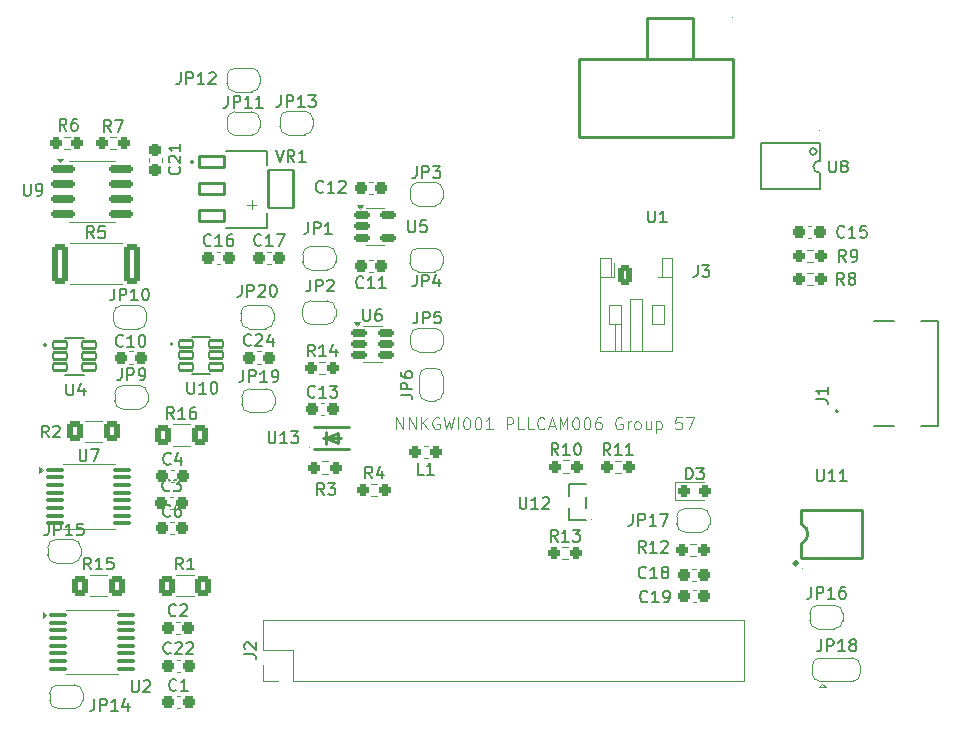
<source format=gbr>
%TF.GenerationSoftware,KiCad,Pcbnew,9.0.0*%
%TF.CreationDate,2025-04-09T21:38:28+02:00*%
%TF.ProjectId,ProLib_pcs_2025-03-23,50726f4c-6962-45f7-9063-735f32303235,rev?*%
%TF.SameCoordinates,Original*%
%TF.FileFunction,Legend,Top*%
%TF.FilePolarity,Positive*%
%FSLAX46Y46*%
G04 Gerber Fmt 4.6, Leading zero omitted, Abs format (unit mm)*
G04 Created by KiCad (PCBNEW 9.0.0) date 2025-04-09 21:38:28*
%MOMM*%
%LPD*%
G01*
G04 APERTURE LIST*
G04 Aperture macros list*
%AMRoundRect*
0 Rectangle with rounded corners*
0 $1 Rounding radius*
0 $2 $3 $4 $5 $6 $7 $8 $9 X,Y pos of 4 corners*
0 Add a 4 corners polygon primitive as box body*
4,1,4,$2,$3,$4,$5,$6,$7,$8,$9,$2,$3,0*
0 Add four circle primitives for the rounded corners*
1,1,$1+$1,$2,$3*
1,1,$1+$1,$4,$5*
1,1,$1+$1,$6,$7*
1,1,$1+$1,$8,$9*
0 Add four rect primitives between the rounded corners*
20,1,$1+$1,$2,$3,$4,$5,0*
20,1,$1+$1,$4,$5,$6,$7,0*
20,1,$1+$1,$6,$7,$8,$9,0*
20,1,$1+$1,$8,$9,$2,$3,0*%
%AMFreePoly0*
4,1,23,0.500000,-0.750000,0.000000,-0.750000,0.000000,-0.745722,-0.065263,-0.745722,-0.191342,-0.711940,-0.304381,-0.646677,-0.396677,-0.554381,-0.461940,-0.441342,-0.495722,-0.315263,-0.495722,-0.250000,-0.500000,-0.250000,-0.500000,0.250000,-0.495722,0.250000,-0.495722,0.315263,-0.461940,0.441342,-0.396677,0.554381,-0.304381,0.646677,-0.191342,0.711940,-0.065263,0.745722,0.000000,0.745722,
0.000000,0.750000,0.500000,0.750000,0.500000,-0.750000,0.500000,-0.750000,$1*%
%AMFreePoly1*
4,1,23,0.000000,0.745722,0.065263,0.745722,0.191342,0.711940,0.304381,0.646677,0.396677,0.554381,0.461940,0.441342,0.495722,0.315263,0.495722,0.250000,0.500000,0.250000,0.500000,-0.250000,0.495722,-0.250000,0.495722,-0.315263,0.461940,-0.441342,0.396677,-0.554381,0.304381,-0.646677,0.191342,-0.711940,0.065263,-0.745722,0.000000,-0.745722,0.000000,-0.750000,-0.500000,-0.750000,
-0.500000,0.750000,0.000000,0.750000,0.000000,0.745722,0.000000,0.745722,$1*%
%AMFreePoly2*
4,1,23,0.550000,-0.750000,0.000000,-0.750000,0.000000,-0.745722,-0.065263,-0.745722,-0.191342,-0.711940,-0.304381,-0.646677,-0.396677,-0.554381,-0.461940,-0.441342,-0.495722,-0.315263,-0.495722,-0.250000,-0.500000,-0.250000,-0.500000,0.250000,-0.495722,0.250000,-0.495722,0.315263,-0.461940,0.441342,-0.396677,0.554381,-0.304381,0.646677,-0.191342,0.711940,-0.065263,0.745722,0.000000,0.745722,
0.000000,0.750000,0.550000,0.750000,0.550000,-0.750000,0.550000,-0.750000,$1*%
%AMFreePoly3*
4,1,23,0.000000,0.745722,0.065263,0.745722,0.191342,0.711940,0.304381,0.646677,0.396677,0.554381,0.461940,0.441342,0.495722,0.315263,0.495722,0.250000,0.500000,0.250000,0.500000,-0.250000,0.495722,-0.250000,0.495722,-0.315263,0.461940,-0.441342,0.396677,-0.554381,0.304381,-0.646677,0.191342,-0.711940,0.065263,-0.745722,0.000000,-0.745722,0.000000,-0.750000,-0.550000,-0.750000,
-0.550000,0.750000,0.000000,0.750000,0.000000,0.745722,0.000000,0.745722,$1*%
G04 Aperture macros list end*
%ADD10C,0.100000*%
%ADD11C,0.150000*%
%ADD12C,0.120000*%
%ADD13C,0.127000*%
%ADD14C,0.200000*%
%ADD15C,0.254001*%
%ADD16C,0.059995*%
%ADD17C,0.150013*%
%ADD18C,0.152400*%
%ADD19C,0.010000*%
%ADD20RoundRect,0.150000X-0.825000X-0.150000X0.825000X-0.150000X0.825000X0.150000X-0.825000X0.150000X0*%
%ADD21RoundRect,0.237500X-0.250000X-0.237500X0.250000X-0.237500X0.250000X0.237500X-0.250000X0.237500X0*%
%ADD22RoundRect,0.237500X0.237500X-0.300000X0.237500X0.300000X-0.237500X0.300000X-0.237500X-0.300000X0*%
%ADD23RoundRect,0.237500X-0.300000X-0.237500X0.300000X-0.237500X0.300000X0.237500X-0.300000X0.237500X0*%
%ADD24FreePoly0,0.000000*%
%ADD25FreePoly1,0.000000*%
%ADD26RoundRect,0.150000X-0.512500X-0.150000X0.512500X-0.150000X0.512500X0.150000X-0.512500X0.150000X0*%
%ADD27RoundRect,0.102000X-1.075000X-0.475000X1.075000X-0.475000X1.075000X0.475000X-1.075000X0.475000X0*%
%ADD28RoundRect,0.102000X-1.075000X-1.625000X1.075000X-1.625000X1.075000X1.625000X-1.075000X1.625000X0*%
%ADD29RoundRect,0.237500X0.287500X0.237500X-0.287500X0.237500X-0.287500X-0.237500X0.287500X-0.237500X0*%
%ADD30RoundRect,0.250000X-0.350000X-0.625000X0.350000X-0.625000X0.350000X0.625000X-0.350000X0.625000X0*%
%ADD31O,1.200000X1.750000*%
%ADD32R,2.500000X3.000000*%
%ADD33C,3.000000*%
%ADD34RoundRect,0.250000X0.400000X0.625000X-0.400000X0.625000X-0.400000X-0.625000X0.400000X-0.625000X0*%
%ADD35RoundRect,0.098000X-0.609000X-0.294000X0.609000X-0.294000X0.609000X0.294000X-0.609000X0.294000X0*%
%ADD36RoundRect,0.237500X0.300000X0.237500X-0.300000X0.237500X-0.300000X-0.237500X0.300000X-0.237500X0*%
%ADD37FreePoly0,90.000000*%
%ADD38FreePoly1,90.000000*%
%ADD39RoundRect,0.237500X-0.287500X-0.237500X0.287500X-0.237500X0.287500X0.237500X-0.287500X0.237500X0*%
%ADD40R,0.600000X1.500000*%
%ADD41R,3.300000X2.100000*%
%ADD42RoundRect,0.250000X-0.400000X-0.625000X0.400000X-0.625000X0.400000X0.625000X-0.400000X0.625000X0*%
%ADD43RoundRect,0.100000X-0.637500X-0.100000X0.637500X-0.100000X0.637500X0.100000X-0.637500X0.100000X0*%
%ADD44R,1.250013X0.700000*%
%ADD45FreePoly0,180.000000*%
%ADD46FreePoly1,180.000000*%
%ADD47R,1.700000X1.700000*%
%ADD48O,1.700000X1.700000*%
%ADD49C,0.600000*%
%ADD50O,2.204000X1.104000*%
%ADD51O,1.904000X1.104000*%
%ADD52R,1.000000X1.200000*%
%ADD53FreePoly2,0.000000*%
%ADD54R,1.000000X1.500000*%
%ADD55FreePoly3,0.000000*%
%ADD56RoundRect,0.237500X0.250000X0.237500X-0.250000X0.237500X-0.250000X-0.237500X0.250000X-0.237500X0*%
%ADD57RoundRect,0.249999X-0.450001X-1.425001X0.450001X-1.425001X0.450001X1.425001X-0.450001X1.425001X0*%
%ADD58R,0.600000X1.200000*%
%ADD59R,3.300000X2.400000*%
G04 APERTURE END LIST*
D10*
X134243884Y-63901466D02*
X135005789Y-63901466D01*
X143693884Y-82872419D02*
X143693884Y-81872419D01*
X143693884Y-81872419D02*
X144265312Y-82872419D01*
X144265312Y-82872419D02*
X144265312Y-81872419D01*
X144741503Y-82872419D02*
X144741503Y-81872419D01*
X144741503Y-81872419D02*
X145312931Y-82872419D01*
X145312931Y-82872419D02*
X145312931Y-81872419D01*
X145789122Y-82872419D02*
X145789122Y-81872419D01*
X146360550Y-82872419D02*
X145931979Y-82300990D01*
X146360550Y-81872419D02*
X145789122Y-82443847D01*
X147312931Y-81920038D02*
X147217693Y-81872419D01*
X147217693Y-81872419D02*
X147074836Y-81872419D01*
X147074836Y-81872419D02*
X146931979Y-81920038D01*
X146931979Y-81920038D02*
X146836741Y-82015276D01*
X146836741Y-82015276D02*
X146789122Y-82110514D01*
X146789122Y-82110514D02*
X146741503Y-82300990D01*
X146741503Y-82300990D02*
X146741503Y-82443847D01*
X146741503Y-82443847D02*
X146789122Y-82634323D01*
X146789122Y-82634323D02*
X146836741Y-82729561D01*
X146836741Y-82729561D02*
X146931979Y-82824800D01*
X146931979Y-82824800D02*
X147074836Y-82872419D01*
X147074836Y-82872419D02*
X147170074Y-82872419D01*
X147170074Y-82872419D02*
X147312931Y-82824800D01*
X147312931Y-82824800D02*
X147360550Y-82777180D01*
X147360550Y-82777180D02*
X147360550Y-82443847D01*
X147360550Y-82443847D02*
X147170074Y-82443847D01*
X147693884Y-81872419D02*
X147931979Y-82872419D01*
X147931979Y-82872419D02*
X148122455Y-82158133D01*
X148122455Y-82158133D02*
X148312931Y-82872419D01*
X148312931Y-82872419D02*
X148551027Y-81872419D01*
X148931979Y-82872419D02*
X148931979Y-81872419D01*
X149598645Y-81872419D02*
X149693883Y-81872419D01*
X149693883Y-81872419D02*
X149789121Y-81920038D01*
X149789121Y-81920038D02*
X149836740Y-81967657D01*
X149836740Y-81967657D02*
X149884359Y-82062895D01*
X149884359Y-82062895D02*
X149931978Y-82253371D01*
X149931978Y-82253371D02*
X149931978Y-82491466D01*
X149931978Y-82491466D02*
X149884359Y-82681942D01*
X149884359Y-82681942D02*
X149836740Y-82777180D01*
X149836740Y-82777180D02*
X149789121Y-82824800D01*
X149789121Y-82824800D02*
X149693883Y-82872419D01*
X149693883Y-82872419D02*
X149598645Y-82872419D01*
X149598645Y-82872419D02*
X149503407Y-82824800D01*
X149503407Y-82824800D02*
X149455788Y-82777180D01*
X149455788Y-82777180D02*
X149408169Y-82681942D01*
X149408169Y-82681942D02*
X149360550Y-82491466D01*
X149360550Y-82491466D02*
X149360550Y-82253371D01*
X149360550Y-82253371D02*
X149408169Y-82062895D01*
X149408169Y-82062895D02*
X149455788Y-81967657D01*
X149455788Y-81967657D02*
X149503407Y-81920038D01*
X149503407Y-81920038D02*
X149598645Y-81872419D01*
X150551026Y-81872419D02*
X150646264Y-81872419D01*
X150646264Y-81872419D02*
X150741502Y-81920038D01*
X150741502Y-81920038D02*
X150789121Y-81967657D01*
X150789121Y-81967657D02*
X150836740Y-82062895D01*
X150836740Y-82062895D02*
X150884359Y-82253371D01*
X150884359Y-82253371D02*
X150884359Y-82491466D01*
X150884359Y-82491466D02*
X150836740Y-82681942D01*
X150836740Y-82681942D02*
X150789121Y-82777180D01*
X150789121Y-82777180D02*
X150741502Y-82824800D01*
X150741502Y-82824800D02*
X150646264Y-82872419D01*
X150646264Y-82872419D02*
X150551026Y-82872419D01*
X150551026Y-82872419D02*
X150455788Y-82824800D01*
X150455788Y-82824800D02*
X150408169Y-82777180D01*
X150408169Y-82777180D02*
X150360550Y-82681942D01*
X150360550Y-82681942D02*
X150312931Y-82491466D01*
X150312931Y-82491466D02*
X150312931Y-82253371D01*
X150312931Y-82253371D02*
X150360550Y-82062895D01*
X150360550Y-82062895D02*
X150408169Y-81967657D01*
X150408169Y-81967657D02*
X150455788Y-81920038D01*
X150455788Y-81920038D02*
X150551026Y-81872419D01*
X151836740Y-82872419D02*
X151265312Y-82872419D01*
X151551026Y-82872419D02*
X151551026Y-81872419D01*
X151551026Y-81872419D02*
X151455788Y-82015276D01*
X151455788Y-82015276D02*
X151360550Y-82110514D01*
X151360550Y-82110514D02*
X151265312Y-82158133D01*
X153027217Y-82872419D02*
X153027217Y-81872419D01*
X153027217Y-81872419D02*
X153408169Y-81872419D01*
X153408169Y-81872419D02*
X153503407Y-81920038D01*
X153503407Y-81920038D02*
X153551026Y-81967657D01*
X153551026Y-81967657D02*
X153598645Y-82062895D01*
X153598645Y-82062895D02*
X153598645Y-82205752D01*
X153598645Y-82205752D02*
X153551026Y-82300990D01*
X153551026Y-82300990D02*
X153503407Y-82348609D01*
X153503407Y-82348609D02*
X153408169Y-82396228D01*
X153408169Y-82396228D02*
X153027217Y-82396228D01*
X154503407Y-82872419D02*
X154027217Y-82872419D01*
X154027217Y-82872419D02*
X154027217Y-81872419D01*
X155312931Y-82872419D02*
X154836741Y-82872419D01*
X154836741Y-82872419D02*
X154836741Y-81872419D01*
X156217693Y-82777180D02*
X156170074Y-82824800D01*
X156170074Y-82824800D02*
X156027217Y-82872419D01*
X156027217Y-82872419D02*
X155931979Y-82872419D01*
X155931979Y-82872419D02*
X155789122Y-82824800D01*
X155789122Y-82824800D02*
X155693884Y-82729561D01*
X155693884Y-82729561D02*
X155646265Y-82634323D01*
X155646265Y-82634323D02*
X155598646Y-82443847D01*
X155598646Y-82443847D02*
X155598646Y-82300990D01*
X155598646Y-82300990D02*
X155646265Y-82110514D01*
X155646265Y-82110514D02*
X155693884Y-82015276D01*
X155693884Y-82015276D02*
X155789122Y-81920038D01*
X155789122Y-81920038D02*
X155931979Y-81872419D01*
X155931979Y-81872419D02*
X156027217Y-81872419D01*
X156027217Y-81872419D02*
X156170074Y-81920038D01*
X156170074Y-81920038D02*
X156217693Y-81967657D01*
X156598646Y-82586704D02*
X157074836Y-82586704D01*
X156503408Y-82872419D02*
X156836741Y-81872419D01*
X156836741Y-81872419D02*
X157170074Y-82872419D01*
X157503408Y-82872419D02*
X157503408Y-81872419D01*
X157503408Y-81872419D02*
X157836741Y-82586704D01*
X157836741Y-82586704D02*
X158170074Y-81872419D01*
X158170074Y-81872419D02*
X158170074Y-82872419D01*
X158836741Y-81872419D02*
X158931979Y-81872419D01*
X158931979Y-81872419D02*
X159027217Y-81920038D01*
X159027217Y-81920038D02*
X159074836Y-81967657D01*
X159074836Y-81967657D02*
X159122455Y-82062895D01*
X159122455Y-82062895D02*
X159170074Y-82253371D01*
X159170074Y-82253371D02*
X159170074Y-82491466D01*
X159170074Y-82491466D02*
X159122455Y-82681942D01*
X159122455Y-82681942D02*
X159074836Y-82777180D01*
X159074836Y-82777180D02*
X159027217Y-82824800D01*
X159027217Y-82824800D02*
X158931979Y-82872419D01*
X158931979Y-82872419D02*
X158836741Y-82872419D01*
X158836741Y-82872419D02*
X158741503Y-82824800D01*
X158741503Y-82824800D02*
X158693884Y-82777180D01*
X158693884Y-82777180D02*
X158646265Y-82681942D01*
X158646265Y-82681942D02*
X158598646Y-82491466D01*
X158598646Y-82491466D02*
X158598646Y-82253371D01*
X158598646Y-82253371D02*
X158646265Y-82062895D01*
X158646265Y-82062895D02*
X158693884Y-81967657D01*
X158693884Y-81967657D02*
X158741503Y-81920038D01*
X158741503Y-81920038D02*
X158836741Y-81872419D01*
X159789122Y-81872419D02*
X159884360Y-81872419D01*
X159884360Y-81872419D02*
X159979598Y-81920038D01*
X159979598Y-81920038D02*
X160027217Y-81967657D01*
X160027217Y-81967657D02*
X160074836Y-82062895D01*
X160074836Y-82062895D02*
X160122455Y-82253371D01*
X160122455Y-82253371D02*
X160122455Y-82491466D01*
X160122455Y-82491466D02*
X160074836Y-82681942D01*
X160074836Y-82681942D02*
X160027217Y-82777180D01*
X160027217Y-82777180D02*
X159979598Y-82824800D01*
X159979598Y-82824800D02*
X159884360Y-82872419D01*
X159884360Y-82872419D02*
X159789122Y-82872419D01*
X159789122Y-82872419D02*
X159693884Y-82824800D01*
X159693884Y-82824800D02*
X159646265Y-82777180D01*
X159646265Y-82777180D02*
X159598646Y-82681942D01*
X159598646Y-82681942D02*
X159551027Y-82491466D01*
X159551027Y-82491466D02*
X159551027Y-82253371D01*
X159551027Y-82253371D02*
X159598646Y-82062895D01*
X159598646Y-82062895D02*
X159646265Y-81967657D01*
X159646265Y-81967657D02*
X159693884Y-81920038D01*
X159693884Y-81920038D02*
X159789122Y-81872419D01*
X160979598Y-81872419D02*
X160789122Y-81872419D01*
X160789122Y-81872419D02*
X160693884Y-81920038D01*
X160693884Y-81920038D02*
X160646265Y-81967657D01*
X160646265Y-81967657D02*
X160551027Y-82110514D01*
X160551027Y-82110514D02*
X160503408Y-82300990D01*
X160503408Y-82300990D02*
X160503408Y-82681942D01*
X160503408Y-82681942D02*
X160551027Y-82777180D01*
X160551027Y-82777180D02*
X160598646Y-82824800D01*
X160598646Y-82824800D02*
X160693884Y-82872419D01*
X160693884Y-82872419D02*
X160884360Y-82872419D01*
X160884360Y-82872419D02*
X160979598Y-82824800D01*
X160979598Y-82824800D02*
X161027217Y-82777180D01*
X161027217Y-82777180D02*
X161074836Y-82681942D01*
X161074836Y-82681942D02*
X161074836Y-82443847D01*
X161074836Y-82443847D02*
X161027217Y-82348609D01*
X161027217Y-82348609D02*
X160979598Y-82300990D01*
X160979598Y-82300990D02*
X160884360Y-82253371D01*
X160884360Y-82253371D02*
X160693884Y-82253371D01*
X160693884Y-82253371D02*
X160598646Y-82300990D01*
X160598646Y-82300990D02*
X160551027Y-82348609D01*
X160551027Y-82348609D02*
X160503408Y-82443847D01*
X162789122Y-81920038D02*
X162693884Y-81872419D01*
X162693884Y-81872419D02*
X162551027Y-81872419D01*
X162551027Y-81872419D02*
X162408170Y-81920038D01*
X162408170Y-81920038D02*
X162312932Y-82015276D01*
X162312932Y-82015276D02*
X162265313Y-82110514D01*
X162265313Y-82110514D02*
X162217694Y-82300990D01*
X162217694Y-82300990D02*
X162217694Y-82443847D01*
X162217694Y-82443847D02*
X162265313Y-82634323D01*
X162265313Y-82634323D02*
X162312932Y-82729561D01*
X162312932Y-82729561D02*
X162408170Y-82824800D01*
X162408170Y-82824800D02*
X162551027Y-82872419D01*
X162551027Y-82872419D02*
X162646265Y-82872419D01*
X162646265Y-82872419D02*
X162789122Y-82824800D01*
X162789122Y-82824800D02*
X162836741Y-82777180D01*
X162836741Y-82777180D02*
X162836741Y-82443847D01*
X162836741Y-82443847D02*
X162646265Y-82443847D01*
X163265313Y-82872419D02*
X163265313Y-82205752D01*
X163265313Y-82396228D02*
X163312932Y-82300990D01*
X163312932Y-82300990D02*
X163360551Y-82253371D01*
X163360551Y-82253371D02*
X163455789Y-82205752D01*
X163455789Y-82205752D02*
X163551027Y-82205752D01*
X164027218Y-82872419D02*
X163931980Y-82824800D01*
X163931980Y-82824800D02*
X163884361Y-82777180D01*
X163884361Y-82777180D02*
X163836742Y-82681942D01*
X163836742Y-82681942D02*
X163836742Y-82396228D01*
X163836742Y-82396228D02*
X163884361Y-82300990D01*
X163884361Y-82300990D02*
X163931980Y-82253371D01*
X163931980Y-82253371D02*
X164027218Y-82205752D01*
X164027218Y-82205752D02*
X164170075Y-82205752D01*
X164170075Y-82205752D02*
X164265313Y-82253371D01*
X164265313Y-82253371D02*
X164312932Y-82300990D01*
X164312932Y-82300990D02*
X164360551Y-82396228D01*
X164360551Y-82396228D02*
X164360551Y-82681942D01*
X164360551Y-82681942D02*
X164312932Y-82777180D01*
X164312932Y-82777180D02*
X164265313Y-82824800D01*
X164265313Y-82824800D02*
X164170075Y-82872419D01*
X164170075Y-82872419D02*
X164027218Y-82872419D01*
X165217694Y-82205752D02*
X165217694Y-82872419D01*
X164789123Y-82205752D02*
X164789123Y-82729561D01*
X164789123Y-82729561D02*
X164836742Y-82824800D01*
X164836742Y-82824800D02*
X164931980Y-82872419D01*
X164931980Y-82872419D02*
X165074837Y-82872419D01*
X165074837Y-82872419D02*
X165170075Y-82824800D01*
X165170075Y-82824800D02*
X165217694Y-82777180D01*
X165693885Y-82205752D02*
X165693885Y-83205752D01*
X165693885Y-82253371D02*
X165789123Y-82205752D01*
X165789123Y-82205752D02*
X165979599Y-82205752D01*
X165979599Y-82205752D02*
X166074837Y-82253371D01*
X166074837Y-82253371D02*
X166122456Y-82300990D01*
X166122456Y-82300990D02*
X166170075Y-82396228D01*
X166170075Y-82396228D02*
X166170075Y-82681942D01*
X166170075Y-82681942D02*
X166122456Y-82777180D01*
X166122456Y-82777180D02*
X166074837Y-82824800D01*
X166074837Y-82824800D02*
X165979599Y-82872419D01*
X165979599Y-82872419D02*
X165789123Y-82872419D01*
X165789123Y-82872419D02*
X165693885Y-82824800D01*
X167836742Y-81872419D02*
X167360552Y-81872419D01*
X167360552Y-81872419D02*
X167312933Y-82348609D01*
X167312933Y-82348609D02*
X167360552Y-82300990D01*
X167360552Y-82300990D02*
X167455790Y-82253371D01*
X167455790Y-82253371D02*
X167693885Y-82253371D01*
X167693885Y-82253371D02*
X167789123Y-82300990D01*
X167789123Y-82300990D02*
X167836742Y-82348609D01*
X167836742Y-82348609D02*
X167884361Y-82443847D01*
X167884361Y-82443847D02*
X167884361Y-82681942D01*
X167884361Y-82681942D02*
X167836742Y-82777180D01*
X167836742Y-82777180D02*
X167789123Y-82824800D01*
X167789123Y-82824800D02*
X167693885Y-82872419D01*
X167693885Y-82872419D02*
X167455790Y-82872419D01*
X167455790Y-82872419D02*
X167360552Y-82824800D01*
X167360552Y-82824800D02*
X167312933Y-82777180D01*
X168217695Y-81872419D02*
X168884361Y-81872419D01*
X168884361Y-81872419D02*
X168455790Y-82872419D01*
X131053884Y-63841466D02*
X131815789Y-63841466D01*
X131434836Y-64222419D02*
X131434836Y-63460514D01*
D11*
X112145095Y-62093819D02*
X112145095Y-62903342D01*
X112145095Y-62903342D02*
X112192714Y-62998580D01*
X112192714Y-62998580D02*
X112240333Y-63046200D01*
X112240333Y-63046200D02*
X112335571Y-63093819D01*
X112335571Y-63093819D02*
X112526047Y-63093819D01*
X112526047Y-63093819D02*
X112621285Y-63046200D01*
X112621285Y-63046200D02*
X112668904Y-62998580D01*
X112668904Y-62998580D02*
X112716523Y-62903342D01*
X112716523Y-62903342D02*
X112716523Y-62093819D01*
X113240333Y-63093819D02*
X113430809Y-63093819D01*
X113430809Y-63093819D02*
X113526047Y-63046200D01*
X113526047Y-63046200D02*
X113573666Y-62998580D01*
X113573666Y-62998580D02*
X113668904Y-62855723D01*
X113668904Y-62855723D02*
X113716523Y-62665247D01*
X113716523Y-62665247D02*
X113716523Y-62284295D01*
X113716523Y-62284295D02*
X113668904Y-62189057D01*
X113668904Y-62189057D02*
X113621285Y-62141438D01*
X113621285Y-62141438D02*
X113526047Y-62093819D01*
X113526047Y-62093819D02*
X113335571Y-62093819D01*
X113335571Y-62093819D02*
X113240333Y-62141438D01*
X113240333Y-62141438D02*
X113192714Y-62189057D01*
X113192714Y-62189057D02*
X113145095Y-62284295D01*
X113145095Y-62284295D02*
X113145095Y-62522390D01*
X113145095Y-62522390D02*
X113192714Y-62617628D01*
X113192714Y-62617628D02*
X113240333Y-62665247D01*
X113240333Y-62665247D02*
X113335571Y-62712866D01*
X113335571Y-62712866D02*
X113526047Y-62712866D01*
X113526047Y-62712866D02*
X113621285Y-62665247D01*
X113621285Y-62665247D02*
X113668904Y-62617628D01*
X113668904Y-62617628D02*
X113716523Y-62522390D01*
X181761333Y-68678819D02*
X181428000Y-68202628D01*
X181189905Y-68678819D02*
X181189905Y-67678819D01*
X181189905Y-67678819D02*
X181570857Y-67678819D01*
X181570857Y-67678819D02*
X181666095Y-67726438D01*
X181666095Y-67726438D02*
X181713714Y-67774057D01*
X181713714Y-67774057D02*
X181761333Y-67869295D01*
X181761333Y-67869295D02*
X181761333Y-68012152D01*
X181761333Y-68012152D02*
X181713714Y-68107390D01*
X181713714Y-68107390D02*
X181666095Y-68155009D01*
X181666095Y-68155009D02*
X181570857Y-68202628D01*
X181570857Y-68202628D02*
X181189905Y-68202628D01*
X182237524Y-68678819D02*
X182428000Y-68678819D01*
X182428000Y-68678819D02*
X182523238Y-68631200D01*
X182523238Y-68631200D02*
X182570857Y-68583580D01*
X182570857Y-68583580D02*
X182666095Y-68440723D01*
X182666095Y-68440723D02*
X182713714Y-68250247D01*
X182713714Y-68250247D02*
X182713714Y-67869295D01*
X182713714Y-67869295D02*
X182666095Y-67774057D01*
X182666095Y-67774057D02*
X182618476Y-67726438D01*
X182618476Y-67726438D02*
X182523238Y-67678819D01*
X182523238Y-67678819D02*
X182332762Y-67678819D01*
X182332762Y-67678819D02*
X182237524Y-67726438D01*
X182237524Y-67726438D02*
X182189905Y-67774057D01*
X182189905Y-67774057D02*
X182142286Y-67869295D01*
X182142286Y-67869295D02*
X182142286Y-68107390D01*
X182142286Y-68107390D02*
X182189905Y-68202628D01*
X182189905Y-68202628D02*
X182237524Y-68250247D01*
X182237524Y-68250247D02*
X182332762Y-68297866D01*
X182332762Y-68297866D02*
X182523238Y-68297866D01*
X182523238Y-68297866D02*
X182618476Y-68250247D01*
X182618476Y-68250247D02*
X182666095Y-68202628D01*
X182666095Y-68202628D02*
X182713714Y-68107390D01*
X125302580Y-60645857D02*
X125350200Y-60693476D01*
X125350200Y-60693476D02*
X125397819Y-60836333D01*
X125397819Y-60836333D02*
X125397819Y-60931571D01*
X125397819Y-60931571D02*
X125350200Y-61074428D01*
X125350200Y-61074428D02*
X125254961Y-61169666D01*
X125254961Y-61169666D02*
X125159723Y-61217285D01*
X125159723Y-61217285D02*
X124969247Y-61264904D01*
X124969247Y-61264904D02*
X124826390Y-61264904D01*
X124826390Y-61264904D02*
X124635914Y-61217285D01*
X124635914Y-61217285D02*
X124540676Y-61169666D01*
X124540676Y-61169666D02*
X124445438Y-61074428D01*
X124445438Y-61074428D02*
X124397819Y-60931571D01*
X124397819Y-60931571D02*
X124397819Y-60836333D01*
X124397819Y-60836333D02*
X124445438Y-60693476D01*
X124445438Y-60693476D02*
X124493057Y-60645857D01*
X124493057Y-60264904D02*
X124445438Y-60217285D01*
X124445438Y-60217285D02*
X124397819Y-60122047D01*
X124397819Y-60122047D02*
X124397819Y-59883952D01*
X124397819Y-59883952D02*
X124445438Y-59788714D01*
X124445438Y-59788714D02*
X124493057Y-59741095D01*
X124493057Y-59741095D02*
X124588295Y-59693476D01*
X124588295Y-59693476D02*
X124683533Y-59693476D01*
X124683533Y-59693476D02*
X124826390Y-59741095D01*
X124826390Y-59741095D02*
X125397819Y-60312523D01*
X125397819Y-60312523D02*
X125397819Y-59693476D01*
X125397819Y-58741095D02*
X125397819Y-59312523D01*
X125397819Y-59026809D02*
X124397819Y-59026809D01*
X124397819Y-59026809D02*
X124540676Y-59122047D01*
X124540676Y-59122047D02*
X124635914Y-59217285D01*
X124635914Y-59217285D02*
X124683533Y-59312523D01*
X124574333Y-85768580D02*
X124526714Y-85816200D01*
X124526714Y-85816200D02*
X124383857Y-85863819D01*
X124383857Y-85863819D02*
X124288619Y-85863819D01*
X124288619Y-85863819D02*
X124145762Y-85816200D01*
X124145762Y-85816200D02*
X124050524Y-85720961D01*
X124050524Y-85720961D02*
X124002905Y-85625723D01*
X124002905Y-85625723D02*
X123955286Y-85435247D01*
X123955286Y-85435247D02*
X123955286Y-85292390D01*
X123955286Y-85292390D02*
X124002905Y-85101914D01*
X124002905Y-85101914D02*
X124050524Y-85006676D01*
X124050524Y-85006676D02*
X124145762Y-84911438D01*
X124145762Y-84911438D02*
X124288619Y-84863819D01*
X124288619Y-84863819D02*
X124383857Y-84863819D01*
X124383857Y-84863819D02*
X124526714Y-84911438D01*
X124526714Y-84911438D02*
X124574333Y-84959057D01*
X125431476Y-85197152D02*
X125431476Y-85863819D01*
X125193381Y-84816200D02*
X124955286Y-85530485D01*
X124955286Y-85530485D02*
X125574333Y-85530485D01*
X136408666Y-70194819D02*
X136408666Y-70909104D01*
X136408666Y-70909104D02*
X136361047Y-71051961D01*
X136361047Y-71051961D02*
X136265809Y-71147200D01*
X136265809Y-71147200D02*
X136122952Y-71194819D01*
X136122952Y-71194819D02*
X136027714Y-71194819D01*
X136884857Y-71194819D02*
X136884857Y-70194819D01*
X136884857Y-70194819D02*
X137265809Y-70194819D01*
X137265809Y-70194819D02*
X137361047Y-70242438D01*
X137361047Y-70242438D02*
X137408666Y-70290057D01*
X137408666Y-70290057D02*
X137456285Y-70385295D01*
X137456285Y-70385295D02*
X137456285Y-70528152D01*
X137456285Y-70528152D02*
X137408666Y-70623390D01*
X137408666Y-70623390D02*
X137361047Y-70671009D01*
X137361047Y-70671009D02*
X137265809Y-70718628D01*
X137265809Y-70718628D02*
X136884857Y-70718628D01*
X137837238Y-70290057D02*
X137884857Y-70242438D01*
X137884857Y-70242438D02*
X137980095Y-70194819D01*
X137980095Y-70194819D02*
X138218190Y-70194819D01*
X138218190Y-70194819D02*
X138313428Y-70242438D01*
X138313428Y-70242438D02*
X138361047Y-70290057D01*
X138361047Y-70290057D02*
X138408666Y-70385295D01*
X138408666Y-70385295D02*
X138408666Y-70480533D01*
X138408666Y-70480533D02*
X138361047Y-70623390D01*
X138361047Y-70623390D02*
X137789619Y-71194819D01*
X137789619Y-71194819D02*
X138408666Y-71194819D01*
X144705095Y-65173819D02*
X144705095Y-65983342D01*
X144705095Y-65983342D02*
X144752714Y-66078580D01*
X144752714Y-66078580D02*
X144800333Y-66126200D01*
X144800333Y-66126200D02*
X144895571Y-66173819D01*
X144895571Y-66173819D02*
X145086047Y-66173819D01*
X145086047Y-66173819D02*
X145181285Y-66126200D01*
X145181285Y-66126200D02*
X145228904Y-66078580D01*
X145228904Y-66078580D02*
X145276523Y-65983342D01*
X145276523Y-65983342D02*
X145276523Y-65173819D01*
X146228904Y-65173819D02*
X145752714Y-65173819D01*
X145752714Y-65173819D02*
X145705095Y-65650009D01*
X145705095Y-65650009D02*
X145752714Y-65602390D01*
X145752714Y-65602390D02*
X145847952Y-65554771D01*
X145847952Y-65554771D02*
X146086047Y-65554771D01*
X146086047Y-65554771D02*
X146181285Y-65602390D01*
X146181285Y-65602390D02*
X146228904Y-65650009D01*
X146228904Y-65650009D02*
X146276523Y-65745247D01*
X146276523Y-65745247D02*
X146276523Y-65983342D01*
X146276523Y-65983342D02*
X146228904Y-66078580D01*
X146228904Y-66078580D02*
X146181285Y-66126200D01*
X146181285Y-66126200D02*
X146086047Y-66173819D01*
X146086047Y-66173819D02*
X145847952Y-66173819D01*
X145847952Y-66173819D02*
X145752714Y-66126200D01*
X145752714Y-66126200D02*
X145705095Y-66078580D01*
X132270142Y-67261580D02*
X132222523Y-67309200D01*
X132222523Y-67309200D02*
X132079666Y-67356819D01*
X132079666Y-67356819D02*
X131984428Y-67356819D01*
X131984428Y-67356819D02*
X131841571Y-67309200D01*
X131841571Y-67309200D02*
X131746333Y-67213961D01*
X131746333Y-67213961D02*
X131698714Y-67118723D01*
X131698714Y-67118723D02*
X131651095Y-66928247D01*
X131651095Y-66928247D02*
X131651095Y-66785390D01*
X131651095Y-66785390D02*
X131698714Y-66594914D01*
X131698714Y-66594914D02*
X131746333Y-66499676D01*
X131746333Y-66499676D02*
X131841571Y-66404438D01*
X131841571Y-66404438D02*
X131984428Y-66356819D01*
X131984428Y-66356819D02*
X132079666Y-66356819D01*
X132079666Y-66356819D02*
X132222523Y-66404438D01*
X132222523Y-66404438D02*
X132270142Y-66452057D01*
X133222523Y-67356819D02*
X132651095Y-67356819D01*
X132936809Y-67356819D02*
X132936809Y-66356819D01*
X132936809Y-66356819D02*
X132841571Y-66499676D01*
X132841571Y-66499676D02*
X132746333Y-66594914D01*
X132746333Y-66594914D02*
X132651095Y-66642533D01*
X133555857Y-66356819D02*
X134222523Y-66356819D01*
X134222523Y-66356819D02*
X133793952Y-67356819D01*
X133486476Y-59224819D02*
X133819809Y-60224819D01*
X133819809Y-60224819D02*
X134153142Y-59224819D01*
X135057904Y-60224819D02*
X134724571Y-59748628D01*
X134486476Y-60224819D02*
X134486476Y-59224819D01*
X134486476Y-59224819D02*
X134867428Y-59224819D01*
X134867428Y-59224819D02*
X134962666Y-59272438D01*
X134962666Y-59272438D02*
X135010285Y-59320057D01*
X135010285Y-59320057D02*
X135057904Y-59415295D01*
X135057904Y-59415295D02*
X135057904Y-59558152D01*
X135057904Y-59558152D02*
X135010285Y-59653390D01*
X135010285Y-59653390D02*
X134962666Y-59701009D01*
X134962666Y-59701009D02*
X134867428Y-59748628D01*
X134867428Y-59748628D02*
X134486476Y-59748628D01*
X136010285Y-60224819D02*
X135438857Y-60224819D01*
X135724571Y-60224819D02*
X135724571Y-59224819D01*
X135724571Y-59224819D02*
X135629333Y-59367676D01*
X135629333Y-59367676D02*
X135534095Y-59462914D01*
X135534095Y-59462914D02*
X135438857Y-59510533D01*
X127992142Y-67271580D02*
X127944523Y-67319200D01*
X127944523Y-67319200D02*
X127801666Y-67366819D01*
X127801666Y-67366819D02*
X127706428Y-67366819D01*
X127706428Y-67366819D02*
X127563571Y-67319200D01*
X127563571Y-67319200D02*
X127468333Y-67223961D01*
X127468333Y-67223961D02*
X127420714Y-67128723D01*
X127420714Y-67128723D02*
X127373095Y-66938247D01*
X127373095Y-66938247D02*
X127373095Y-66795390D01*
X127373095Y-66795390D02*
X127420714Y-66604914D01*
X127420714Y-66604914D02*
X127468333Y-66509676D01*
X127468333Y-66509676D02*
X127563571Y-66414438D01*
X127563571Y-66414438D02*
X127706428Y-66366819D01*
X127706428Y-66366819D02*
X127801666Y-66366819D01*
X127801666Y-66366819D02*
X127944523Y-66414438D01*
X127944523Y-66414438D02*
X127992142Y-66462057D01*
X128944523Y-67366819D02*
X128373095Y-67366819D01*
X128658809Y-67366819D02*
X128658809Y-66366819D01*
X128658809Y-66366819D02*
X128563571Y-66509676D01*
X128563571Y-66509676D02*
X128468333Y-66604914D01*
X128468333Y-66604914D02*
X128373095Y-66652533D01*
X129801666Y-66366819D02*
X129611190Y-66366819D01*
X129611190Y-66366819D02*
X129515952Y-66414438D01*
X129515952Y-66414438D02*
X129468333Y-66462057D01*
X129468333Y-66462057D02*
X129373095Y-66604914D01*
X129373095Y-66604914D02*
X129325476Y-66795390D01*
X129325476Y-66795390D02*
X129325476Y-67176342D01*
X129325476Y-67176342D02*
X129373095Y-67271580D01*
X129373095Y-67271580D02*
X129420714Y-67319200D01*
X129420714Y-67319200D02*
X129515952Y-67366819D01*
X129515952Y-67366819D02*
X129706428Y-67366819D01*
X129706428Y-67366819D02*
X129801666Y-67319200D01*
X129801666Y-67319200D02*
X129849285Y-67271580D01*
X129849285Y-67271580D02*
X129896904Y-67176342D01*
X129896904Y-67176342D02*
X129896904Y-66938247D01*
X129896904Y-66938247D02*
X129849285Y-66843009D01*
X129849285Y-66843009D02*
X129801666Y-66795390D01*
X129801666Y-66795390D02*
X129706428Y-66747771D01*
X129706428Y-66747771D02*
X129515952Y-66747771D01*
X129515952Y-66747771D02*
X129420714Y-66795390D01*
X129420714Y-66795390D02*
X129373095Y-66843009D01*
X129373095Y-66843009D02*
X129325476Y-66938247D01*
X130590476Y-70629819D02*
X130590476Y-71344104D01*
X130590476Y-71344104D02*
X130542857Y-71486961D01*
X130542857Y-71486961D02*
X130447619Y-71582200D01*
X130447619Y-71582200D02*
X130304762Y-71629819D01*
X130304762Y-71629819D02*
X130209524Y-71629819D01*
X131066667Y-71629819D02*
X131066667Y-70629819D01*
X131066667Y-70629819D02*
X131447619Y-70629819D01*
X131447619Y-70629819D02*
X131542857Y-70677438D01*
X131542857Y-70677438D02*
X131590476Y-70725057D01*
X131590476Y-70725057D02*
X131638095Y-70820295D01*
X131638095Y-70820295D02*
X131638095Y-70963152D01*
X131638095Y-70963152D02*
X131590476Y-71058390D01*
X131590476Y-71058390D02*
X131542857Y-71106009D01*
X131542857Y-71106009D02*
X131447619Y-71153628D01*
X131447619Y-71153628D02*
X131066667Y-71153628D01*
X132019048Y-70725057D02*
X132066667Y-70677438D01*
X132066667Y-70677438D02*
X132161905Y-70629819D01*
X132161905Y-70629819D02*
X132400000Y-70629819D01*
X132400000Y-70629819D02*
X132495238Y-70677438D01*
X132495238Y-70677438D02*
X132542857Y-70725057D01*
X132542857Y-70725057D02*
X132590476Y-70820295D01*
X132590476Y-70820295D02*
X132590476Y-70915533D01*
X132590476Y-70915533D02*
X132542857Y-71058390D01*
X132542857Y-71058390D02*
X131971429Y-71629819D01*
X131971429Y-71629819D02*
X132590476Y-71629819D01*
X133209524Y-70629819D02*
X133304762Y-70629819D01*
X133304762Y-70629819D02*
X133400000Y-70677438D01*
X133400000Y-70677438D02*
X133447619Y-70725057D01*
X133447619Y-70725057D02*
X133495238Y-70820295D01*
X133495238Y-70820295D02*
X133542857Y-71010771D01*
X133542857Y-71010771D02*
X133542857Y-71248866D01*
X133542857Y-71248866D02*
X133495238Y-71439342D01*
X133495238Y-71439342D02*
X133447619Y-71534580D01*
X133447619Y-71534580D02*
X133400000Y-71582200D01*
X133400000Y-71582200D02*
X133304762Y-71629819D01*
X133304762Y-71629819D02*
X133209524Y-71629819D01*
X133209524Y-71629819D02*
X133114286Y-71582200D01*
X133114286Y-71582200D02*
X133066667Y-71534580D01*
X133066667Y-71534580D02*
X133019048Y-71439342D01*
X133019048Y-71439342D02*
X132971429Y-71248866D01*
X132971429Y-71248866D02*
X132971429Y-71010771D01*
X132971429Y-71010771D02*
X133019048Y-70820295D01*
X133019048Y-70820295D02*
X133066667Y-70725057D01*
X133066667Y-70725057D02*
X133114286Y-70677438D01*
X133114286Y-70677438D02*
X133209524Y-70629819D01*
X125019333Y-98598580D02*
X124971714Y-98646200D01*
X124971714Y-98646200D02*
X124828857Y-98693819D01*
X124828857Y-98693819D02*
X124733619Y-98693819D01*
X124733619Y-98693819D02*
X124590762Y-98646200D01*
X124590762Y-98646200D02*
X124495524Y-98550961D01*
X124495524Y-98550961D02*
X124447905Y-98455723D01*
X124447905Y-98455723D02*
X124400286Y-98265247D01*
X124400286Y-98265247D02*
X124400286Y-98122390D01*
X124400286Y-98122390D02*
X124447905Y-97931914D01*
X124447905Y-97931914D02*
X124495524Y-97836676D01*
X124495524Y-97836676D02*
X124590762Y-97741438D01*
X124590762Y-97741438D02*
X124733619Y-97693819D01*
X124733619Y-97693819D02*
X124828857Y-97693819D01*
X124828857Y-97693819D02*
X124971714Y-97741438D01*
X124971714Y-97741438D02*
X125019333Y-97789057D01*
X125400286Y-97789057D02*
X125447905Y-97741438D01*
X125447905Y-97741438D02*
X125543143Y-97693819D01*
X125543143Y-97693819D02*
X125781238Y-97693819D01*
X125781238Y-97693819D02*
X125876476Y-97741438D01*
X125876476Y-97741438D02*
X125924095Y-97789057D01*
X125924095Y-97789057D02*
X125971714Y-97884295D01*
X125971714Y-97884295D02*
X125971714Y-97979533D01*
X125971714Y-97979533D02*
X125924095Y-98122390D01*
X125924095Y-98122390D02*
X125352667Y-98693819D01*
X125352667Y-98693819D02*
X125971714Y-98693819D01*
X131399142Y-75723580D02*
X131351523Y-75771200D01*
X131351523Y-75771200D02*
X131208666Y-75818819D01*
X131208666Y-75818819D02*
X131113428Y-75818819D01*
X131113428Y-75818819D02*
X130970571Y-75771200D01*
X130970571Y-75771200D02*
X130875333Y-75675961D01*
X130875333Y-75675961D02*
X130827714Y-75580723D01*
X130827714Y-75580723D02*
X130780095Y-75390247D01*
X130780095Y-75390247D02*
X130780095Y-75247390D01*
X130780095Y-75247390D02*
X130827714Y-75056914D01*
X130827714Y-75056914D02*
X130875333Y-74961676D01*
X130875333Y-74961676D02*
X130970571Y-74866438D01*
X130970571Y-74866438D02*
X131113428Y-74818819D01*
X131113428Y-74818819D02*
X131208666Y-74818819D01*
X131208666Y-74818819D02*
X131351523Y-74866438D01*
X131351523Y-74866438D02*
X131399142Y-74914057D01*
X131780095Y-74914057D02*
X131827714Y-74866438D01*
X131827714Y-74866438D02*
X131922952Y-74818819D01*
X131922952Y-74818819D02*
X132161047Y-74818819D01*
X132161047Y-74818819D02*
X132256285Y-74866438D01*
X132256285Y-74866438D02*
X132303904Y-74914057D01*
X132303904Y-74914057D02*
X132351523Y-75009295D01*
X132351523Y-75009295D02*
X132351523Y-75104533D01*
X132351523Y-75104533D02*
X132303904Y-75247390D01*
X132303904Y-75247390D02*
X131732476Y-75818819D01*
X131732476Y-75818819D02*
X132351523Y-75818819D01*
X133208666Y-75152152D02*
X133208666Y-75818819D01*
X132970571Y-74771200D02*
X132732476Y-75485485D01*
X132732476Y-75485485D02*
X133351523Y-75485485D01*
X129433476Y-54636819D02*
X129433476Y-55351104D01*
X129433476Y-55351104D02*
X129385857Y-55493961D01*
X129385857Y-55493961D02*
X129290619Y-55589200D01*
X129290619Y-55589200D02*
X129147762Y-55636819D01*
X129147762Y-55636819D02*
X129052524Y-55636819D01*
X129909667Y-55636819D02*
X129909667Y-54636819D01*
X129909667Y-54636819D02*
X130290619Y-54636819D01*
X130290619Y-54636819D02*
X130385857Y-54684438D01*
X130385857Y-54684438D02*
X130433476Y-54732057D01*
X130433476Y-54732057D02*
X130481095Y-54827295D01*
X130481095Y-54827295D02*
X130481095Y-54970152D01*
X130481095Y-54970152D02*
X130433476Y-55065390D01*
X130433476Y-55065390D02*
X130385857Y-55113009D01*
X130385857Y-55113009D02*
X130290619Y-55160628D01*
X130290619Y-55160628D02*
X129909667Y-55160628D01*
X131433476Y-55636819D02*
X130862048Y-55636819D01*
X131147762Y-55636819D02*
X131147762Y-54636819D01*
X131147762Y-54636819D02*
X131052524Y-54779676D01*
X131052524Y-54779676D02*
X130957286Y-54874914D01*
X130957286Y-54874914D02*
X130862048Y-54922533D01*
X132385857Y-55636819D02*
X131814429Y-55636819D01*
X132100143Y-55636819D02*
X132100143Y-54636819D01*
X132100143Y-54636819D02*
X132004905Y-54779676D01*
X132004905Y-54779676D02*
X131909667Y-54874914D01*
X131909667Y-54874914D02*
X131814429Y-54922533D01*
X140877095Y-72702319D02*
X140877095Y-73511842D01*
X140877095Y-73511842D02*
X140924714Y-73607080D01*
X140924714Y-73607080D02*
X140972333Y-73654700D01*
X140972333Y-73654700D02*
X141067571Y-73702319D01*
X141067571Y-73702319D02*
X141258047Y-73702319D01*
X141258047Y-73702319D02*
X141353285Y-73654700D01*
X141353285Y-73654700D02*
X141400904Y-73607080D01*
X141400904Y-73607080D02*
X141448523Y-73511842D01*
X141448523Y-73511842D02*
X141448523Y-72702319D01*
X142353285Y-72702319D02*
X142162809Y-72702319D01*
X142162809Y-72702319D02*
X142067571Y-72749938D01*
X142067571Y-72749938D02*
X142019952Y-72797557D01*
X142019952Y-72797557D02*
X141924714Y-72940414D01*
X141924714Y-72940414D02*
X141877095Y-73130890D01*
X141877095Y-73130890D02*
X141877095Y-73511842D01*
X141877095Y-73511842D02*
X141924714Y-73607080D01*
X141924714Y-73607080D02*
X141972333Y-73654700D01*
X141972333Y-73654700D02*
X142067571Y-73702319D01*
X142067571Y-73702319D02*
X142258047Y-73702319D01*
X142258047Y-73702319D02*
X142353285Y-73654700D01*
X142353285Y-73654700D02*
X142400904Y-73607080D01*
X142400904Y-73607080D02*
X142448523Y-73511842D01*
X142448523Y-73511842D02*
X142448523Y-73273747D01*
X142448523Y-73273747D02*
X142400904Y-73178509D01*
X142400904Y-73178509D02*
X142353285Y-73130890D01*
X142353285Y-73130890D02*
X142258047Y-73083271D01*
X142258047Y-73083271D02*
X142067571Y-73083271D01*
X142067571Y-73083271D02*
X141972333Y-73130890D01*
X141972333Y-73130890D02*
X141924714Y-73178509D01*
X141924714Y-73178509D02*
X141877095Y-73273747D01*
X133914476Y-54583819D02*
X133914476Y-55298104D01*
X133914476Y-55298104D02*
X133866857Y-55440961D01*
X133866857Y-55440961D02*
X133771619Y-55536200D01*
X133771619Y-55536200D02*
X133628762Y-55583819D01*
X133628762Y-55583819D02*
X133533524Y-55583819D01*
X134390667Y-55583819D02*
X134390667Y-54583819D01*
X134390667Y-54583819D02*
X134771619Y-54583819D01*
X134771619Y-54583819D02*
X134866857Y-54631438D01*
X134866857Y-54631438D02*
X134914476Y-54679057D01*
X134914476Y-54679057D02*
X134962095Y-54774295D01*
X134962095Y-54774295D02*
X134962095Y-54917152D01*
X134962095Y-54917152D02*
X134914476Y-55012390D01*
X134914476Y-55012390D02*
X134866857Y-55060009D01*
X134866857Y-55060009D02*
X134771619Y-55107628D01*
X134771619Y-55107628D02*
X134390667Y-55107628D01*
X135914476Y-55583819D02*
X135343048Y-55583819D01*
X135628762Y-55583819D02*
X135628762Y-54583819D01*
X135628762Y-54583819D02*
X135533524Y-54726676D01*
X135533524Y-54726676D02*
X135438286Y-54821914D01*
X135438286Y-54821914D02*
X135343048Y-54869533D01*
X136247810Y-54583819D02*
X136866857Y-54583819D01*
X136866857Y-54583819D02*
X136533524Y-54964771D01*
X136533524Y-54964771D02*
X136676381Y-54964771D01*
X136676381Y-54964771D02*
X136771619Y-55012390D01*
X136771619Y-55012390D02*
X136819238Y-55060009D01*
X136819238Y-55060009D02*
X136866857Y-55155247D01*
X136866857Y-55155247D02*
X136866857Y-55393342D01*
X136866857Y-55393342D02*
X136819238Y-55488580D01*
X136819238Y-55488580D02*
X136771619Y-55536200D01*
X136771619Y-55536200D02*
X136676381Y-55583819D01*
X136676381Y-55583819D02*
X136390667Y-55583819D01*
X136390667Y-55583819D02*
X136295429Y-55536200D01*
X136295429Y-55536200D02*
X136247810Y-55488580D01*
X119790476Y-70951819D02*
X119790476Y-71666104D01*
X119790476Y-71666104D02*
X119742857Y-71808961D01*
X119742857Y-71808961D02*
X119647619Y-71904200D01*
X119647619Y-71904200D02*
X119504762Y-71951819D01*
X119504762Y-71951819D02*
X119409524Y-71951819D01*
X120266667Y-71951819D02*
X120266667Y-70951819D01*
X120266667Y-70951819D02*
X120647619Y-70951819D01*
X120647619Y-70951819D02*
X120742857Y-70999438D01*
X120742857Y-70999438D02*
X120790476Y-71047057D01*
X120790476Y-71047057D02*
X120838095Y-71142295D01*
X120838095Y-71142295D02*
X120838095Y-71285152D01*
X120838095Y-71285152D02*
X120790476Y-71380390D01*
X120790476Y-71380390D02*
X120742857Y-71428009D01*
X120742857Y-71428009D02*
X120647619Y-71475628D01*
X120647619Y-71475628D02*
X120266667Y-71475628D01*
X121790476Y-71951819D02*
X121219048Y-71951819D01*
X121504762Y-71951819D02*
X121504762Y-70951819D01*
X121504762Y-70951819D02*
X121409524Y-71094676D01*
X121409524Y-71094676D02*
X121314286Y-71189914D01*
X121314286Y-71189914D02*
X121219048Y-71237533D01*
X122409524Y-70951819D02*
X122504762Y-70951819D01*
X122504762Y-70951819D02*
X122600000Y-70999438D01*
X122600000Y-70999438D02*
X122647619Y-71047057D01*
X122647619Y-71047057D02*
X122695238Y-71142295D01*
X122695238Y-71142295D02*
X122742857Y-71332771D01*
X122742857Y-71332771D02*
X122742857Y-71570866D01*
X122742857Y-71570866D02*
X122695238Y-71761342D01*
X122695238Y-71761342D02*
X122647619Y-71856580D01*
X122647619Y-71856580D02*
X122600000Y-71904200D01*
X122600000Y-71904200D02*
X122504762Y-71951819D01*
X122504762Y-71951819D02*
X122409524Y-71951819D01*
X122409524Y-71951819D02*
X122314286Y-71904200D01*
X122314286Y-71904200D02*
X122266667Y-71856580D01*
X122266667Y-71856580D02*
X122219048Y-71761342D01*
X122219048Y-71761342D02*
X122171429Y-71570866D01*
X122171429Y-71570866D02*
X122171429Y-71332771D01*
X122171429Y-71332771D02*
X122219048Y-71142295D01*
X122219048Y-71142295D02*
X122266667Y-71047057D01*
X122266667Y-71047057D02*
X122314286Y-70999438D01*
X122314286Y-70999438D02*
X122409524Y-70951819D01*
X146005333Y-86703819D02*
X145529143Y-86703819D01*
X145529143Y-86703819D02*
X145529143Y-85703819D01*
X146862476Y-86703819D02*
X146291048Y-86703819D01*
X146576762Y-86703819D02*
X146576762Y-85703819D01*
X146576762Y-85703819D02*
X146481524Y-85846676D01*
X146481524Y-85846676D02*
X146386286Y-85941914D01*
X146386286Y-85941914D02*
X146291048Y-85989533D01*
X157341142Y-92380819D02*
X157007809Y-91904628D01*
X156769714Y-92380819D02*
X156769714Y-91380819D01*
X156769714Y-91380819D02*
X157150666Y-91380819D01*
X157150666Y-91380819D02*
X157245904Y-91428438D01*
X157245904Y-91428438D02*
X157293523Y-91476057D01*
X157293523Y-91476057D02*
X157341142Y-91571295D01*
X157341142Y-91571295D02*
X157341142Y-91714152D01*
X157341142Y-91714152D02*
X157293523Y-91809390D01*
X157293523Y-91809390D02*
X157245904Y-91857009D01*
X157245904Y-91857009D02*
X157150666Y-91904628D01*
X157150666Y-91904628D02*
X156769714Y-91904628D01*
X158293523Y-92380819D02*
X157722095Y-92380819D01*
X158007809Y-92380819D02*
X158007809Y-91380819D01*
X158007809Y-91380819D02*
X157912571Y-91523676D01*
X157912571Y-91523676D02*
X157817333Y-91618914D01*
X157817333Y-91618914D02*
X157722095Y-91666533D01*
X158626857Y-91380819D02*
X159245904Y-91380819D01*
X159245904Y-91380819D02*
X158912571Y-91761771D01*
X158912571Y-91761771D02*
X159055428Y-91761771D01*
X159055428Y-91761771D02*
X159150666Y-91809390D01*
X159150666Y-91809390D02*
X159198285Y-91857009D01*
X159198285Y-91857009D02*
X159245904Y-91952247D01*
X159245904Y-91952247D02*
X159245904Y-92190342D01*
X159245904Y-92190342D02*
X159198285Y-92285580D01*
X159198285Y-92285580D02*
X159150666Y-92333200D01*
X159150666Y-92333200D02*
X159055428Y-92380819D01*
X159055428Y-92380819D02*
X158769714Y-92380819D01*
X158769714Y-92380819D02*
X158674476Y-92333200D01*
X158674476Y-92333200D02*
X158626857Y-92285580D01*
X124541333Y-90165580D02*
X124493714Y-90213200D01*
X124493714Y-90213200D02*
X124350857Y-90260819D01*
X124350857Y-90260819D02*
X124255619Y-90260819D01*
X124255619Y-90260819D02*
X124112762Y-90213200D01*
X124112762Y-90213200D02*
X124017524Y-90117961D01*
X124017524Y-90117961D02*
X123969905Y-90022723D01*
X123969905Y-90022723D02*
X123922286Y-89832247D01*
X123922286Y-89832247D02*
X123922286Y-89689390D01*
X123922286Y-89689390D02*
X123969905Y-89498914D01*
X123969905Y-89498914D02*
X124017524Y-89403676D01*
X124017524Y-89403676D02*
X124112762Y-89308438D01*
X124112762Y-89308438D02*
X124255619Y-89260819D01*
X124255619Y-89260819D02*
X124350857Y-89260819D01*
X124350857Y-89260819D02*
X124493714Y-89308438D01*
X124493714Y-89308438D02*
X124541333Y-89356057D01*
X125398476Y-89260819D02*
X125208000Y-89260819D01*
X125208000Y-89260819D02*
X125112762Y-89308438D01*
X125112762Y-89308438D02*
X125065143Y-89356057D01*
X125065143Y-89356057D02*
X124969905Y-89498914D01*
X124969905Y-89498914D02*
X124922286Y-89689390D01*
X124922286Y-89689390D02*
X124922286Y-90070342D01*
X124922286Y-90070342D02*
X124969905Y-90165580D01*
X124969905Y-90165580D02*
X125017524Y-90213200D01*
X125017524Y-90213200D02*
X125112762Y-90260819D01*
X125112762Y-90260819D02*
X125303238Y-90260819D01*
X125303238Y-90260819D02*
X125398476Y-90213200D01*
X125398476Y-90213200D02*
X125446095Y-90165580D01*
X125446095Y-90165580D02*
X125493714Y-90070342D01*
X125493714Y-90070342D02*
X125493714Y-89832247D01*
X125493714Y-89832247D02*
X125446095Y-89737009D01*
X125446095Y-89737009D02*
X125398476Y-89689390D01*
X125398476Y-89689390D02*
X125303238Y-89641771D01*
X125303238Y-89641771D02*
X125112762Y-89641771D01*
X125112762Y-89641771D02*
X125017524Y-89689390D01*
X125017524Y-89689390D02*
X124969905Y-89737009D01*
X124969905Y-89737009D02*
X124922286Y-89832247D01*
X145470666Y-72906819D02*
X145470666Y-73621104D01*
X145470666Y-73621104D02*
X145423047Y-73763961D01*
X145423047Y-73763961D02*
X145327809Y-73859200D01*
X145327809Y-73859200D02*
X145184952Y-73906819D01*
X145184952Y-73906819D02*
X145089714Y-73906819D01*
X145946857Y-73906819D02*
X145946857Y-72906819D01*
X145946857Y-72906819D02*
X146327809Y-72906819D01*
X146327809Y-72906819D02*
X146423047Y-72954438D01*
X146423047Y-72954438D02*
X146470666Y-73002057D01*
X146470666Y-73002057D02*
X146518285Y-73097295D01*
X146518285Y-73097295D02*
X146518285Y-73240152D01*
X146518285Y-73240152D02*
X146470666Y-73335390D01*
X146470666Y-73335390D02*
X146423047Y-73383009D01*
X146423047Y-73383009D02*
X146327809Y-73430628D01*
X146327809Y-73430628D02*
X145946857Y-73430628D01*
X147423047Y-72906819D02*
X146946857Y-72906819D01*
X146946857Y-72906819D02*
X146899238Y-73383009D01*
X146899238Y-73383009D02*
X146946857Y-73335390D01*
X146946857Y-73335390D02*
X147042095Y-73287771D01*
X147042095Y-73287771D02*
X147280190Y-73287771D01*
X147280190Y-73287771D02*
X147375428Y-73335390D01*
X147375428Y-73335390D02*
X147423047Y-73383009D01*
X147423047Y-73383009D02*
X147470666Y-73478247D01*
X147470666Y-73478247D02*
X147470666Y-73716342D01*
X147470666Y-73716342D02*
X147423047Y-73811580D01*
X147423047Y-73811580D02*
X147375428Y-73859200D01*
X147375428Y-73859200D02*
X147280190Y-73906819D01*
X147280190Y-73906819D02*
X147042095Y-73906819D01*
X147042095Y-73906819D02*
X146946857Y-73859200D01*
X146946857Y-73859200D02*
X146899238Y-73811580D01*
X169189666Y-68974819D02*
X169189666Y-69689104D01*
X169189666Y-69689104D02*
X169142047Y-69831961D01*
X169142047Y-69831961D02*
X169046809Y-69927200D01*
X169046809Y-69927200D02*
X168903952Y-69974819D01*
X168903952Y-69974819D02*
X168808714Y-69974819D01*
X169570619Y-68974819D02*
X170189666Y-68974819D01*
X170189666Y-68974819D02*
X169856333Y-69355771D01*
X169856333Y-69355771D02*
X169999190Y-69355771D01*
X169999190Y-69355771D02*
X170094428Y-69403390D01*
X170094428Y-69403390D02*
X170142047Y-69451009D01*
X170142047Y-69451009D02*
X170189666Y-69546247D01*
X170189666Y-69546247D02*
X170189666Y-69784342D01*
X170189666Y-69784342D02*
X170142047Y-69879580D01*
X170142047Y-69879580D02*
X170094428Y-69927200D01*
X170094428Y-69927200D02*
X169999190Y-69974819D01*
X169999190Y-69974819D02*
X169713476Y-69974819D01*
X169713476Y-69974819D02*
X169618238Y-69927200D01*
X169618238Y-69927200D02*
X169570619Y-69879580D01*
X161803142Y-85068819D02*
X161469809Y-84592628D01*
X161231714Y-85068819D02*
X161231714Y-84068819D01*
X161231714Y-84068819D02*
X161612666Y-84068819D01*
X161612666Y-84068819D02*
X161707904Y-84116438D01*
X161707904Y-84116438D02*
X161755523Y-84164057D01*
X161755523Y-84164057D02*
X161803142Y-84259295D01*
X161803142Y-84259295D02*
X161803142Y-84402152D01*
X161803142Y-84402152D02*
X161755523Y-84497390D01*
X161755523Y-84497390D02*
X161707904Y-84545009D01*
X161707904Y-84545009D02*
X161612666Y-84592628D01*
X161612666Y-84592628D02*
X161231714Y-84592628D01*
X162755523Y-85068819D02*
X162184095Y-85068819D01*
X162469809Y-85068819D02*
X162469809Y-84068819D01*
X162469809Y-84068819D02*
X162374571Y-84211676D01*
X162374571Y-84211676D02*
X162279333Y-84306914D01*
X162279333Y-84306914D02*
X162184095Y-84354533D01*
X163707904Y-85068819D02*
X163136476Y-85068819D01*
X163422190Y-85068819D02*
X163422190Y-84068819D01*
X163422190Y-84068819D02*
X163326952Y-84211676D01*
X163326952Y-84211676D02*
X163231714Y-84306914D01*
X163231714Y-84306914D02*
X163136476Y-84354533D01*
X141642333Y-87035819D02*
X141309000Y-86559628D01*
X141070905Y-87035819D02*
X141070905Y-86035819D01*
X141070905Y-86035819D02*
X141451857Y-86035819D01*
X141451857Y-86035819D02*
X141547095Y-86083438D01*
X141547095Y-86083438D02*
X141594714Y-86131057D01*
X141594714Y-86131057D02*
X141642333Y-86226295D01*
X141642333Y-86226295D02*
X141642333Y-86369152D01*
X141642333Y-86369152D02*
X141594714Y-86464390D01*
X141594714Y-86464390D02*
X141547095Y-86512009D01*
X141547095Y-86512009D02*
X141451857Y-86559628D01*
X141451857Y-86559628D02*
X141070905Y-86559628D01*
X142499476Y-86369152D02*
X142499476Y-87035819D01*
X142261381Y-85988200D02*
X142023286Y-86702485D01*
X142023286Y-86702485D02*
X142642333Y-86702485D01*
X124499333Y-88028580D02*
X124451714Y-88076200D01*
X124451714Y-88076200D02*
X124308857Y-88123819D01*
X124308857Y-88123819D02*
X124213619Y-88123819D01*
X124213619Y-88123819D02*
X124070762Y-88076200D01*
X124070762Y-88076200D02*
X123975524Y-87980961D01*
X123975524Y-87980961D02*
X123927905Y-87885723D01*
X123927905Y-87885723D02*
X123880286Y-87695247D01*
X123880286Y-87695247D02*
X123880286Y-87552390D01*
X123880286Y-87552390D02*
X123927905Y-87361914D01*
X123927905Y-87361914D02*
X123975524Y-87266676D01*
X123975524Y-87266676D02*
X124070762Y-87171438D01*
X124070762Y-87171438D02*
X124213619Y-87123819D01*
X124213619Y-87123819D02*
X124308857Y-87123819D01*
X124308857Y-87123819D02*
X124451714Y-87171438D01*
X124451714Y-87171438D02*
X124499333Y-87219057D01*
X124832667Y-87123819D02*
X125451714Y-87123819D01*
X125451714Y-87123819D02*
X125118381Y-87504771D01*
X125118381Y-87504771D02*
X125261238Y-87504771D01*
X125261238Y-87504771D02*
X125356476Y-87552390D01*
X125356476Y-87552390D02*
X125404095Y-87600009D01*
X125404095Y-87600009D02*
X125451714Y-87695247D01*
X125451714Y-87695247D02*
X125451714Y-87933342D01*
X125451714Y-87933342D02*
X125404095Y-88028580D01*
X125404095Y-88028580D02*
X125356476Y-88076200D01*
X125356476Y-88076200D02*
X125261238Y-88123819D01*
X125261238Y-88123819D02*
X124975524Y-88123819D01*
X124975524Y-88123819D02*
X124880286Y-88076200D01*
X124880286Y-88076200D02*
X124832667Y-88028580D01*
X164991070Y-64358819D02*
X164991070Y-65168342D01*
X164991070Y-65168342D02*
X165038689Y-65263580D01*
X165038689Y-65263580D02*
X165086308Y-65311200D01*
X165086308Y-65311200D02*
X165181546Y-65358819D01*
X165181546Y-65358819D02*
X165372022Y-65358819D01*
X165372022Y-65358819D02*
X165467260Y-65311200D01*
X165467260Y-65311200D02*
X165514879Y-65263580D01*
X165514879Y-65263580D02*
X165562498Y-65168342D01*
X165562498Y-65168342D02*
X165562498Y-64358819D01*
X166562498Y-65358819D02*
X165991070Y-65358819D01*
X166276784Y-65358819D02*
X166276784Y-64358819D01*
X166276784Y-64358819D02*
X166181546Y-64501676D01*
X166181546Y-64501676D02*
X166086308Y-64596914D01*
X166086308Y-64596914D02*
X165991070Y-64644533D01*
X114252333Y-83554819D02*
X113919000Y-83078628D01*
X113680905Y-83554819D02*
X113680905Y-82554819D01*
X113680905Y-82554819D02*
X114061857Y-82554819D01*
X114061857Y-82554819D02*
X114157095Y-82602438D01*
X114157095Y-82602438D02*
X114204714Y-82650057D01*
X114204714Y-82650057D02*
X114252333Y-82745295D01*
X114252333Y-82745295D02*
X114252333Y-82888152D01*
X114252333Y-82888152D02*
X114204714Y-82983390D01*
X114204714Y-82983390D02*
X114157095Y-83031009D01*
X114157095Y-83031009D02*
X114061857Y-83078628D01*
X114061857Y-83078628D02*
X113680905Y-83078628D01*
X114633286Y-82650057D02*
X114680905Y-82602438D01*
X114680905Y-82602438D02*
X114776143Y-82554819D01*
X114776143Y-82554819D02*
X115014238Y-82554819D01*
X115014238Y-82554819D02*
X115109476Y-82602438D01*
X115109476Y-82602438D02*
X115157095Y-82650057D01*
X115157095Y-82650057D02*
X115204714Y-82745295D01*
X115204714Y-82745295D02*
X115204714Y-82840533D01*
X115204714Y-82840533D02*
X115157095Y-82983390D01*
X115157095Y-82983390D02*
X114585667Y-83554819D01*
X114585667Y-83554819D02*
X115204714Y-83554819D01*
X125441476Y-52643819D02*
X125441476Y-53358104D01*
X125441476Y-53358104D02*
X125393857Y-53500961D01*
X125393857Y-53500961D02*
X125298619Y-53596200D01*
X125298619Y-53596200D02*
X125155762Y-53643819D01*
X125155762Y-53643819D02*
X125060524Y-53643819D01*
X125917667Y-53643819D02*
X125917667Y-52643819D01*
X125917667Y-52643819D02*
X126298619Y-52643819D01*
X126298619Y-52643819D02*
X126393857Y-52691438D01*
X126393857Y-52691438D02*
X126441476Y-52739057D01*
X126441476Y-52739057D02*
X126489095Y-52834295D01*
X126489095Y-52834295D02*
X126489095Y-52977152D01*
X126489095Y-52977152D02*
X126441476Y-53072390D01*
X126441476Y-53072390D02*
X126393857Y-53120009D01*
X126393857Y-53120009D02*
X126298619Y-53167628D01*
X126298619Y-53167628D02*
X125917667Y-53167628D01*
X127441476Y-53643819D02*
X126870048Y-53643819D01*
X127155762Y-53643819D02*
X127155762Y-52643819D01*
X127155762Y-52643819D02*
X127060524Y-52786676D01*
X127060524Y-52786676D02*
X126965286Y-52881914D01*
X126965286Y-52881914D02*
X126870048Y-52929533D01*
X127822429Y-52739057D02*
X127870048Y-52691438D01*
X127870048Y-52691438D02*
X127965286Y-52643819D01*
X127965286Y-52643819D02*
X128203381Y-52643819D01*
X128203381Y-52643819D02*
X128298619Y-52691438D01*
X128298619Y-52691438D02*
X128346238Y-52739057D01*
X128346238Y-52739057D02*
X128393857Y-52834295D01*
X128393857Y-52834295D02*
X128393857Y-52929533D01*
X128393857Y-52929533D02*
X128346238Y-53072390D01*
X128346238Y-53072390D02*
X127774810Y-53643819D01*
X127774810Y-53643819D02*
X128393857Y-53643819D01*
X164786142Y-93306819D02*
X164452809Y-92830628D01*
X164214714Y-93306819D02*
X164214714Y-92306819D01*
X164214714Y-92306819D02*
X164595666Y-92306819D01*
X164595666Y-92306819D02*
X164690904Y-92354438D01*
X164690904Y-92354438D02*
X164738523Y-92402057D01*
X164738523Y-92402057D02*
X164786142Y-92497295D01*
X164786142Y-92497295D02*
X164786142Y-92640152D01*
X164786142Y-92640152D02*
X164738523Y-92735390D01*
X164738523Y-92735390D02*
X164690904Y-92783009D01*
X164690904Y-92783009D02*
X164595666Y-92830628D01*
X164595666Y-92830628D02*
X164214714Y-92830628D01*
X165738523Y-93306819D02*
X165167095Y-93306819D01*
X165452809Y-93306819D02*
X165452809Y-92306819D01*
X165452809Y-92306819D02*
X165357571Y-92449676D01*
X165357571Y-92449676D02*
X165262333Y-92544914D01*
X165262333Y-92544914D02*
X165167095Y-92592533D01*
X166119476Y-92402057D02*
X166167095Y-92354438D01*
X166167095Y-92354438D02*
X166262333Y-92306819D01*
X166262333Y-92306819D02*
X166500428Y-92306819D01*
X166500428Y-92306819D02*
X166595666Y-92354438D01*
X166595666Y-92354438D02*
X166643285Y-92402057D01*
X166643285Y-92402057D02*
X166690904Y-92497295D01*
X166690904Y-92497295D02*
X166690904Y-92592533D01*
X166690904Y-92592533D02*
X166643285Y-92735390D01*
X166643285Y-92735390D02*
X166071857Y-93306819D01*
X166071857Y-93306819D02*
X166690904Y-93306819D01*
X126001905Y-78854819D02*
X126001905Y-79664342D01*
X126001905Y-79664342D02*
X126049524Y-79759580D01*
X126049524Y-79759580D02*
X126097143Y-79807200D01*
X126097143Y-79807200D02*
X126192381Y-79854819D01*
X126192381Y-79854819D02*
X126382857Y-79854819D01*
X126382857Y-79854819D02*
X126478095Y-79807200D01*
X126478095Y-79807200D02*
X126525714Y-79759580D01*
X126525714Y-79759580D02*
X126573333Y-79664342D01*
X126573333Y-79664342D02*
X126573333Y-78854819D01*
X127573333Y-79854819D02*
X127001905Y-79854819D01*
X127287619Y-79854819D02*
X127287619Y-78854819D01*
X127287619Y-78854819D02*
X127192381Y-78997676D01*
X127192381Y-78997676D02*
X127097143Y-79092914D01*
X127097143Y-79092914D02*
X127001905Y-79140533D01*
X128192381Y-78854819D02*
X128287619Y-78854819D01*
X128287619Y-78854819D02*
X128382857Y-78902438D01*
X128382857Y-78902438D02*
X128430476Y-78950057D01*
X128430476Y-78950057D02*
X128478095Y-79045295D01*
X128478095Y-79045295D02*
X128525714Y-79235771D01*
X128525714Y-79235771D02*
X128525714Y-79473866D01*
X128525714Y-79473866D02*
X128478095Y-79664342D01*
X128478095Y-79664342D02*
X128430476Y-79759580D01*
X128430476Y-79759580D02*
X128382857Y-79807200D01*
X128382857Y-79807200D02*
X128287619Y-79854819D01*
X128287619Y-79854819D02*
X128192381Y-79854819D01*
X128192381Y-79854819D02*
X128097143Y-79807200D01*
X128097143Y-79807200D02*
X128049524Y-79759580D01*
X128049524Y-79759580D02*
X128001905Y-79664342D01*
X128001905Y-79664342D02*
X127954286Y-79473866D01*
X127954286Y-79473866D02*
X127954286Y-79235771D01*
X127954286Y-79235771D02*
X128001905Y-79045295D01*
X128001905Y-79045295D02*
X128049524Y-78950057D01*
X128049524Y-78950057D02*
X128097143Y-78902438D01*
X128097143Y-78902438D02*
X128192381Y-78854819D01*
X120535142Y-75777580D02*
X120487523Y-75825200D01*
X120487523Y-75825200D02*
X120344666Y-75872819D01*
X120344666Y-75872819D02*
X120249428Y-75872819D01*
X120249428Y-75872819D02*
X120106571Y-75825200D01*
X120106571Y-75825200D02*
X120011333Y-75729961D01*
X120011333Y-75729961D02*
X119963714Y-75634723D01*
X119963714Y-75634723D02*
X119916095Y-75444247D01*
X119916095Y-75444247D02*
X119916095Y-75301390D01*
X119916095Y-75301390D02*
X119963714Y-75110914D01*
X119963714Y-75110914D02*
X120011333Y-75015676D01*
X120011333Y-75015676D02*
X120106571Y-74920438D01*
X120106571Y-74920438D02*
X120249428Y-74872819D01*
X120249428Y-74872819D02*
X120344666Y-74872819D01*
X120344666Y-74872819D02*
X120487523Y-74920438D01*
X120487523Y-74920438D02*
X120535142Y-74968057D01*
X121487523Y-75872819D02*
X120916095Y-75872819D01*
X121201809Y-75872819D02*
X121201809Y-74872819D01*
X121201809Y-74872819D02*
X121106571Y-75015676D01*
X121106571Y-75015676D02*
X121011333Y-75110914D01*
X121011333Y-75110914D02*
X120916095Y-75158533D01*
X122106571Y-74872819D02*
X122201809Y-74872819D01*
X122201809Y-74872819D02*
X122297047Y-74920438D01*
X122297047Y-74920438D02*
X122344666Y-74968057D01*
X122344666Y-74968057D02*
X122392285Y-75063295D01*
X122392285Y-75063295D02*
X122439904Y-75253771D01*
X122439904Y-75253771D02*
X122439904Y-75491866D01*
X122439904Y-75491866D02*
X122392285Y-75682342D01*
X122392285Y-75682342D02*
X122344666Y-75777580D01*
X122344666Y-75777580D02*
X122297047Y-75825200D01*
X122297047Y-75825200D02*
X122201809Y-75872819D01*
X122201809Y-75872819D02*
X122106571Y-75872819D01*
X122106571Y-75872819D02*
X122011333Y-75825200D01*
X122011333Y-75825200D02*
X121963714Y-75777580D01*
X121963714Y-75777580D02*
X121916095Y-75682342D01*
X121916095Y-75682342D02*
X121868476Y-75491866D01*
X121868476Y-75491866D02*
X121868476Y-75253771D01*
X121868476Y-75253771D02*
X121916095Y-75063295D01*
X121916095Y-75063295D02*
X121963714Y-74968057D01*
X121963714Y-74968057D02*
X122011333Y-74920438D01*
X122011333Y-74920438D02*
X122106571Y-74872819D01*
X181610142Y-66553580D02*
X181562523Y-66601200D01*
X181562523Y-66601200D02*
X181419666Y-66648819D01*
X181419666Y-66648819D02*
X181324428Y-66648819D01*
X181324428Y-66648819D02*
X181181571Y-66601200D01*
X181181571Y-66601200D02*
X181086333Y-66505961D01*
X181086333Y-66505961D02*
X181038714Y-66410723D01*
X181038714Y-66410723D02*
X180991095Y-66220247D01*
X180991095Y-66220247D02*
X180991095Y-66077390D01*
X180991095Y-66077390D02*
X181038714Y-65886914D01*
X181038714Y-65886914D02*
X181086333Y-65791676D01*
X181086333Y-65791676D02*
X181181571Y-65696438D01*
X181181571Y-65696438D02*
X181324428Y-65648819D01*
X181324428Y-65648819D02*
X181419666Y-65648819D01*
X181419666Y-65648819D02*
X181562523Y-65696438D01*
X181562523Y-65696438D02*
X181610142Y-65744057D01*
X182562523Y-66648819D02*
X181991095Y-66648819D01*
X182276809Y-66648819D02*
X182276809Y-65648819D01*
X182276809Y-65648819D02*
X182181571Y-65791676D01*
X182181571Y-65791676D02*
X182086333Y-65886914D01*
X182086333Y-65886914D02*
X181991095Y-65934533D01*
X183467285Y-65648819D02*
X182991095Y-65648819D01*
X182991095Y-65648819D02*
X182943476Y-66125009D01*
X182943476Y-66125009D02*
X182991095Y-66077390D01*
X182991095Y-66077390D02*
X183086333Y-66029771D01*
X183086333Y-66029771D02*
X183324428Y-66029771D01*
X183324428Y-66029771D02*
X183419666Y-66077390D01*
X183419666Y-66077390D02*
X183467285Y-66125009D01*
X183467285Y-66125009D02*
X183514904Y-66220247D01*
X183514904Y-66220247D02*
X183514904Y-66458342D01*
X183514904Y-66458342D02*
X183467285Y-66553580D01*
X183467285Y-66553580D02*
X183419666Y-66601200D01*
X183419666Y-66601200D02*
X183324428Y-66648819D01*
X183324428Y-66648819D02*
X183086333Y-66648819D01*
X183086333Y-66648819D02*
X182991095Y-66601200D01*
X182991095Y-66601200D02*
X182943476Y-66553580D01*
X136773142Y-76698819D02*
X136439809Y-76222628D01*
X136201714Y-76698819D02*
X136201714Y-75698819D01*
X136201714Y-75698819D02*
X136582666Y-75698819D01*
X136582666Y-75698819D02*
X136677904Y-75746438D01*
X136677904Y-75746438D02*
X136725523Y-75794057D01*
X136725523Y-75794057D02*
X136773142Y-75889295D01*
X136773142Y-75889295D02*
X136773142Y-76032152D01*
X136773142Y-76032152D02*
X136725523Y-76127390D01*
X136725523Y-76127390D02*
X136677904Y-76175009D01*
X136677904Y-76175009D02*
X136582666Y-76222628D01*
X136582666Y-76222628D02*
X136201714Y-76222628D01*
X137725523Y-76698819D02*
X137154095Y-76698819D01*
X137439809Y-76698819D02*
X137439809Y-75698819D01*
X137439809Y-75698819D02*
X137344571Y-75841676D01*
X137344571Y-75841676D02*
X137249333Y-75936914D01*
X137249333Y-75936914D02*
X137154095Y-75984533D01*
X138582666Y-76032152D02*
X138582666Y-76698819D01*
X138344571Y-75651200D02*
X138106476Y-76365485D01*
X138106476Y-76365485D02*
X138725523Y-76365485D01*
X145407666Y-60604819D02*
X145407666Y-61319104D01*
X145407666Y-61319104D02*
X145360047Y-61461961D01*
X145360047Y-61461961D02*
X145264809Y-61557200D01*
X145264809Y-61557200D02*
X145121952Y-61604819D01*
X145121952Y-61604819D02*
X145026714Y-61604819D01*
X145883857Y-61604819D02*
X145883857Y-60604819D01*
X145883857Y-60604819D02*
X146264809Y-60604819D01*
X146264809Y-60604819D02*
X146360047Y-60652438D01*
X146360047Y-60652438D02*
X146407666Y-60700057D01*
X146407666Y-60700057D02*
X146455285Y-60795295D01*
X146455285Y-60795295D02*
X146455285Y-60938152D01*
X146455285Y-60938152D02*
X146407666Y-61033390D01*
X146407666Y-61033390D02*
X146360047Y-61081009D01*
X146360047Y-61081009D02*
X146264809Y-61128628D01*
X146264809Y-61128628D02*
X145883857Y-61128628D01*
X146788619Y-60604819D02*
X147407666Y-60604819D01*
X147407666Y-60604819D02*
X147074333Y-60985771D01*
X147074333Y-60985771D02*
X147217190Y-60985771D01*
X147217190Y-60985771D02*
X147312428Y-61033390D01*
X147312428Y-61033390D02*
X147360047Y-61081009D01*
X147360047Y-61081009D02*
X147407666Y-61176247D01*
X147407666Y-61176247D02*
X147407666Y-61414342D01*
X147407666Y-61414342D02*
X147360047Y-61509580D01*
X147360047Y-61509580D02*
X147312428Y-61557200D01*
X147312428Y-61557200D02*
X147217190Y-61604819D01*
X147217190Y-61604819D02*
X146931476Y-61604819D01*
X146931476Y-61604819D02*
X146836238Y-61557200D01*
X146836238Y-61557200D02*
X146788619Y-61509580D01*
X119530333Y-57675819D02*
X119197000Y-57199628D01*
X118958905Y-57675819D02*
X118958905Y-56675819D01*
X118958905Y-56675819D02*
X119339857Y-56675819D01*
X119339857Y-56675819D02*
X119435095Y-56723438D01*
X119435095Y-56723438D02*
X119482714Y-56771057D01*
X119482714Y-56771057D02*
X119530333Y-56866295D01*
X119530333Y-56866295D02*
X119530333Y-57009152D01*
X119530333Y-57009152D02*
X119482714Y-57104390D01*
X119482714Y-57104390D02*
X119435095Y-57152009D01*
X119435095Y-57152009D02*
X119339857Y-57199628D01*
X119339857Y-57199628D02*
X118958905Y-57199628D01*
X119863667Y-56675819D02*
X120530333Y-56675819D01*
X120530333Y-56675819D02*
X120101762Y-57675819D01*
X137572333Y-88436819D02*
X137239000Y-87960628D01*
X137000905Y-88436819D02*
X137000905Y-87436819D01*
X137000905Y-87436819D02*
X137381857Y-87436819D01*
X137381857Y-87436819D02*
X137477095Y-87484438D01*
X137477095Y-87484438D02*
X137524714Y-87532057D01*
X137524714Y-87532057D02*
X137572333Y-87627295D01*
X137572333Y-87627295D02*
X137572333Y-87770152D01*
X137572333Y-87770152D02*
X137524714Y-87865390D01*
X137524714Y-87865390D02*
X137477095Y-87913009D01*
X137477095Y-87913009D02*
X137381857Y-87960628D01*
X137381857Y-87960628D02*
X137000905Y-87960628D01*
X137905667Y-87436819D02*
X138524714Y-87436819D01*
X138524714Y-87436819D02*
X138191381Y-87817771D01*
X138191381Y-87817771D02*
X138334238Y-87817771D01*
X138334238Y-87817771D02*
X138429476Y-87865390D01*
X138429476Y-87865390D02*
X138477095Y-87913009D01*
X138477095Y-87913009D02*
X138524714Y-88008247D01*
X138524714Y-88008247D02*
X138524714Y-88246342D01*
X138524714Y-88246342D02*
X138477095Y-88341580D01*
X138477095Y-88341580D02*
X138429476Y-88389200D01*
X138429476Y-88389200D02*
X138334238Y-88436819D01*
X138334238Y-88436819D02*
X138048524Y-88436819D01*
X138048524Y-88436819D02*
X137953286Y-88389200D01*
X137953286Y-88389200D02*
X137905667Y-88341580D01*
X144051819Y-79961333D02*
X144766104Y-79961333D01*
X144766104Y-79961333D02*
X144908961Y-80008952D01*
X144908961Y-80008952D02*
X145004200Y-80104190D01*
X145004200Y-80104190D02*
X145051819Y-80247047D01*
X145051819Y-80247047D02*
X145051819Y-80342285D01*
X145051819Y-79485142D02*
X144051819Y-79485142D01*
X144051819Y-79485142D02*
X144051819Y-79104190D01*
X144051819Y-79104190D02*
X144099438Y-79008952D01*
X144099438Y-79008952D02*
X144147057Y-78961333D01*
X144147057Y-78961333D02*
X144242295Y-78913714D01*
X144242295Y-78913714D02*
X144385152Y-78913714D01*
X144385152Y-78913714D02*
X144480390Y-78961333D01*
X144480390Y-78961333D02*
X144528009Y-79008952D01*
X144528009Y-79008952D02*
X144575628Y-79104190D01*
X144575628Y-79104190D02*
X144575628Y-79485142D01*
X144051819Y-78056571D02*
X144051819Y-78247047D01*
X144051819Y-78247047D02*
X144099438Y-78342285D01*
X144099438Y-78342285D02*
X144147057Y-78389904D01*
X144147057Y-78389904D02*
X144289914Y-78485142D01*
X144289914Y-78485142D02*
X144480390Y-78532761D01*
X144480390Y-78532761D02*
X144861342Y-78532761D01*
X144861342Y-78532761D02*
X144956580Y-78485142D01*
X144956580Y-78485142D02*
X145004200Y-78437523D01*
X145004200Y-78437523D02*
X145051819Y-78342285D01*
X145051819Y-78342285D02*
X145051819Y-78151809D01*
X145051819Y-78151809D02*
X145004200Y-78056571D01*
X145004200Y-78056571D02*
X144956580Y-78008952D01*
X144956580Y-78008952D02*
X144861342Y-77961333D01*
X144861342Y-77961333D02*
X144623247Y-77961333D01*
X144623247Y-77961333D02*
X144528009Y-78008952D01*
X144528009Y-78008952D02*
X144480390Y-78056571D01*
X144480390Y-78056571D02*
X144432771Y-78151809D01*
X144432771Y-78151809D02*
X144432771Y-78342285D01*
X144432771Y-78342285D02*
X144480390Y-78437523D01*
X144480390Y-78437523D02*
X144528009Y-78485142D01*
X144528009Y-78485142D02*
X144623247Y-78532761D01*
X163709476Y-90022819D02*
X163709476Y-90737104D01*
X163709476Y-90737104D02*
X163661857Y-90879961D01*
X163661857Y-90879961D02*
X163566619Y-90975200D01*
X163566619Y-90975200D02*
X163423762Y-91022819D01*
X163423762Y-91022819D02*
X163328524Y-91022819D01*
X164185667Y-91022819D02*
X164185667Y-90022819D01*
X164185667Y-90022819D02*
X164566619Y-90022819D01*
X164566619Y-90022819D02*
X164661857Y-90070438D01*
X164661857Y-90070438D02*
X164709476Y-90118057D01*
X164709476Y-90118057D02*
X164757095Y-90213295D01*
X164757095Y-90213295D02*
X164757095Y-90356152D01*
X164757095Y-90356152D02*
X164709476Y-90451390D01*
X164709476Y-90451390D02*
X164661857Y-90499009D01*
X164661857Y-90499009D02*
X164566619Y-90546628D01*
X164566619Y-90546628D02*
X164185667Y-90546628D01*
X165709476Y-91022819D02*
X165138048Y-91022819D01*
X165423762Y-91022819D02*
X165423762Y-90022819D01*
X165423762Y-90022819D02*
X165328524Y-90165676D01*
X165328524Y-90165676D02*
X165233286Y-90260914D01*
X165233286Y-90260914D02*
X165138048Y-90308533D01*
X166042810Y-90022819D02*
X166709476Y-90022819D01*
X166709476Y-90022819D02*
X166280905Y-91022819D01*
X114257476Y-90851819D02*
X114257476Y-91566104D01*
X114257476Y-91566104D02*
X114209857Y-91708961D01*
X114209857Y-91708961D02*
X114114619Y-91804200D01*
X114114619Y-91804200D02*
X113971762Y-91851819D01*
X113971762Y-91851819D02*
X113876524Y-91851819D01*
X114733667Y-91851819D02*
X114733667Y-90851819D01*
X114733667Y-90851819D02*
X115114619Y-90851819D01*
X115114619Y-90851819D02*
X115209857Y-90899438D01*
X115209857Y-90899438D02*
X115257476Y-90947057D01*
X115257476Y-90947057D02*
X115305095Y-91042295D01*
X115305095Y-91042295D02*
X115305095Y-91185152D01*
X115305095Y-91185152D02*
X115257476Y-91280390D01*
X115257476Y-91280390D02*
X115209857Y-91328009D01*
X115209857Y-91328009D02*
X115114619Y-91375628D01*
X115114619Y-91375628D02*
X114733667Y-91375628D01*
X116257476Y-91851819D02*
X115686048Y-91851819D01*
X115971762Y-91851819D02*
X115971762Y-90851819D01*
X115971762Y-90851819D02*
X115876524Y-90994676D01*
X115876524Y-90994676D02*
X115781286Y-91089914D01*
X115781286Y-91089914D02*
X115686048Y-91137533D01*
X117162238Y-90851819D02*
X116686048Y-90851819D01*
X116686048Y-90851819D02*
X116638429Y-91328009D01*
X116638429Y-91328009D02*
X116686048Y-91280390D01*
X116686048Y-91280390D02*
X116781286Y-91232771D01*
X116781286Y-91232771D02*
X117019381Y-91232771D01*
X117019381Y-91232771D02*
X117114619Y-91280390D01*
X117114619Y-91280390D02*
X117162238Y-91328009D01*
X117162238Y-91328009D02*
X117209857Y-91423247D01*
X117209857Y-91423247D02*
X117209857Y-91661342D01*
X117209857Y-91661342D02*
X117162238Y-91756580D01*
X117162238Y-91756580D02*
X117114619Y-91804200D01*
X117114619Y-91804200D02*
X117019381Y-91851819D01*
X117019381Y-91851819D02*
X116781286Y-91851819D01*
X116781286Y-91851819D02*
X116686048Y-91804200D01*
X116686048Y-91804200D02*
X116638429Y-91756580D01*
X168195905Y-87118819D02*
X168195905Y-86118819D01*
X168195905Y-86118819D02*
X168434000Y-86118819D01*
X168434000Y-86118819D02*
X168576857Y-86166438D01*
X168576857Y-86166438D02*
X168672095Y-86261676D01*
X168672095Y-86261676D02*
X168719714Y-86356914D01*
X168719714Y-86356914D02*
X168767333Y-86547390D01*
X168767333Y-86547390D02*
X168767333Y-86690247D01*
X168767333Y-86690247D02*
X168719714Y-86880723D01*
X168719714Y-86880723D02*
X168672095Y-86975961D01*
X168672095Y-86975961D02*
X168576857Y-87071200D01*
X168576857Y-87071200D02*
X168434000Y-87118819D01*
X168434000Y-87118819D02*
X168195905Y-87118819D01*
X169100667Y-86118819D02*
X169719714Y-86118819D01*
X169719714Y-86118819D02*
X169386381Y-86499771D01*
X169386381Y-86499771D02*
X169529238Y-86499771D01*
X169529238Y-86499771D02*
X169624476Y-86547390D01*
X169624476Y-86547390D02*
X169672095Y-86595009D01*
X169672095Y-86595009D02*
X169719714Y-86690247D01*
X169719714Y-86690247D02*
X169719714Y-86928342D01*
X169719714Y-86928342D02*
X169672095Y-87023580D01*
X169672095Y-87023580D02*
X169624476Y-87071200D01*
X169624476Y-87071200D02*
X169529238Y-87118819D01*
X169529238Y-87118819D02*
X169243524Y-87118819D01*
X169243524Y-87118819D02*
X169148286Y-87071200D01*
X169148286Y-87071200D02*
X169100667Y-87023580D01*
X180322095Y-60123819D02*
X180322095Y-60933342D01*
X180322095Y-60933342D02*
X180369714Y-61028580D01*
X180369714Y-61028580D02*
X180417333Y-61076200D01*
X180417333Y-61076200D02*
X180512571Y-61123819D01*
X180512571Y-61123819D02*
X180703047Y-61123819D01*
X180703047Y-61123819D02*
X180798285Y-61076200D01*
X180798285Y-61076200D02*
X180845904Y-61028580D01*
X180845904Y-61028580D02*
X180893523Y-60933342D01*
X180893523Y-60933342D02*
X180893523Y-60123819D01*
X181512571Y-60552390D02*
X181417333Y-60504771D01*
X181417333Y-60504771D02*
X181369714Y-60457152D01*
X181369714Y-60457152D02*
X181322095Y-60361914D01*
X181322095Y-60361914D02*
X181322095Y-60314295D01*
X181322095Y-60314295D02*
X181369714Y-60219057D01*
X181369714Y-60219057D02*
X181417333Y-60171438D01*
X181417333Y-60171438D02*
X181512571Y-60123819D01*
X181512571Y-60123819D02*
X181703047Y-60123819D01*
X181703047Y-60123819D02*
X181798285Y-60171438D01*
X181798285Y-60171438D02*
X181845904Y-60219057D01*
X181845904Y-60219057D02*
X181893523Y-60314295D01*
X181893523Y-60314295D02*
X181893523Y-60361914D01*
X181893523Y-60361914D02*
X181845904Y-60457152D01*
X181845904Y-60457152D02*
X181798285Y-60504771D01*
X181798285Y-60504771D02*
X181703047Y-60552390D01*
X181703047Y-60552390D02*
X181512571Y-60552390D01*
X181512571Y-60552390D02*
X181417333Y-60600009D01*
X181417333Y-60600009D02*
X181369714Y-60647628D01*
X181369714Y-60647628D02*
X181322095Y-60742866D01*
X181322095Y-60742866D02*
X181322095Y-60933342D01*
X181322095Y-60933342D02*
X181369714Y-61028580D01*
X181369714Y-61028580D02*
X181417333Y-61076200D01*
X181417333Y-61076200D02*
X181512571Y-61123819D01*
X181512571Y-61123819D02*
X181703047Y-61123819D01*
X181703047Y-61123819D02*
X181798285Y-61076200D01*
X181798285Y-61076200D02*
X181845904Y-61028580D01*
X181845904Y-61028580D02*
X181893523Y-60933342D01*
X181893523Y-60933342D02*
X181893523Y-60742866D01*
X181893523Y-60742866D02*
X181845904Y-60647628D01*
X181845904Y-60647628D02*
X181798285Y-60600009D01*
X181798285Y-60600009D02*
X181703047Y-60552390D01*
X140886142Y-70832580D02*
X140838523Y-70880200D01*
X140838523Y-70880200D02*
X140695666Y-70927819D01*
X140695666Y-70927819D02*
X140600428Y-70927819D01*
X140600428Y-70927819D02*
X140457571Y-70880200D01*
X140457571Y-70880200D02*
X140362333Y-70784961D01*
X140362333Y-70784961D02*
X140314714Y-70689723D01*
X140314714Y-70689723D02*
X140267095Y-70499247D01*
X140267095Y-70499247D02*
X140267095Y-70356390D01*
X140267095Y-70356390D02*
X140314714Y-70165914D01*
X140314714Y-70165914D02*
X140362333Y-70070676D01*
X140362333Y-70070676D02*
X140457571Y-69975438D01*
X140457571Y-69975438D02*
X140600428Y-69927819D01*
X140600428Y-69927819D02*
X140695666Y-69927819D01*
X140695666Y-69927819D02*
X140838523Y-69975438D01*
X140838523Y-69975438D02*
X140886142Y-70023057D01*
X141838523Y-70927819D02*
X141267095Y-70927819D01*
X141552809Y-70927819D02*
X141552809Y-69927819D01*
X141552809Y-69927819D02*
X141457571Y-70070676D01*
X141457571Y-70070676D02*
X141362333Y-70165914D01*
X141362333Y-70165914D02*
X141267095Y-70213533D01*
X142790904Y-70927819D02*
X142219476Y-70927819D01*
X142505190Y-70927819D02*
X142505190Y-69927819D01*
X142505190Y-69927819D02*
X142409952Y-70070676D01*
X142409952Y-70070676D02*
X142314714Y-70165914D01*
X142314714Y-70165914D02*
X142219476Y-70213533D01*
X136222666Y-65339819D02*
X136222666Y-66054104D01*
X136222666Y-66054104D02*
X136175047Y-66196961D01*
X136175047Y-66196961D02*
X136079809Y-66292200D01*
X136079809Y-66292200D02*
X135936952Y-66339819D01*
X135936952Y-66339819D02*
X135841714Y-66339819D01*
X136698857Y-66339819D02*
X136698857Y-65339819D01*
X136698857Y-65339819D02*
X137079809Y-65339819D01*
X137079809Y-65339819D02*
X137175047Y-65387438D01*
X137175047Y-65387438D02*
X137222666Y-65435057D01*
X137222666Y-65435057D02*
X137270285Y-65530295D01*
X137270285Y-65530295D02*
X137270285Y-65673152D01*
X137270285Y-65673152D02*
X137222666Y-65768390D01*
X137222666Y-65768390D02*
X137175047Y-65816009D01*
X137175047Y-65816009D02*
X137079809Y-65863628D01*
X137079809Y-65863628D02*
X136698857Y-65863628D01*
X138222666Y-66339819D02*
X137651238Y-66339819D01*
X137936952Y-66339819D02*
X137936952Y-65339819D01*
X137936952Y-65339819D02*
X137841714Y-65482676D01*
X137841714Y-65482676D02*
X137746476Y-65577914D01*
X137746476Y-65577914D02*
X137651238Y-65625533D01*
X125620333Y-94733819D02*
X125287000Y-94257628D01*
X125048905Y-94733819D02*
X125048905Y-93733819D01*
X125048905Y-93733819D02*
X125429857Y-93733819D01*
X125429857Y-93733819D02*
X125525095Y-93781438D01*
X125525095Y-93781438D02*
X125572714Y-93829057D01*
X125572714Y-93829057D02*
X125620333Y-93924295D01*
X125620333Y-93924295D02*
X125620333Y-94067152D01*
X125620333Y-94067152D02*
X125572714Y-94162390D01*
X125572714Y-94162390D02*
X125525095Y-94210009D01*
X125525095Y-94210009D02*
X125429857Y-94257628D01*
X125429857Y-94257628D02*
X125048905Y-94257628D01*
X126572714Y-94733819D02*
X126001286Y-94733819D01*
X126287000Y-94733819D02*
X126287000Y-93733819D01*
X126287000Y-93733819D02*
X126191762Y-93876676D01*
X126191762Y-93876676D02*
X126096524Y-93971914D01*
X126096524Y-93971914D02*
X126001286Y-94019533D01*
X157409142Y-85050819D02*
X157075809Y-84574628D01*
X156837714Y-85050819D02*
X156837714Y-84050819D01*
X156837714Y-84050819D02*
X157218666Y-84050819D01*
X157218666Y-84050819D02*
X157313904Y-84098438D01*
X157313904Y-84098438D02*
X157361523Y-84146057D01*
X157361523Y-84146057D02*
X157409142Y-84241295D01*
X157409142Y-84241295D02*
X157409142Y-84384152D01*
X157409142Y-84384152D02*
X157361523Y-84479390D01*
X157361523Y-84479390D02*
X157313904Y-84527009D01*
X157313904Y-84527009D02*
X157218666Y-84574628D01*
X157218666Y-84574628D02*
X156837714Y-84574628D01*
X158361523Y-85050819D02*
X157790095Y-85050819D01*
X158075809Y-85050819D02*
X158075809Y-84050819D01*
X158075809Y-84050819D02*
X157980571Y-84193676D01*
X157980571Y-84193676D02*
X157885333Y-84288914D01*
X157885333Y-84288914D02*
X157790095Y-84336533D01*
X158980571Y-84050819D02*
X159075809Y-84050819D01*
X159075809Y-84050819D02*
X159171047Y-84098438D01*
X159171047Y-84098438D02*
X159218666Y-84146057D01*
X159218666Y-84146057D02*
X159266285Y-84241295D01*
X159266285Y-84241295D02*
X159313904Y-84431771D01*
X159313904Y-84431771D02*
X159313904Y-84669866D01*
X159313904Y-84669866D02*
X159266285Y-84860342D01*
X159266285Y-84860342D02*
X159218666Y-84955580D01*
X159218666Y-84955580D02*
X159171047Y-85003200D01*
X159171047Y-85003200D02*
X159075809Y-85050819D01*
X159075809Y-85050819D02*
X158980571Y-85050819D01*
X158980571Y-85050819D02*
X158885333Y-85003200D01*
X158885333Y-85003200D02*
X158837714Y-84955580D01*
X158837714Y-84955580D02*
X158790095Y-84860342D01*
X158790095Y-84860342D02*
X158742476Y-84669866D01*
X158742476Y-84669866D02*
X158742476Y-84431771D01*
X158742476Y-84431771D02*
X158790095Y-84241295D01*
X158790095Y-84241295D02*
X158837714Y-84146057D01*
X158837714Y-84146057D02*
X158885333Y-84098438D01*
X158885333Y-84098438D02*
X158980571Y-84050819D01*
X121295095Y-104119819D02*
X121295095Y-104929342D01*
X121295095Y-104929342D02*
X121342714Y-105024580D01*
X121342714Y-105024580D02*
X121390333Y-105072200D01*
X121390333Y-105072200D02*
X121485571Y-105119819D01*
X121485571Y-105119819D02*
X121676047Y-105119819D01*
X121676047Y-105119819D02*
X121771285Y-105072200D01*
X121771285Y-105072200D02*
X121818904Y-105024580D01*
X121818904Y-105024580D02*
X121866523Y-104929342D01*
X121866523Y-104929342D02*
X121866523Y-104119819D01*
X122295095Y-104215057D02*
X122342714Y-104167438D01*
X122342714Y-104167438D02*
X122437952Y-104119819D01*
X122437952Y-104119819D02*
X122676047Y-104119819D01*
X122676047Y-104119819D02*
X122771285Y-104167438D01*
X122771285Y-104167438D02*
X122818904Y-104215057D01*
X122818904Y-104215057D02*
X122866523Y-104310295D01*
X122866523Y-104310295D02*
X122866523Y-104405533D01*
X122866523Y-104405533D02*
X122818904Y-104548390D01*
X122818904Y-104548390D02*
X122247476Y-105119819D01*
X122247476Y-105119819D02*
X122866523Y-105119819D01*
X154129905Y-88613819D02*
X154129905Y-89423342D01*
X154129905Y-89423342D02*
X154177524Y-89518580D01*
X154177524Y-89518580D02*
X154225143Y-89566200D01*
X154225143Y-89566200D02*
X154320381Y-89613819D01*
X154320381Y-89613819D02*
X154510857Y-89613819D01*
X154510857Y-89613819D02*
X154606095Y-89566200D01*
X154606095Y-89566200D02*
X154653714Y-89518580D01*
X154653714Y-89518580D02*
X154701333Y-89423342D01*
X154701333Y-89423342D02*
X154701333Y-88613819D01*
X155701333Y-89613819D02*
X155129905Y-89613819D01*
X155415619Y-89613819D02*
X155415619Y-88613819D01*
X155415619Y-88613819D02*
X155320381Y-88756676D01*
X155320381Y-88756676D02*
X155225143Y-88851914D01*
X155225143Y-88851914D02*
X155129905Y-88899533D01*
X156082286Y-88709057D02*
X156129905Y-88661438D01*
X156129905Y-88661438D02*
X156225143Y-88613819D01*
X156225143Y-88613819D02*
X156463238Y-88613819D01*
X156463238Y-88613819D02*
X156558476Y-88661438D01*
X156558476Y-88661438D02*
X156606095Y-88709057D01*
X156606095Y-88709057D02*
X156653714Y-88804295D01*
X156653714Y-88804295D02*
X156653714Y-88899533D01*
X156653714Y-88899533D02*
X156606095Y-89042390D01*
X156606095Y-89042390D02*
X156034667Y-89613819D01*
X156034667Y-89613819D02*
X156653714Y-89613819D01*
X124587142Y-101805580D02*
X124539523Y-101853200D01*
X124539523Y-101853200D02*
X124396666Y-101900819D01*
X124396666Y-101900819D02*
X124301428Y-101900819D01*
X124301428Y-101900819D02*
X124158571Y-101853200D01*
X124158571Y-101853200D02*
X124063333Y-101757961D01*
X124063333Y-101757961D02*
X124015714Y-101662723D01*
X124015714Y-101662723D02*
X123968095Y-101472247D01*
X123968095Y-101472247D02*
X123968095Y-101329390D01*
X123968095Y-101329390D02*
X124015714Y-101138914D01*
X124015714Y-101138914D02*
X124063333Y-101043676D01*
X124063333Y-101043676D02*
X124158571Y-100948438D01*
X124158571Y-100948438D02*
X124301428Y-100900819D01*
X124301428Y-100900819D02*
X124396666Y-100900819D01*
X124396666Y-100900819D02*
X124539523Y-100948438D01*
X124539523Y-100948438D02*
X124587142Y-100996057D01*
X124968095Y-100996057D02*
X125015714Y-100948438D01*
X125015714Y-100948438D02*
X125110952Y-100900819D01*
X125110952Y-100900819D02*
X125349047Y-100900819D01*
X125349047Y-100900819D02*
X125444285Y-100948438D01*
X125444285Y-100948438D02*
X125491904Y-100996057D01*
X125491904Y-100996057D02*
X125539523Y-101091295D01*
X125539523Y-101091295D02*
X125539523Y-101186533D01*
X125539523Y-101186533D02*
X125491904Y-101329390D01*
X125491904Y-101329390D02*
X124920476Y-101900819D01*
X124920476Y-101900819D02*
X125539523Y-101900819D01*
X125920476Y-100996057D02*
X125968095Y-100948438D01*
X125968095Y-100948438D02*
X126063333Y-100900819D01*
X126063333Y-100900819D02*
X126301428Y-100900819D01*
X126301428Y-100900819D02*
X126396666Y-100948438D01*
X126396666Y-100948438D02*
X126444285Y-100996057D01*
X126444285Y-100996057D02*
X126491904Y-101091295D01*
X126491904Y-101091295D02*
X126491904Y-101186533D01*
X126491904Y-101186533D02*
X126444285Y-101329390D01*
X126444285Y-101329390D02*
X125872857Y-101900819D01*
X125872857Y-101900819D02*
X126491904Y-101900819D01*
X125063333Y-104923580D02*
X125015714Y-104971200D01*
X125015714Y-104971200D02*
X124872857Y-105018819D01*
X124872857Y-105018819D02*
X124777619Y-105018819D01*
X124777619Y-105018819D02*
X124634762Y-104971200D01*
X124634762Y-104971200D02*
X124539524Y-104875961D01*
X124539524Y-104875961D02*
X124491905Y-104780723D01*
X124491905Y-104780723D02*
X124444286Y-104590247D01*
X124444286Y-104590247D02*
X124444286Y-104447390D01*
X124444286Y-104447390D02*
X124491905Y-104256914D01*
X124491905Y-104256914D02*
X124539524Y-104161676D01*
X124539524Y-104161676D02*
X124634762Y-104066438D01*
X124634762Y-104066438D02*
X124777619Y-104018819D01*
X124777619Y-104018819D02*
X124872857Y-104018819D01*
X124872857Y-104018819D02*
X125015714Y-104066438D01*
X125015714Y-104066438D02*
X125063333Y-104114057D01*
X126015714Y-105018819D02*
X125444286Y-105018819D01*
X125730000Y-105018819D02*
X125730000Y-104018819D01*
X125730000Y-104018819D02*
X125634762Y-104161676D01*
X125634762Y-104161676D02*
X125539524Y-104256914D01*
X125539524Y-104256914D02*
X125444286Y-104304533D01*
X117837142Y-94733819D02*
X117503809Y-94257628D01*
X117265714Y-94733819D02*
X117265714Y-93733819D01*
X117265714Y-93733819D02*
X117646666Y-93733819D01*
X117646666Y-93733819D02*
X117741904Y-93781438D01*
X117741904Y-93781438D02*
X117789523Y-93829057D01*
X117789523Y-93829057D02*
X117837142Y-93924295D01*
X117837142Y-93924295D02*
X117837142Y-94067152D01*
X117837142Y-94067152D02*
X117789523Y-94162390D01*
X117789523Y-94162390D02*
X117741904Y-94210009D01*
X117741904Y-94210009D02*
X117646666Y-94257628D01*
X117646666Y-94257628D02*
X117265714Y-94257628D01*
X118789523Y-94733819D02*
X118218095Y-94733819D01*
X118503809Y-94733819D02*
X118503809Y-93733819D01*
X118503809Y-93733819D02*
X118408571Y-93876676D01*
X118408571Y-93876676D02*
X118313333Y-93971914D01*
X118313333Y-93971914D02*
X118218095Y-94019533D01*
X119694285Y-93733819D02*
X119218095Y-93733819D01*
X119218095Y-93733819D02*
X119170476Y-94210009D01*
X119170476Y-94210009D02*
X119218095Y-94162390D01*
X119218095Y-94162390D02*
X119313333Y-94114771D01*
X119313333Y-94114771D02*
X119551428Y-94114771D01*
X119551428Y-94114771D02*
X119646666Y-94162390D01*
X119646666Y-94162390D02*
X119694285Y-94210009D01*
X119694285Y-94210009D02*
X119741904Y-94305247D01*
X119741904Y-94305247D02*
X119741904Y-94543342D01*
X119741904Y-94543342D02*
X119694285Y-94638580D01*
X119694285Y-94638580D02*
X119646666Y-94686200D01*
X119646666Y-94686200D02*
X119551428Y-94733819D01*
X119551428Y-94733819D02*
X119313333Y-94733819D01*
X119313333Y-94733819D02*
X119218095Y-94686200D01*
X119218095Y-94686200D02*
X119170476Y-94638580D01*
X181592333Y-70631819D02*
X181259000Y-70155628D01*
X181020905Y-70631819D02*
X181020905Y-69631819D01*
X181020905Y-69631819D02*
X181401857Y-69631819D01*
X181401857Y-69631819D02*
X181497095Y-69679438D01*
X181497095Y-69679438D02*
X181544714Y-69727057D01*
X181544714Y-69727057D02*
X181592333Y-69822295D01*
X181592333Y-69822295D02*
X181592333Y-69965152D01*
X181592333Y-69965152D02*
X181544714Y-70060390D01*
X181544714Y-70060390D02*
X181497095Y-70108009D01*
X181497095Y-70108009D02*
X181401857Y-70155628D01*
X181401857Y-70155628D02*
X181020905Y-70155628D01*
X182163762Y-70060390D02*
X182068524Y-70012771D01*
X182068524Y-70012771D02*
X182020905Y-69965152D01*
X182020905Y-69965152D02*
X181973286Y-69869914D01*
X181973286Y-69869914D02*
X181973286Y-69822295D01*
X181973286Y-69822295D02*
X182020905Y-69727057D01*
X182020905Y-69727057D02*
X182068524Y-69679438D01*
X182068524Y-69679438D02*
X182163762Y-69631819D01*
X182163762Y-69631819D02*
X182354238Y-69631819D01*
X182354238Y-69631819D02*
X182449476Y-69679438D01*
X182449476Y-69679438D02*
X182497095Y-69727057D01*
X182497095Y-69727057D02*
X182544714Y-69822295D01*
X182544714Y-69822295D02*
X182544714Y-69869914D01*
X182544714Y-69869914D02*
X182497095Y-69965152D01*
X182497095Y-69965152D02*
X182449476Y-70012771D01*
X182449476Y-70012771D02*
X182354238Y-70060390D01*
X182354238Y-70060390D02*
X182163762Y-70060390D01*
X182163762Y-70060390D02*
X182068524Y-70108009D01*
X182068524Y-70108009D02*
X182020905Y-70155628D01*
X182020905Y-70155628D02*
X181973286Y-70250866D01*
X181973286Y-70250866D02*
X181973286Y-70441342D01*
X181973286Y-70441342D02*
X182020905Y-70536580D01*
X182020905Y-70536580D02*
X182068524Y-70584200D01*
X182068524Y-70584200D02*
X182163762Y-70631819D01*
X182163762Y-70631819D02*
X182354238Y-70631819D01*
X182354238Y-70631819D02*
X182449476Y-70584200D01*
X182449476Y-70584200D02*
X182497095Y-70536580D01*
X182497095Y-70536580D02*
X182544714Y-70441342D01*
X182544714Y-70441342D02*
X182544714Y-70250866D01*
X182544714Y-70250866D02*
X182497095Y-70155628D01*
X182497095Y-70155628D02*
X182449476Y-70108009D01*
X182449476Y-70108009D02*
X182354238Y-70060390D01*
X145402666Y-69778819D02*
X145402666Y-70493104D01*
X145402666Y-70493104D02*
X145355047Y-70635961D01*
X145355047Y-70635961D02*
X145259809Y-70731200D01*
X145259809Y-70731200D02*
X145116952Y-70778819D01*
X145116952Y-70778819D02*
X145021714Y-70778819D01*
X145878857Y-70778819D02*
X145878857Y-69778819D01*
X145878857Y-69778819D02*
X146259809Y-69778819D01*
X146259809Y-69778819D02*
X146355047Y-69826438D01*
X146355047Y-69826438D02*
X146402666Y-69874057D01*
X146402666Y-69874057D02*
X146450285Y-69969295D01*
X146450285Y-69969295D02*
X146450285Y-70112152D01*
X146450285Y-70112152D02*
X146402666Y-70207390D01*
X146402666Y-70207390D02*
X146355047Y-70255009D01*
X146355047Y-70255009D02*
X146259809Y-70302628D01*
X146259809Y-70302628D02*
X145878857Y-70302628D01*
X147307428Y-70112152D02*
X147307428Y-70778819D01*
X147069333Y-69731200D02*
X146831238Y-70445485D01*
X146831238Y-70445485D02*
X147450285Y-70445485D01*
X130814819Y-101913333D02*
X131529104Y-101913333D01*
X131529104Y-101913333D02*
X131671961Y-101960952D01*
X131671961Y-101960952D02*
X131767200Y-102056190D01*
X131767200Y-102056190D02*
X131814819Y-102199047D01*
X131814819Y-102199047D02*
X131814819Y-102294285D01*
X130910057Y-101484761D02*
X130862438Y-101437142D01*
X130862438Y-101437142D02*
X130814819Y-101341904D01*
X130814819Y-101341904D02*
X130814819Y-101103809D01*
X130814819Y-101103809D02*
X130862438Y-101008571D01*
X130862438Y-101008571D02*
X130910057Y-100960952D01*
X130910057Y-100960952D02*
X131005295Y-100913333D01*
X131005295Y-100913333D02*
X131100533Y-100913333D01*
X131100533Y-100913333D02*
X131243390Y-100960952D01*
X131243390Y-100960952D02*
X131814819Y-101532380D01*
X131814819Y-101532380D02*
X131814819Y-100913333D01*
X164815142Y-95408580D02*
X164767523Y-95456200D01*
X164767523Y-95456200D02*
X164624666Y-95503819D01*
X164624666Y-95503819D02*
X164529428Y-95503819D01*
X164529428Y-95503819D02*
X164386571Y-95456200D01*
X164386571Y-95456200D02*
X164291333Y-95360961D01*
X164291333Y-95360961D02*
X164243714Y-95265723D01*
X164243714Y-95265723D02*
X164196095Y-95075247D01*
X164196095Y-95075247D02*
X164196095Y-94932390D01*
X164196095Y-94932390D02*
X164243714Y-94741914D01*
X164243714Y-94741914D02*
X164291333Y-94646676D01*
X164291333Y-94646676D02*
X164386571Y-94551438D01*
X164386571Y-94551438D02*
X164529428Y-94503819D01*
X164529428Y-94503819D02*
X164624666Y-94503819D01*
X164624666Y-94503819D02*
X164767523Y-94551438D01*
X164767523Y-94551438D02*
X164815142Y-94599057D01*
X165767523Y-95503819D02*
X165196095Y-95503819D01*
X165481809Y-95503819D02*
X165481809Y-94503819D01*
X165481809Y-94503819D02*
X165386571Y-94646676D01*
X165386571Y-94646676D02*
X165291333Y-94741914D01*
X165291333Y-94741914D02*
X165196095Y-94789533D01*
X166338952Y-94932390D02*
X166243714Y-94884771D01*
X166243714Y-94884771D02*
X166196095Y-94837152D01*
X166196095Y-94837152D02*
X166148476Y-94741914D01*
X166148476Y-94741914D02*
X166148476Y-94694295D01*
X166148476Y-94694295D02*
X166196095Y-94599057D01*
X166196095Y-94599057D02*
X166243714Y-94551438D01*
X166243714Y-94551438D02*
X166338952Y-94503819D01*
X166338952Y-94503819D02*
X166529428Y-94503819D01*
X166529428Y-94503819D02*
X166624666Y-94551438D01*
X166624666Y-94551438D02*
X166672285Y-94599057D01*
X166672285Y-94599057D02*
X166719904Y-94694295D01*
X166719904Y-94694295D02*
X166719904Y-94741914D01*
X166719904Y-94741914D02*
X166672285Y-94837152D01*
X166672285Y-94837152D02*
X166624666Y-94884771D01*
X166624666Y-94884771D02*
X166529428Y-94932390D01*
X166529428Y-94932390D02*
X166338952Y-94932390D01*
X166338952Y-94932390D02*
X166243714Y-94980009D01*
X166243714Y-94980009D02*
X166196095Y-95027628D01*
X166196095Y-95027628D02*
X166148476Y-95122866D01*
X166148476Y-95122866D02*
X166148476Y-95313342D01*
X166148476Y-95313342D02*
X166196095Y-95408580D01*
X166196095Y-95408580D02*
X166243714Y-95456200D01*
X166243714Y-95456200D02*
X166338952Y-95503819D01*
X166338952Y-95503819D02*
X166529428Y-95503819D01*
X166529428Y-95503819D02*
X166624666Y-95456200D01*
X166624666Y-95456200D02*
X166672285Y-95408580D01*
X166672285Y-95408580D02*
X166719904Y-95313342D01*
X166719904Y-95313342D02*
X166719904Y-95122866D01*
X166719904Y-95122866D02*
X166672285Y-95027628D01*
X166672285Y-95027628D02*
X166624666Y-94980009D01*
X166624666Y-94980009D02*
X166529428Y-94932390D01*
X130736476Y-77862819D02*
X130736476Y-78577104D01*
X130736476Y-78577104D02*
X130688857Y-78719961D01*
X130688857Y-78719961D02*
X130593619Y-78815200D01*
X130593619Y-78815200D02*
X130450762Y-78862819D01*
X130450762Y-78862819D02*
X130355524Y-78862819D01*
X131212667Y-78862819D02*
X131212667Y-77862819D01*
X131212667Y-77862819D02*
X131593619Y-77862819D01*
X131593619Y-77862819D02*
X131688857Y-77910438D01*
X131688857Y-77910438D02*
X131736476Y-77958057D01*
X131736476Y-77958057D02*
X131784095Y-78053295D01*
X131784095Y-78053295D02*
X131784095Y-78196152D01*
X131784095Y-78196152D02*
X131736476Y-78291390D01*
X131736476Y-78291390D02*
X131688857Y-78339009D01*
X131688857Y-78339009D02*
X131593619Y-78386628D01*
X131593619Y-78386628D02*
X131212667Y-78386628D01*
X132736476Y-78862819D02*
X132165048Y-78862819D01*
X132450762Y-78862819D02*
X132450762Y-77862819D01*
X132450762Y-77862819D02*
X132355524Y-78005676D01*
X132355524Y-78005676D02*
X132260286Y-78100914D01*
X132260286Y-78100914D02*
X132165048Y-78148533D01*
X133212667Y-78862819D02*
X133403143Y-78862819D01*
X133403143Y-78862819D02*
X133498381Y-78815200D01*
X133498381Y-78815200D02*
X133546000Y-78767580D01*
X133546000Y-78767580D02*
X133641238Y-78624723D01*
X133641238Y-78624723D02*
X133688857Y-78434247D01*
X133688857Y-78434247D02*
X133688857Y-78053295D01*
X133688857Y-78053295D02*
X133641238Y-77958057D01*
X133641238Y-77958057D02*
X133593619Y-77910438D01*
X133593619Y-77910438D02*
X133498381Y-77862819D01*
X133498381Y-77862819D02*
X133307905Y-77862819D01*
X133307905Y-77862819D02*
X133212667Y-77910438D01*
X133212667Y-77910438D02*
X133165048Y-77958057D01*
X133165048Y-77958057D02*
X133117429Y-78053295D01*
X133117429Y-78053295D02*
X133117429Y-78291390D01*
X133117429Y-78291390D02*
X133165048Y-78386628D01*
X133165048Y-78386628D02*
X133212667Y-78434247D01*
X133212667Y-78434247D02*
X133307905Y-78481866D01*
X133307905Y-78481866D02*
X133498381Y-78481866D01*
X133498381Y-78481866D02*
X133593619Y-78434247D01*
X133593619Y-78434247D02*
X133641238Y-78386628D01*
X133641238Y-78386628D02*
X133688857Y-78291390D01*
X179219819Y-80329333D02*
X179934104Y-80329333D01*
X179934104Y-80329333D02*
X180076961Y-80376952D01*
X180076961Y-80376952D02*
X180172200Y-80472190D01*
X180172200Y-80472190D02*
X180219819Y-80615047D01*
X180219819Y-80615047D02*
X180219819Y-80710285D01*
X180219819Y-79329333D02*
X180219819Y-79900761D01*
X180219819Y-79615047D02*
X179219819Y-79615047D01*
X179219819Y-79615047D02*
X179362676Y-79710285D01*
X179362676Y-79710285D02*
X179457914Y-79805523D01*
X179457914Y-79805523D02*
X179505533Y-79900761D01*
X124856142Y-82008819D02*
X124522809Y-81532628D01*
X124284714Y-82008819D02*
X124284714Y-81008819D01*
X124284714Y-81008819D02*
X124665666Y-81008819D01*
X124665666Y-81008819D02*
X124760904Y-81056438D01*
X124760904Y-81056438D02*
X124808523Y-81104057D01*
X124808523Y-81104057D02*
X124856142Y-81199295D01*
X124856142Y-81199295D02*
X124856142Y-81342152D01*
X124856142Y-81342152D02*
X124808523Y-81437390D01*
X124808523Y-81437390D02*
X124760904Y-81485009D01*
X124760904Y-81485009D02*
X124665666Y-81532628D01*
X124665666Y-81532628D02*
X124284714Y-81532628D01*
X125808523Y-82008819D02*
X125237095Y-82008819D01*
X125522809Y-82008819D02*
X125522809Y-81008819D01*
X125522809Y-81008819D02*
X125427571Y-81151676D01*
X125427571Y-81151676D02*
X125332333Y-81246914D01*
X125332333Y-81246914D02*
X125237095Y-81294533D01*
X126665666Y-81008819D02*
X126475190Y-81008819D01*
X126475190Y-81008819D02*
X126379952Y-81056438D01*
X126379952Y-81056438D02*
X126332333Y-81104057D01*
X126332333Y-81104057D02*
X126237095Y-81246914D01*
X126237095Y-81246914D02*
X126189476Y-81437390D01*
X126189476Y-81437390D02*
X126189476Y-81818342D01*
X126189476Y-81818342D02*
X126237095Y-81913580D01*
X126237095Y-81913580D02*
X126284714Y-81961200D01*
X126284714Y-81961200D02*
X126379952Y-82008819D01*
X126379952Y-82008819D02*
X126570428Y-82008819D01*
X126570428Y-82008819D02*
X126665666Y-81961200D01*
X126665666Y-81961200D02*
X126713285Y-81913580D01*
X126713285Y-81913580D02*
X126760904Y-81818342D01*
X126760904Y-81818342D02*
X126760904Y-81580247D01*
X126760904Y-81580247D02*
X126713285Y-81485009D01*
X126713285Y-81485009D02*
X126665666Y-81437390D01*
X126665666Y-81437390D02*
X126570428Y-81389771D01*
X126570428Y-81389771D02*
X126379952Y-81389771D01*
X126379952Y-81389771D02*
X126284714Y-81437390D01*
X126284714Y-81437390D02*
X126237095Y-81485009D01*
X126237095Y-81485009D02*
X126189476Y-81580247D01*
X118112476Y-105700819D02*
X118112476Y-106415104D01*
X118112476Y-106415104D02*
X118064857Y-106557961D01*
X118064857Y-106557961D02*
X117969619Y-106653200D01*
X117969619Y-106653200D02*
X117826762Y-106700819D01*
X117826762Y-106700819D02*
X117731524Y-106700819D01*
X118588667Y-106700819D02*
X118588667Y-105700819D01*
X118588667Y-105700819D02*
X118969619Y-105700819D01*
X118969619Y-105700819D02*
X119064857Y-105748438D01*
X119064857Y-105748438D02*
X119112476Y-105796057D01*
X119112476Y-105796057D02*
X119160095Y-105891295D01*
X119160095Y-105891295D02*
X119160095Y-106034152D01*
X119160095Y-106034152D02*
X119112476Y-106129390D01*
X119112476Y-106129390D02*
X119064857Y-106177009D01*
X119064857Y-106177009D02*
X118969619Y-106224628D01*
X118969619Y-106224628D02*
X118588667Y-106224628D01*
X120112476Y-106700819D02*
X119541048Y-106700819D01*
X119826762Y-106700819D02*
X119826762Y-105700819D01*
X119826762Y-105700819D02*
X119731524Y-105843676D01*
X119731524Y-105843676D02*
X119636286Y-105938914D01*
X119636286Y-105938914D02*
X119541048Y-105986533D01*
X120969619Y-106034152D02*
X120969619Y-106700819D01*
X120731524Y-105653200D02*
X120493429Y-106367485D01*
X120493429Y-106367485D02*
X121112476Y-106367485D01*
X132868905Y-83043819D02*
X132868905Y-83853342D01*
X132868905Y-83853342D02*
X132916524Y-83948580D01*
X132916524Y-83948580D02*
X132964143Y-83996200D01*
X132964143Y-83996200D02*
X133059381Y-84043819D01*
X133059381Y-84043819D02*
X133249857Y-84043819D01*
X133249857Y-84043819D02*
X133345095Y-83996200D01*
X133345095Y-83996200D02*
X133392714Y-83948580D01*
X133392714Y-83948580D02*
X133440333Y-83853342D01*
X133440333Y-83853342D02*
X133440333Y-83043819D01*
X134440333Y-84043819D02*
X133868905Y-84043819D01*
X134154619Y-84043819D02*
X134154619Y-83043819D01*
X134154619Y-83043819D02*
X134059381Y-83186676D01*
X134059381Y-83186676D02*
X133964143Y-83281914D01*
X133964143Y-83281914D02*
X133868905Y-83329533D01*
X134773667Y-83043819D02*
X135392714Y-83043819D01*
X135392714Y-83043819D02*
X135059381Y-83424771D01*
X135059381Y-83424771D02*
X135202238Y-83424771D01*
X135202238Y-83424771D02*
X135297476Y-83472390D01*
X135297476Y-83472390D02*
X135345095Y-83520009D01*
X135345095Y-83520009D02*
X135392714Y-83615247D01*
X135392714Y-83615247D02*
X135392714Y-83853342D01*
X135392714Y-83853342D02*
X135345095Y-83948580D01*
X135345095Y-83948580D02*
X135297476Y-83996200D01*
X135297476Y-83996200D02*
X135202238Y-84043819D01*
X135202238Y-84043819D02*
X134916524Y-84043819D01*
X134916524Y-84043819D02*
X134821286Y-83996200D01*
X134821286Y-83996200D02*
X134773667Y-83948580D01*
X115760095Y-79000819D02*
X115760095Y-79810342D01*
X115760095Y-79810342D02*
X115807714Y-79905580D01*
X115807714Y-79905580D02*
X115855333Y-79953200D01*
X115855333Y-79953200D02*
X115950571Y-80000819D01*
X115950571Y-80000819D02*
X116141047Y-80000819D01*
X116141047Y-80000819D02*
X116236285Y-79953200D01*
X116236285Y-79953200D02*
X116283904Y-79905580D01*
X116283904Y-79905580D02*
X116331523Y-79810342D01*
X116331523Y-79810342D02*
X116331523Y-79000819D01*
X117236285Y-79334152D02*
X117236285Y-80000819D01*
X116998190Y-78953200D02*
X116760095Y-79667485D01*
X116760095Y-79667485D02*
X117379142Y-79667485D01*
X178804476Y-96208819D02*
X178804476Y-96923104D01*
X178804476Y-96923104D02*
X178756857Y-97065961D01*
X178756857Y-97065961D02*
X178661619Y-97161200D01*
X178661619Y-97161200D02*
X178518762Y-97208819D01*
X178518762Y-97208819D02*
X178423524Y-97208819D01*
X179280667Y-97208819D02*
X179280667Y-96208819D01*
X179280667Y-96208819D02*
X179661619Y-96208819D01*
X179661619Y-96208819D02*
X179756857Y-96256438D01*
X179756857Y-96256438D02*
X179804476Y-96304057D01*
X179804476Y-96304057D02*
X179852095Y-96399295D01*
X179852095Y-96399295D02*
X179852095Y-96542152D01*
X179852095Y-96542152D02*
X179804476Y-96637390D01*
X179804476Y-96637390D02*
X179756857Y-96685009D01*
X179756857Y-96685009D02*
X179661619Y-96732628D01*
X179661619Y-96732628D02*
X179280667Y-96732628D01*
X180804476Y-97208819D02*
X180233048Y-97208819D01*
X180518762Y-97208819D02*
X180518762Y-96208819D01*
X180518762Y-96208819D02*
X180423524Y-96351676D01*
X180423524Y-96351676D02*
X180328286Y-96446914D01*
X180328286Y-96446914D02*
X180233048Y-96494533D01*
X181661619Y-96208819D02*
X181471143Y-96208819D01*
X181471143Y-96208819D02*
X181375905Y-96256438D01*
X181375905Y-96256438D02*
X181328286Y-96304057D01*
X181328286Y-96304057D02*
X181233048Y-96446914D01*
X181233048Y-96446914D02*
X181185429Y-96637390D01*
X181185429Y-96637390D02*
X181185429Y-97018342D01*
X181185429Y-97018342D02*
X181233048Y-97113580D01*
X181233048Y-97113580D02*
X181280667Y-97161200D01*
X181280667Y-97161200D02*
X181375905Y-97208819D01*
X181375905Y-97208819D02*
X181566381Y-97208819D01*
X181566381Y-97208819D02*
X181661619Y-97161200D01*
X181661619Y-97161200D02*
X181709238Y-97113580D01*
X181709238Y-97113580D02*
X181756857Y-97018342D01*
X181756857Y-97018342D02*
X181756857Y-96780247D01*
X181756857Y-96780247D02*
X181709238Y-96685009D01*
X181709238Y-96685009D02*
X181661619Y-96637390D01*
X181661619Y-96637390D02*
X181566381Y-96589771D01*
X181566381Y-96589771D02*
X181375905Y-96589771D01*
X181375905Y-96589771D02*
X181280667Y-96637390D01*
X181280667Y-96637390D02*
X181233048Y-96685009D01*
X181233048Y-96685009D02*
X181185429Y-96780247D01*
X179663476Y-100659819D02*
X179663476Y-101374104D01*
X179663476Y-101374104D02*
X179615857Y-101516961D01*
X179615857Y-101516961D02*
X179520619Y-101612200D01*
X179520619Y-101612200D02*
X179377762Y-101659819D01*
X179377762Y-101659819D02*
X179282524Y-101659819D01*
X180139667Y-101659819D02*
X180139667Y-100659819D01*
X180139667Y-100659819D02*
X180520619Y-100659819D01*
X180520619Y-100659819D02*
X180615857Y-100707438D01*
X180615857Y-100707438D02*
X180663476Y-100755057D01*
X180663476Y-100755057D02*
X180711095Y-100850295D01*
X180711095Y-100850295D02*
X180711095Y-100993152D01*
X180711095Y-100993152D02*
X180663476Y-101088390D01*
X180663476Y-101088390D02*
X180615857Y-101136009D01*
X180615857Y-101136009D02*
X180520619Y-101183628D01*
X180520619Y-101183628D02*
X180139667Y-101183628D01*
X181663476Y-101659819D02*
X181092048Y-101659819D01*
X181377762Y-101659819D02*
X181377762Y-100659819D01*
X181377762Y-100659819D02*
X181282524Y-100802676D01*
X181282524Y-100802676D02*
X181187286Y-100897914D01*
X181187286Y-100897914D02*
X181092048Y-100945533D01*
X182234905Y-101088390D02*
X182139667Y-101040771D01*
X182139667Y-101040771D02*
X182092048Y-100993152D01*
X182092048Y-100993152D02*
X182044429Y-100897914D01*
X182044429Y-100897914D02*
X182044429Y-100850295D01*
X182044429Y-100850295D02*
X182092048Y-100755057D01*
X182092048Y-100755057D02*
X182139667Y-100707438D01*
X182139667Y-100707438D02*
X182234905Y-100659819D01*
X182234905Y-100659819D02*
X182425381Y-100659819D01*
X182425381Y-100659819D02*
X182520619Y-100707438D01*
X182520619Y-100707438D02*
X182568238Y-100755057D01*
X182568238Y-100755057D02*
X182615857Y-100850295D01*
X182615857Y-100850295D02*
X182615857Y-100897914D01*
X182615857Y-100897914D02*
X182568238Y-100993152D01*
X182568238Y-100993152D02*
X182520619Y-101040771D01*
X182520619Y-101040771D02*
X182425381Y-101088390D01*
X182425381Y-101088390D02*
X182234905Y-101088390D01*
X182234905Y-101088390D02*
X182139667Y-101136009D01*
X182139667Y-101136009D02*
X182092048Y-101183628D01*
X182092048Y-101183628D02*
X182044429Y-101278866D01*
X182044429Y-101278866D02*
X182044429Y-101469342D01*
X182044429Y-101469342D02*
X182092048Y-101564580D01*
X182092048Y-101564580D02*
X182139667Y-101612200D01*
X182139667Y-101612200D02*
X182234905Y-101659819D01*
X182234905Y-101659819D02*
X182425381Y-101659819D01*
X182425381Y-101659819D02*
X182520619Y-101612200D01*
X182520619Y-101612200D02*
X182568238Y-101564580D01*
X182568238Y-101564580D02*
X182615857Y-101469342D01*
X182615857Y-101469342D02*
X182615857Y-101278866D01*
X182615857Y-101278866D02*
X182568238Y-101183628D01*
X182568238Y-101183628D02*
X182520619Y-101136009D01*
X182520619Y-101136009D02*
X182425381Y-101088390D01*
X164933142Y-97428580D02*
X164885523Y-97476200D01*
X164885523Y-97476200D02*
X164742666Y-97523819D01*
X164742666Y-97523819D02*
X164647428Y-97523819D01*
X164647428Y-97523819D02*
X164504571Y-97476200D01*
X164504571Y-97476200D02*
X164409333Y-97380961D01*
X164409333Y-97380961D02*
X164361714Y-97285723D01*
X164361714Y-97285723D02*
X164314095Y-97095247D01*
X164314095Y-97095247D02*
X164314095Y-96952390D01*
X164314095Y-96952390D02*
X164361714Y-96761914D01*
X164361714Y-96761914D02*
X164409333Y-96666676D01*
X164409333Y-96666676D02*
X164504571Y-96571438D01*
X164504571Y-96571438D02*
X164647428Y-96523819D01*
X164647428Y-96523819D02*
X164742666Y-96523819D01*
X164742666Y-96523819D02*
X164885523Y-96571438D01*
X164885523Y-96571438D02*
X164933142Y-96619057D01*
X165885523Y-97523819D02*
X165314095Y-97523819D01*
X165599809Y-97523819D02*
X165599809Y-96523819D01*
X165599809Y-96523819D02*
X165504571Y-96666676D01*
X165504571Y-96666676D02*
X165409333Y-96761914D01*
X165409333Y-96761914D02*
X165314095Y-96809533D01*
X166361714Y-97523819D02*
X166552190Y-97523819D01*
X166552190Y-97523819D02*
X166647428Y-97476200D01*
X166647428Y-97476200D02*
X166695047Y-97428580D01*
X166695047Y-97428580D02*
X166790285Y-97285723D01*
X166790285Y-97285723D02*
X166837904Y-97095247D01*
X166837904Y-97095247D02*
X166837904Y-96714295D01*
X166837904Y-96714295D02*
X166790285Y-96619057D01*
X166790285Y-96619057D02*
X166742666Y-96571438D01*
X166742666Y-96571438D02*
X166647428Y-96523819D01*
X166647428Y-96523819D02*
X166456952Y-96523819D01*
X166456952Y-96523819D02*
X166361714Y-96571438D01*
X166361714Y-96571438D02*
X166314095Y-96619057D01*
X166314095Y-96619057D02*
X166266476Y-96714295D01*
X166266476Y-96714295D02*
X166266476Y-96952390D01*
X166266476Y-96952390D02*
X166314095Y-97047628D01*
X166314095Y-97047628D02*
X166361714Y-97095247D01*
X166361714Y-97095247D02*
X166456952Y-97142866D01*
X166456952Y-97142866D02*
X166647428Y-97142866D01*
X166647428Y-97142866D02*
X166742666Y-97095247D01*
X166742666Y-97095247D02*
X166790285Y-97047628D01*
X166790285Y-97047628D02*
X166837904Y-96952390D01*
X115756333Y-57587819D02*
X115423000Y-57111628D01*
X115184905Y-57587819D02*
X115184905Y-56587819D01*
X115184905Y-56587819D02*
X115565857Y-56587819D01*
X115565857Y-56587819D02*
X115661095Y-56635438D01*
X115661095Y-56635438D02*
X115708714Y-56683057D01*
X115708714Y-56683057D02*
X115756333Y-56778295D01*
X115756333Y-56778295D02*
X115756333Y-56921152D01*
X115756333Y-56921152D02*
X115708714Y-57016390D01*
X115708714Y-57016390D02*
X115661095Y-57064009D01*
X115661095Y-57064009D02*
X115565857Y-57111628D01*
X115565857Y-57111628D02*
X115184905Y-57111628D01*
X116613476Y-56587819D02*
X116423000Y-56587819D01*
X116423000Y-56587819D02*
X116327762Y-56635438D01*
X116327762Y-56635438D02*
X116280143Y-56683057D01*
X116280143Y-56683057D02*
X116184905Y-56825914D01*
X116184905Y-56825914D02*
X116137286Y-57016390D01*
X116137286Y-57016390D02*
X116137286Y-57397342D01*
X116137286Y-57397342D02*
X116184905Y-57492580D01*
X116184905Y-57492580D02*
X116232524Y-57540200D01*
X116232524Y-57540200D02*
X116327762Y-57587819D01*
X116327762Y-57587819D02*
X116518238Y-57587819D01*
X116518238Y-57587819D02*
X116613476Y-57540200D01*
X116613476Y-57540200D02*
X116661095Y-57492580D01*
X116661095Y-57492580D02*
X116708714Y-57397342D01*
X116708714Y-57397342D02*
X116708714Y-57159247D01*
X116708714Y-57159247D02*
X116661095Y-57064009D01*
X116661095Y-57064009D02*
X116613476Y-57016390D01*
X116613476Y-57016390D02*
X116518238Y-56968771D01*
X116518238Y-56968771D02*
X116327762Y-56968771D01*
X116327762Y-56968771D02*
X116232524Y-57016390D01*
X116232524Y-57016390D02*
X116184905Y-57064009D01*
X116184905Y-57064009D02*
X116137286Y-57159247D01*
X137484142Y-62740580D02*
X137436523Y-62788200D01*
X137436523Y-62788200D02*
X137293666Y-62835819D01*
X137293666Y-62835819D02*
X137198428Y-62835819D01*
X137198428Y-62835819D02*
X137055571Y-62788200D01*
X137055571Y-62788200D02*
X136960333Y-62692961D01*
X136960333Y-62692961D02*
X136912714Y-62597723D01*
X136912714Y-62597723D02*
X136865095Y-62407247D01*
X136865095Y-62407247D02*
X136865095Y-62264390D01*
X136865095Y-62264390D02*
X136912714Y-62073914D01*
X136912714Y-62073914D02*
X136960333Y-61978676D01*
X136960333Y-61978676D02*
X137055571Y-61883438D01*
X137055571Y-61883438D02*
X137198428Y-61835819D01*
X137198428Y-61835819D02*
X137293666Y-61835819D01*
X137293666Y-61835819D02*
X137436523Y-61883438D01*
X137436523Y-61883438D02*
X137484142Y-61931057D01*
X138436523Y-62835819D02*
X137865095Y-62835819D01*
X138150809Y-62835819D02*
X138150809Y-61835819D01*
X138150809Y-61835819D02*
X138055571Y-61978676D01*
X138055571Y-61978676D02*
X137960333Y-62073914D01*
X137960333Y-62073914D02*
X137865095Y-62121533D01*
X138817476Y-61931057D02*
X138865095Y-61883438D01*
X138865095Y-61883438D02*
X138960333Y-61835819D01*
X138960333Y-61835819D02*
X139198428Y-61835819D01*
X139198428Y-61835819D02*
X139293666Y-61883438D01*
X139293666Y-61883438D02*
X139341285Y-61931057D01*
X139341285Y-61931057D02*
X139388904Y-62026295D01*
X139388904Y-62026295D02*
X139388904Y-62121533D01*
X139388904Y-62121533D02*
X139341285Y-62264390D01*
X139341285Y-62264390D02*
X138769857Y-62835819D01*
X138769857Y-62835819D02*
X139388904Y-62835819D01*
X118088333Y-66685819D02*
X117755000Y-66209628D01*
X117516905Y-66685819D02*
X117516905Y-65685819D01*
X117516905Y-65685819D02*
X117897857Y-65685819D01*
X117897857Y-65685819D02*
X117993095Y-65733438D01*
X117993095Y-65733438D02*
X118040714Y-65781057D01*
X118040714Y-65781057D02*
X118088333Y-65876295D01*
X118088333Y-65876295D02*
X118088333Y-66019152D01*
X118088333Y-66019152D02*
X118040714Y-66114390D01*
X118040714Y-66114390D02*
X117993095Y-66162009D01*
X117993095Y-66162009D02*
X117897857Y-66209628D01*
X117897857Y-66209628D02*
X117516905Y-66209628D01*
X118993095Y-65685819D02*
X118516905Y-65685819D01*
X118516905Y-65685819D02*
X118469286Y-66162009D01*
X118469286Y-66162009D02*
X118516905Y-66114390D01*
X118516905Y-66114390D02*
X118612143Y-66066771D01*
X118612143Y-66066771D02*
X118850238Y-66066771D01*
X118850238Y-66066771D02*
X118945476Y-66114390D01*
X118945476Y-66114390D02*
X118993095Y-66162009D01*
X118993095Y-66162009D02*
X119040714Y-66257247D01*
X119040714Y-66257247D02*
X119040714Y-66495342D01*
X119040714Y-66495342D02*
X118993095Y-66590580D01*
X118993095Y-66590580D02*
X118945476Y-66638200D01*
X118945476Y-66638200D02*
X118850238Y-66685819D01*
X118850238Y-66685819D02*
X118612143Y-66685819D01*
X118612143Y-66685819D02*
X118516905Y-66638200D01*
X118516905Y-66638200D02*
X118469286Y-66590580D01*
X179282905Y-86267513D02*
X179282905Y-87077036D01*
X179282905Y-87077036D02*
X179330524Y-87172274D01*
X179330524Y-87172274D02*
X179378143Y-87219894D01*
X179378143Y-87219894D02*
X179473381Y-87267513D01*
X179473381Y-87267513D02*
X179663857Y-87267513D01*
X179663857Y-87267513D02*
X179759095Y-87219894D01*
X179759095Y-87219894D02*
X179806714Y-87172274D01*
X179806714Y-87172274D02*
X179854333Y-87077036D01*
X179854333Y-87077036D02*
X179854333Y-86267513D01*
X180854333Y-87267513D02*
X180282905Y-87267513D01*
X180568619Y-87267513D02*
X180568619Y-86267513D01*
X180568619Y-86267513D02*
X180473381Y-86410370D01*
X180473381Y-86410370D02*
X180378143Y-86505608D01*
X180378143Y-86505608D02*
X180282905Y-86553227D01*
X181806714Y-87267513D02*
X181235286Y-87267513D01*
X181521000Y-87267513D02*
X181521000Y-86267513D01*
X181521000Y-86267513D02*
X181425762Y-86410370D01*
X181425762Y-86410370D02*
X181330524Y-86505608D01*
X181330524Y-86505608D02*
X181235286Y-86553227D01*
X116869595Y-84570819D02*
X116869595Y-85380342D01*
X116869595Y-85380342D02*
X116917214Y-85475580D01*
X116917214Y-85475580D02*
X116964833Y-85523200D01*
X116964833Y-85523200D02*
X117060071Y-85570819D01*
X117060071Y-85570819D02*
X117250547Y-85570819D01*
X117250547Y-85570819D02*
X117345785Y-85523200D01*
X117345785Y-85523200D02*
X117393404Y-85475580D01*
X117393404Y-85475580D02*
X117441023Y-85380342D01*
X117441023Y-85380342D02*
X117441023Y-84570819D01*
X117821976Y-84570819D02*
X118488642Y-84570819D01*
X118488642Y-84570819D02*
X118060071Y-85570819D01*
X136793142Y-80094580D02*
X136745523Y-80142200D01*
X136745523Y-80142200D02*
X136602666Y-80189819D01*
X136602666Y-80189819D02*
X136507428Y-80189819D01*
X136507428Y-80189819D02*
X136364571Y-80142200D01*
X136364571Y-80142200D02*
X136269333Y-80046961D01*
X136269333Y-80046961D02*
X136221714Y-79951723D01*
X136221714Y-79951723D02*
X136174095Y-79761247D01*
X136174095Y-79761247D02*
X136174095Y-79618390D01*
X136174095Y-79618390D02*
X136221714Y-79427914D01*
X136221714Y-79427914D02*
X136269333Y-79332676D01*
X136269333Y-79332676D02*
X136364571Y-79237438D01*
X136364571Y-79237438D02*
X136507428Y-79189819D01*
X136507428Y-79189819D02*
X136602666Y-79189819D01*
X136602666Y-79189819D02*
X136745523Y-79237438D01*
X136745523Y-79237438D02*
X136793142Y-79285057D01*
X137745523Y-80189819D02*
X137174095Y-80189819D01*
X137459809Y-80189819D02*
X137459809Y-79189819D01*
X137459809Y-79189819D02*
X137364571Y-79332676D01*
X137364571Y-79332676D02*
X137269333Y-79427914D01*
X137269333Y-79427914D02*
X137174095Y-79475533D01*
X138078857Y-79189819D02*
X138697904Y-79189819D01*
X138697904Y-79189819D02*
X138364571Y-79570771D01*
X138364571Y-79570771D02*
X138507428Y-79570771D01*
X138507428Y-79570771D02*
X138602666Y-79618390D01*
X138602666Y-79618390D02*
X138650285Y-79666009D01*
X138650285Y-79666009D02*
X138697904Y-79761247D01*
X138697904Y-79761247D02*
X138697904Y-79999342D01*
X138697904Y-79999342D02*
X138650285Y-80094580D01*
X138650285Y-80094580D02*
X138602666Y-80142200D01*
X138602666Y-80142200D02*
X138507428Y-80189819D01*
X138507428Y-80189819D02*
X138221714Y-80189819D01*
X138221714Y-80189819D02*
X138126476Y-80142200D01*
X138126476Y-80142200D02*
X138078857Y-80094580D01*
X120432666Y-77712819D02*
X120432666Y-78427104D01*
X120432666Y-78427104D02*
X120385047Y-78569961D01*
X120385047Y-78569961D02*
X120289809Y-78665200D01*
X120289809Y-78665200D02*
X120146952Y-78712819D01*
X120146952Y-78712819D02*
X120051714Y-78712819D01*
X120908857Y-78712819D02*
X120908857Y-77712819D01*
X120908857Y-77712819D02*
X121289809Y-77712819D01*
X121289809Y-77712819D02*
X121385047Y-77760438D01*
X121385047Y-77760438D02*
X121432666Y-77808057D01*
X121432666Y-77808057D02*
X121480285Y-77903295D01*
X121480285Y-77903295D02*
X121480285Y-78046152D01*
X121480285Y-78046152D02*
X121432666Y-78141390D01*
X121432666Y-78141390D02*
X121385047Y-78189009D01*
X121385047Y-78189009D02*
X121289809Y-78236628D01*
X121289809Y-78236628D02*
X120908857Y-78236628D01*
X121956476Y-78712819D02*
X122146952Y-78712819D01*
X122146952Y-78712819D02*
X122242190Y-78665200D01*
X122242190Y-78665200D02*
X122289809Y-78617580D01*
X122289809Y-78617580D02*
X122385047Y-78474723D01*
X122385047Y-78474723D02*
X122432666Y-78284247D01*
X122432666Y-78284247D02*
X122432666Y-77903295D01*
X122432666Y-77903295D02*
X122385047Y-77808057D01*
X122385047Y-77808057D02*
X122337428Y-77760438D01*
X122337428Y-77760438D02*
X122242190Y-77712819D01*
X122242190Y-77712819D02*
X122051714Y-77712819D01*
X122051714Y-77712819D02*
X121956476Y-77760438D01*
X121956476Y-77760438D02*
X121908857Y-77808057D01*
X121908857Y-77808057D02*
X121861238Y-77903295D01*
X121861238Y-77903295D02*
X121861238Y-78141390D01*
X121861238Y-78141390D02*
X121908857Y-78236628D01*
X121908857Y-78236628D02*
X121956476Y-78284247D01*
X121956476Y-78284247D02*
X122051714Y-78331866D01*
X122051714Y-78331866D02*
X122242190Y-78331866D01*
X122242190Y-78331866D02*
X122337428Y-78284247D01*
X122337428Y-78284247D02*
X122385047Y-78236628D01*
X122385047Y-78236628D02*
X122432666Y-78141390D01*
D12*
%TO.C,U9*%
X117929000Y-60180000D02*
X115979000Y-60180000D01*
X117929000Y-60180000D02*
X119879000Y-60180000D01*
X117929000Y-65300000D02*
X115979000Y-65300000D01*
X117929000Y-65300000D02*
X119879000Y-65300000D01*
X115229000Y-60275000D02*
X114989000Y-59945000D01*
X115469000Y-59945000D01*
X115229000Y-60275000D01*
G36*
X115229000Y-60275000D02*
G01*
X114989000Y-59945000D01*
X115469000Y-59945000D01*
X115229000Y-60275000D01*
G37*
%TO.C,R9*%
X178435276Y-67664500D02*
X178944724Y-67664500D01*
X178435276Y-68709500D02*
X178944724Y-68709500D01*
%TO.C,C21*%
X122786000Y-60206267D02*
X122786000Y-59913733D01*
X123806000Y-60206267D02*
X123806000Y-59913733D01*
%TO.C,C4*%
X124594733Y-86329000D02*
X124887267Y-86329000D01*
X124594733Y-87349000D02*
X124887267Y-87349000D01*
%TO.C,JP2*%
X135742000Y-73290000D02*
X135742000Y-72690000D01*
X136442000Y-71990000D02*
X137842000Y-71990000D01*
X137842000Y-73990000D02*
X136442000Y-73990000D01*
X138542000Y-72690000D02*
X138542000Y-73290000D01*
X135742000Y-72690000D02*
G75*
G02*
X136442000Y-71990000I699999J1D01*
G01*
X136442000Y-73990000D02*
G75*
G02*
X135742000Y-73290000I-1J699999D01*
G01*
X137842000Y-71990000D02*
G75*
G02*
X138542000Y-72690000I0J-700000D01*
G01*
X138542000Y-73290000D02*
G75*
G02*
X137842000Y-73990000I-700000J0D01*
G01*
%TO.C,U5*%
X141884000Y-64131000D02*
X141084000Y-64131000D01*
X141884000Y-64131000D02*
X142684000Y-64131000D01*
X141884000Y-67251000D02*
X141084000Y-67251000D01*
X141884000Y-67251000D02*
X142684000Y-67251000D01*
X140584000Y-64181000D02*
X140344000Y-63851000D01*
X140824000Y-63851000D01*
X140584000Y-64181000D01*
G36*
X140584000Y-64181000D02*
G01*
X140344000Y-63851000D01*
X140824000Y-63851000D01*
X140584000Y-64181000D01*
G37*
%TO.C,C17*%
X132766733Y-67822000D02*
X133059267Y-67822000D01*
X132766733Y-68842000D02*
X133059267Y-68842000D01*
D13*
%TO.C,VR1*%
X129230000Y-59292000D02*
X132730000Y-59292000D01*
X129230000Y-65792000D02*
X132730000Y-65792000D01*
X132730000Y-59292000D02*
X132730000Y-60532000D01*
X132730000Y-65792000D02*
X132730000Y-64552000D01*
D14*
X126480000Y-60242000D02*
G75*
G02*
X126280000Y-60242000I-100000J0D01*
G01*
X126280000Y-60242000D02*
G75*
G02*
X126480000Y-60242000I100000J0D01*
G01*
D12*
%TO.C,C16*%
X128488733Y-67832000D02*
X128781267Y-67832000D01*
X128488733Y-68852000D02*
X128781267Y-68852000D01*
%TO.C,JP20*%
X130512000Y-73647000D02*
X130512000Y-73047000D01*
X131212000Y-72347000D02*
X132612000Y-72347000D01*
X132612000Y-74347000D02*
X131212000Y-74347000D01*
X133312000Y-73047000D02*
X133312000Y-73647000D01*
X130512000Y-73047000D02*
G75*
G02*
X131212000Y-72347000I699999J1D01*
G01*
X131212000Y-74347000D02*
G75*
G02*
X130512000Y-73647000I-1J699999D01*
G01*
X132612000Y-72347000D02*
G75*
G02*
X133312000Y-73047000I0J-700000D01*
G01*
X133312000Y-73647000D02*
G75*
G02*
X132612000Y-74347000I-700000J0D01*
G01*
%TO.C,C2*%
X125039733Y-99159000D02*
X125332267Y-99159000D01*
X125039733Y-100179000D02*
X125332267Y-100179000D01*
%TO.C,C24*%
X131895733Y-76284000D02*
X132188267Y-76284000D01*
X131895733Y-77304000D02*
X132188267Y-77304000D01*
%TO.C,JP11*%
X129343000Y-57282000D02*
X129343000Y-56682000D01*
X130043000Y-55982000D02*
X131443000Y-55982000D01*
X131443000Y-57982000D02*
X130043000Y-57982000D01*
X132143000Y-56682000D02*
X132143000Y-57282000D01*
X129343000Y-56682000D02*
G75*
G02*
X130043000Y-55982000I699999J1D01*
G01*
X130043000Y-57982000D02*
G75*
G02*
X129343000Y-57282000I-1J699999D01*
G01*
X131443000Y-55982000D02*
G75*
G02*
X132143000Y-56682000I0J-700000D01*
G01*
X132143000Y-57282000D02*
G75*
G02*
X131443000Y-57982000I-700000J0D01*
G01*
%TO.C,U6*%
X141639000Y-74087500D02*
X140839000Y-74087500D01*
X141639000Y-74087500D02*
X142439000Y-74087500D01*
X141639000Y-77207500D02*
X140839000Y-77207500D01*
X141639000Y-77207500D02*
X142439000Y-77207500D01*
X140339000Y-74137500D02*
X140099000Y-73807500D01*
X140579000Y-73807500D01*
X140339000Y-74137500D01*
G36*
X140339000Y-74137500D02*
G01*
X140099000Y-73807500D01*
X140579000Y-73807500D01*
X140339000Y-74137500D01*
G37*
%TO.C,JP13*%
X133824000Y-57229000D02*
X133824000Y-56629000D01*
X134524000Y-55929000D02*
X135924000Y-55929000D01*
X135924000Y-57929000D02*
X134524000Y-57929000D01*
X136624000Y-56629000D02*
X136624000Y-57229000D01*
X133824000Y-56629000D02*
G75*
G02*
X134524000Y-55929000I699999J1D01*
G01*
X134524000Y-57929000D02*
G75*
G02*
X133824000Y-57229000I-1J699999D01*
G01*
X135924000Y-55929000D02*
G75*
G02*
X136624000Y-56629000I0J-700000D01*
G01*
X136624000Y-57229000D02*
G75*
G02*
X135924000Y-57929000I-700000J0D01*
G01*
%TO.C,JP10*%
X119734000Y-73682000D02*
X119734000Y-73082000D01*
X120434000Y-72382000D02*
X121834000Y-72382000D01*
X121834000Y-74382000D02*
X120434000Y-74382000D01*
X122534000Y-73082000D02*
X122534000Y-73682000D01*
X119734000Y-73082000D02*
G75*
G02*
X120434000Y-72382000I699999J1D01*
G01*
X120434000Y-74382000D02*
G75*
G02*
X119734000Y-73682000I-1J699999D01*
G01*
X121834000Y-72382000D02*
G75*
G02*
X122534000Y-73082000I0J-700000D01*
G01*
X122534000Y-73682000D02*
G75*
G02*
X121834000Y-74382000I-700000J0D01*
G01*
%TO.C,L1*%
X146343267Y-84309000D02*
X146000733Y-84309000D01*
X146343267Y-85329000D02*
X146000733Y-85329000D01*
%TO.C,R13*%
X157729276Y-92833500D02*
X158238724Y-92833500D01*
X157729276Y-93878500D02*
X158238724Y-93878500D01*
%TO.C,C6*%
X124561733Y-90726000D02*
X124854267Y-90726000D01*
X124561733Y-91746000D02*
X124854267Y-91746000D01*
%TO.C,JP5*%
X144876000Y-75616000D02*
X144876000Y-75016000D01*
X145576000Y-74316000D02*
X146976000Y-74316000D01*
X146976000Y-76316000D02*
X145576000Y-76316000D01*
X147676000Y-75016000D02*
X147676000Y-75616000D01*
X144876000Y-75016000D02*
G75*
G02*
X145576000Y-74316000I699999J1D01*
G01*
X145576000Y-76316000D02*
G75*
G02*
X144876000Y-75616000I-1J699999D01*
G01*
X146976000Y-74316000D02*
G75*
G02*
X147676000Y-75016000I0J-700000D01*
G01*
X147676000Y-75616000D02*
G75*
G02*
X146976000Y-76316000I-700000J0D01*
G01*
%TO.C,J3*%
X160947000Y-68384000D02*
X160947000Y-76204000D01*
X160947000Y-69984000D02*
X161867000Y-69984000D01*
X160947000Y-76204000D02*
X167067000Y-76204000D01*
X161707000Y-72344000D02*
X161707000Y-73944000D01*
X161707000Y-73944000D02*
X162707000Y-73944000D01*
X161867000Y-68384000D02*
X160947000Y-68384000D01*
X161867000Y-69984000D02*
X161867000Y-68384000D01*
X162147000Y-69984000D02*
X161867000Y-69984000D01*
X162147000Y-69984000D02*
X162147000Y-68769000D01*
X162207000Y-73944000D02*
X162207000Y-76204000D01*
X162707000Y-72344000D02*
X161707000Y-72344000D01*
X162707000Y-73944000D02*
X162707000Y-72344000D01*
X162707000Y-73944000D02*
X162707000Y-76204000D01*
X163507000Y-71844000D02*
X164507000Y-71844000D01*
X163507000Y-76204000D02*
X163507000Y-71844000D01*
X164507000Y-71844000D02*
X164507000Y-76204000D01*
X165307000Y-72344000D02*
X166307000Y-72344000D01*
X165307000Y-73944000D02*
X165307000Y-72344000D01*
X166147000Y-68384000D02*
X166147000Y-69984000D01*
X166147000Y-69984000D02*
X165867000Y-69984000D01*
X166307000Y-72344000D02*
X166307000Y-73944000D01*
X166307000Y-73944000D02*
X165307000Y-73944000D01*
X167067000Y-68384000D02*
X166147000Y-68384000D01*
X167067000Y-69984000D02*
X166147000Y-69984000D01*
X167067000Y-76204000D02*
X167067000Y-68384000D01*
%TO.C,R11*%
X162191276Y-85521500D02*
X162700724Y-85521500D01*
X162191276Y-86566500D02*
X162700724Y-86566500D01*
%TO.C,R4*%
X141554276Y-87488500D02*
X142063724Y-87488500D01*
X141554276Y-88533500D02*
X142063724Y-88533500D01*
%TO.C,C3*%
X124519733Y-88589000D02*
X124812267Y-88589000D01*
X124519733Y-89609000D02*
X124812267Y-89609000D01*
D15*
%TO.C,U1*%
X159163003Y-51538987D02*
X164873010Y-51538987D01*
X159163003Y-58138987D02*
X159163003Y-51538987D01*
X160022997Y-58138987D02*
X159163003Y-58138987D01*
X160022997Y-58138987D02*
X172173010Y-58138987D01*
X164873010Y-48089000D02*
X168842987Y-48089000D01*
X164873010Y-51538987D02*
X164873010Y-48089000D01*
X168842987Y-48089000D02*
X168842987Y-51489000D01*
X168842987Y-51489000D02*
X164873010Y-51489000D01*
X168842987Y-51489000D02*
X172173010Y-51489000D01*
X172173010Y-51489000D02*
X172173010Y-58069010D01*
D16*
X172203007Y-48038987D02*
G75*
G02*
X172143013Y-48038987I-29997J0D01*
G01*
X172143013Y-48038987D02*
G75*
G02*
X172203007Y-48038987I29997J0D01*
G01*
D12*
%TO.C,R2*%
X118794064Y-82133000D02*
X117339936Y-82133000D01*
X118794064Y-83953000D02*
X117339936Y-83953000D01*
%TO.C,JP12*%
X129335000Y-53586000D02*
X129335000Y-52986000D01*
X130035000Y-52286000D02*
X131435000Y-52286000D01*
X131435000Y-54286000D02*
X130035000Y-54286000D01*
X132135000Y-52986000D02*
X132135000Y-53586000D01*
X129335000Y-52986000D02*
G75*
G02*
X130035000Y-52286000I699999J1D01*
G01*
X130035000Y-54286000D02*
G75*
G02*
X129335000Y-53586000I-1J699999D01*
G01*
X131435000Y-52286000D02*
G75*
G02*
X132135000Y-52986000I0J-700000D01*
G01*
X132135000Y-53586000D02*
G75*
G02*
X131435000Y-54286000I-700000J0D01*
G01*
%TO.C,R12*%
X168543276Y-92589500D02*
X169052724Y-92589500D01*
X168543276Y-93634500D02*
X169052724Y-93634500D01*
D13*
%TO.C,U10*%
X126352000Y-78178000D02*
X127952000Y-78178000D01*
X127952000Y-75058000D02*
X126352000Y-75058000D01*
D14*
X124752000Y-75668000D02*
G75*
G02*
X124552000Y-75668000I-100000J0D01*
G01*
X124552000Y-75668000D02*
G75*
G02*
X124752000Y-75668000I100000J0D01*
G01*
D12*
%TO.C,C10*%
X121060733Y-76284000D02*
X121353267Y-76284000D01*
X121060733Y-77304000D02*
X121353267Y-77304000D01*
%TO.C,C15*%
X178820267Y-65664000D02*
X178527733Y-65664000D01*
X178820267Y-66684000D02*
X178527733Y-66684000D01*
%TO.C,R14*%
X137161276Y-77151500D02*
X137670724Y-77151500D01*
X137161276Y-78196500D02*
X137670724Y-78196500D01*
%TO.C,JP3*%
X144841000Y-63250000D02*
X144841000Y-62650000D01*
X145541000Y-61950000D02*
X146941000Y-61950000D01*
X146941000Y-63950000D02*
X145541000Y-63950000D01*
X147641000Y-62650000D02*
X147641000Y-63250000D01*
X144841000Y-62650000D02*
G75*
G02*
X145541000Y-61950000I699999J1D01*
G01*
X145541000Y-63950000D02*
G75*
G02*
X144841000Y-63250000I-1J699999D01*
G01*
X146941000Y-61950000D02*
G75*
G02*
X147641000Y-62650000I0J-700000D01*
G01*
X147641000Y-63250000D02*
G75*
G02*
X146941000Y-63950000I-700000J0D01*
G01*
%TO.C,R7*%
X119442276Y-58128500D02*
X119951724Y-58128500D01*
X119442276Y-59173500D02*
X119951724Y-59173500D01*
%TO.C,R3*%
X137372276Y-85594500D02*
X137881724Y-85594500D01*
X137372276Y-86639500D02*
X137881724Y-86639500D01*
%TO.C,JP6*%
X145641000Y-79780000D02*
X145641000Y-78380000D01*
X146341000Y-77680000D02*
X146941000Y-77680000D01*
X146941000Y-80480000D02*
X146341000Y-80480000D01*
X147641000Y-78380000D02*
X147641000Y-79780000D01*
X145641000Y-78380000D02*
G75*
G02*
X146341000Y-77680000I700000J0D01*
G01*
X146341000Y-80480000D02*
G75*
G02*
X145641000Y-79780000I-1J699999D01*
G01*
X146941000Y-77680000D02*
G75*
G02*
X147641000Y-78380000I0J-700000D01*
G01*
X147641000Y-79780000D02*
G75*
G02*
X146941000Y-80480000I-699999J-1D01*
G01*
%TO.C,JP17*%
X167417000Y-90875000D02*
X167417000Y-90275000D01*
X168117000Y-89575000D02*
X169517000Y-89575000D01*
X169517000Y-91575000D02*
X168117000Y-91575000D01*
X170217000Y-90275000D02*
X170217000Y-90875000D01*
X167417000Y-90275000D02*
G75*
G02*
X168117000Y-89575000I699999J1D01*
G01*
X168117000Y-91575000D02*
G75*
G02*
X167417000Y-90875000I-1J699999D01*
G01*
X169517000Y-89575000D02*
G75*
G02*
X170217000Y-90275000I0J-700000D01*
G01*
X170217000Y-90875000D02*
G75*
G02*
X169517000Y-91575000I-700000J0D01*
G01*
%TO.C,JP15*%
X114167000Y-93497000D02*
X114167000Y-92897000D01*
X114867000Y-92197000D02*
X116267000Y-92197000D01*
X116267000Y-94197000D02*
X114867000Y-94197000D01*
X116967000Y-92897000D02*
X116967000Y-93497000D01*
X114167000Y-92897000D02*
G75*
G02*
X114867000Y-92197000I699999J1D01*
G01*
X114867000Y-94197000D02*
G75*
G02*
X114167000Y-93497000I-1J699999D01*
G01*
X116267000Y-92197000D02*
G75*
G02*
X116967000Y-92897000I0J-700000D01*
G01*
X116967000Y-93497000D02*
G75*
G02*
X116267000Y-94197000I-700000J0D01*
G01*
%TO.C,D3*%
X167274000Y-87359000D02*
X167274000Y-88829000D01*
X167274000Y-88829000D02*
X169734000Y-88829000D01*
X169734000Y-87359000D02*
X167274000Y-87359000D01*
D17*
%TO.C,U8*%
X174576000Y-58660987D02*
X174576000Y-62560962D01*
X179536020Y-61151005D02*
X179576000Y-61191010D01*
X179576000Y-58660987D02*
X174576000Y-58660987D01*
X179576000Y-58660987D02*
X179576000Y-60130964D01*
X179576000Y-60130964D02*
X179475975Y-60130964D01*
X179576000Y-61191010D02*
X179576000Y-61430990D01*
X179576000Y-61430990D02*
X179576000Y-62560962D01*
X179576000Y-62560962D02*
X174576000Y-62560962D01*
X178995990Y-60611000D02*
G75*
G02*
X179476000Y-60130990I480011J-1D01*
G01*
X179535995Y-61151005D02*
G75*
G02*
X178995989Y-60610999I-43927J496079D01*
G01*
X179280141Y-59350776D02*
G75*
G02*
X178711687Y-59350776I-284227J0D01*
G01*
X178711687Y-59350776D02*
G75*
G02*
X179280141Y-59350776I284227J0D01*
G01*
D16*
X179555985Y-57610873D02*
G75*
G02*
X179496041Y-57610873I-29972J0D01*
G01*
X179496041Y-57610873D02*
G75*
G02*
X179555985Y-57610873I29972J0D01*
G01*
D12*
%TO.C,C11*%
X141675267Y-68533000D02*
X141382733Y-68533000D01*
X141675267Y-69553000D02*
X141382733Y-69553000D01*
%TO.C,JP1*%
X135756000Y-68685000D02*
X135756000Y-68085000D01*
X136456000Y-67385000D02*
X137856000Y-67385000D01*
X137856000Y-69385000D02*
X136456000Y-69385000D01*
X138556000Y-68085000D02*
X138556000Y-68685000D01*
X135756000Y-68085000D02*
G75*
G02*
X136456000Y-67385000I699999J1D01*
G01*
X136456000Y-69385000D02*
G75*
G02*
X135756000Y-68685000I-1J699999D01*
G01*
X137856000Y-67385000D02*
G75*
G02*
X138556000Y-68085000I0J-700000D01*
G01*
X138556000Y-68685000D02*
G75*
G02*
X137856000Y-69385000I-700000J0D01*
G01*
%TO.C,R1*%
X125059936Y-95189000D02*
X126514064Y-95189000D01*
X125059936Y-97009000D02*
X126514064Y-97009000D01*
%TO.C,R10*%
X157797276Y-85503500D02*
X158306724Y-85503500D01*
X157797276Y-86548500D02*
X158306724Y-86548500D01*
%TO.C,U2*%
X117925500Y-98134000D02*
X115725500Y-98134000D01*
X117925500Y-98134000D02*
X120125500Y-98134000D01*
X117925500Y-103604000D02*
X115725500Y-103604000D01*
X117925500Y-103604000D02*
X120125500Y-103604000D01*
X114065500Y-98594000D02*
X113735500Y-98834000D01*
X113735500Y-98354000D01*
X114065500Y-98594000D01*
G36*
X114065500Y-98594000D02*
G01*
X113735500Y-98834000D01*
X113735500Y-98354000D01*
X114065500Y-98594000D01*
G37*
D18*
%TO.C,U12*%
X158294787Y-87527787D02*
X158294787Y-88559410D01*
X158294787Y-90580213D02*
X158294787Y-89548590D01*
X159747213Y-87527787D02*
X158294787Y-87527787D01*
X159747213Y-88598602D02*
X159747213Y-89509398D01*
X159747213Y-90580213D02*
X158294787Y-90580213D01*
D16*
X160250997Y-90504013D02*
G75*
G02*
X160191003Y-90504013I-29997J0D01*
G01*
X160191003Y-90504013D02*
G75*
G02*
X160250997Y-90504013I29997J0D01*
G01*
D12*
%TO.C,C22*%
X125083733Y-102366000D02*
X125376267Y-102366000D01*
X125083733Y-103386000D02*
X125376267Y-103386000D01*
%TO.C,C1*%
X125083733Y-105484000D02*
X125376267Y-105484000D01*
X125083733Y-106504000D02*
X125376267Y-106504000D01*
%TO.C,R15*%
X117752936Y-95189000D02*
X119207064Y-95189000D01*
X117752936Y-97009000D02*
X119207064Y-97009000D01*
%TO.C,R8*%
X178452276Y-69628500D02*
X178961724Y-69628500D01*
X178452276Y-70673500D02*
X178961724Y-70673500D01*
%TO.C,JP4*%
X144836000Y-68824000D02*
X144836000Y-68224000D01*
X145536000Y-67524000D02*
X146936000Y-67524000D01*
X146936000Y-69524000D02*
X145536000Y-69524000D01*
X147636000Y-68224000D02*
X147636000Y-68824000D01*
X144836000Y-68224000D02*
G75*
G02*
X145536000Y-67524000I700000J0D01*
G01*
X145536000Y-69524000D02*
G75*
G02*
X144836000Y-68824000I0J700000D01*
G01*
X146936000Y-67524000D02*
G75*
G02*
X147636000Y-68224000I1J-699999D01*
G01*
X147636000Y-68824000D02*
G75*
G02*
X146936000Y-69524000I-699999J-1D01*
G01*
%TO.C,J2*%
X132360000Y-98980000D02*
X173120000Y-98980000D01*
X132360000Y-101580000D02*
X132360000Y-98980000D01*
X132360000Y-104180000D02*
X132360000Y-102850000D01*
X133690000Y-104180000D02*
X132360000Y-104180000D01*
X134960000Y-101580000D02*
X132360000Y-101580000D01*
X134960000Y-104180000D02*
X134960000Y-101580000D01*
X134960000Y-104180000D02*
X173120000Y-104180000D01*
X173120000Y-104180000D02*
X173120000Y-98980000D01*
%TO.C,C18*%
X168727733Y-94659000D02*
X169020267Y-94659000D01*
X168727733Y-95679000D02*
X169020267Y-95679000D01*
%TO.C,JP19*%
X130588000Y-80728000D02*
X130588000Y-80128000D01*
X131288000Y-79428000D02*
X132688000Y-79428000D01*
X132688000Y-81428000D02*
X131288000Y-81428000D01*
X133388000Y-80128000D02*
X133388000Y-80728000D01*
X130588000Y-80128000D02*
G75*
G02*
X131288000Y-79428000I699999J1D01*
G01*
X131288000Y-81428000D02*
G75*
G02*
X130588000Y-80728000I-1J699999D01*
G01*
X132688000Y-79428000D02*
G75*
G02*
X133388000Y-80128000I0J-700000D01*
G01*
X133388000Y-80728000D02*
G75*
G02*
X132688000Y-81428000I-700000J0D01*
G01*
D13*
%TO.C,J1*%
X184120000Y-73676000D02*
X185800000Y-73676000D01*
X184120000Y-82616000D02*
X185800000Y-82616000D01*
X189570000Y-73676000D02*
X188140000Y-73676000D01*
X189570000Y-82616000D02*
X188140000Y-82616000D01*
X189570000Y-82616000D02*
X189570000Y-73676000D01*
D14*
X181070000Y-81346000D02*
G75*
G02*
X180870000Y-81346000I-100000J0D01*
G01*
X180870000Y-81346000D02*
G75*
G02*
X181070000Y-81346000I100000J0D01*
G01*
D12*
%TO.C,R16*%
X124771936Y-82464000D02*
X126226064Y-82464000D01*
X124771936Y-84284000D02*
X126226064Y-84284000D01*
%TO.C,JP14*%
X114333000Y-105810000D02*
X114333000Y-105210000D01*
X115033000Y-104510000D02*
X116433000Y-104510000D01*
X116433000Y-106510000D02*
X115033000Y-106510000D01*
X117133000Y-105210000D02*
X117133000Y-105810000D01*
X114333000Y-105210000D02*
G75*
G02*
X115033000Y-104510000I699999J1D01*
G01*
X115033000Y-106510000D02*
G75*
G02*
X114333000Y-105810000I-1J699999D01*
G01*
X116433000Y-104510000D02*
G75*
G02*
X117133000Y-105210000I0J-700000D01*
G01*
X117133000Y-105810000D02*
G75*
G02*
X116433000Y-106510000I-700000J0D01*
G01*
D15*
%TO.C,U13*%
X136677959Y-82656467D02*
X139677959Y-82656467D01*
X136691320Y-84536147D02*
X139691320Y-84536147D01*
X137435998Y-83603000D02*
X138960002Y-83603000D01*
X137689999Y-83094999D02*
X137689999Y-84111001D01*
X137689999Y-83603000D02*
X138706001Y-83196599D01*
X138706001Y-83196599D02*
X138706001Y-84009401D01*
X138706001Y-84009401D02*
X137689999Y-83603000D01*
D16*
X136378010Y-84452987D02*
G75*
G02*
X136318016Y-84452987I-29997J0D01*
G01*
X136318016Y-84452987D02*
G75*
G02*
X136378010Y-84452987I29997J0D01*
G01*
D13*
%TO.C,U4*%
X115631000Y-78242000D02*
X117231000Y-78242000D01*
X117231000Y-75122000D02*
X115631000Y-75122000D01*
D14*
X114031000Y-75732000D02*
G75*
G02*
X113831000Y-75732000I-100000J0D01*
G01*
X113831000Y-75732000D02*
G75*
G02*
X114031000Y-75732000I100000J0D01*
G01*
D12*
%TO.C,JP16*%
X178679000Y-99061000D02*
X178679000Y-98461000D01*
X179379000Y-97761000D02*
X180779000Y-97761000D01*
X180779000Y-99761000D02*
X179379000Y-99761000D01*
X181479000Y-98461000D02*
X181479000Y-99061000D01*
X178679000Y-98461000D02*
G75*
G02*
X179379000Y-97761000I699999J1D01*
G01*
X179379000Y-99761000D02*
G75*
G02*
X178679000Y-99061000I-1J699999D01*
G01*
X180779000Y-97761000D02*
G75*
G02*
X181479000Y-98461000I0J-700000D01*
G01*
X181479000Y-99061000D02*
G75*
G02*
X180779000Y-99761000I-700000J0D01*
G01*
%TO.C,JP18*%
X178882000Y-103519000D02*
X178882000Y-102919000D01*
X179432000Y-104719000D02*
X180032000Y-104719000D01*
X179532000Y-102219000D02*
X182332000Y-102219000D01*
X179732000Y-104419000D02*
X179432000Y-104719000D01*
X179732000Y-104419000D02*
X180032000Y-104719000D01*
X182332000Y-104219000D02*
X179532000Y-104219000D01*
X182982000Y-102919000D02*
X182982000Y-103519000D01*
X178882000Y-102919000D02*
G75*
G02*
X179582000Y-102219000I699999J1D01*
G01*
X179582000Y-104219000D02*
G75*
G02*
X178882000Y-103519000I-1J699999D01*
G01*
X182282000Y-102219000D02*
G75*
G02*
X182982000Y-102919000I0J-700000D01*
G01*
X182982000Y-103519000D02*
G75*
G02*
X182282000Y-104219000I-700000J0D01*
G01*
%TO.C,C19*%
X168765733Y-96488000D02*
X169058267Y-96488000D01*
X168765733Y-97508000D02*
X169058267Y-97508000D01*
%TO.C,R6*%
X116022724Y-58096500D02*
X115513276Y-58096500D01*
X116022724Y-59141500D02*
X115513276Y-59141500D01*
%TO.C,C12*%
X141675267Y-61905000D02*
X141382733Y-61905000D01*
X141675267Y-62925000D02*
X141382733Y-62925000D01*
%TO.C,R5*%
X116077936Y-67141000D02*
X120432064Y-67141000D01*
X116077936Y-70561000D02*
X120432064Y-70561000D01*
D15*
%TO.C,U11*%
X177971089Y-89670962D02*
X183071165Y-89670962D01*
X177971089Y-90920898D02*
X177971089Y-89670962D01*
X177971089Y-92521102D02*
X177971089Y-93771038D01*
X183070911Y-89670962D02*
X183070911Y-93771038D01*
X183070911Y-93771038D02*
X177970835Y-93771038D01*
X178021127Y-90920898D02*
G75*
G02*
X178021127Y-92521102I-375289J-800102D01*
G01*
X177661208Y-94221127D02*
G75*
G02*
X177320848Y-94221127I-170180J0D01*
G01*
X177320848Y-94221127D02*
G75*
G02*
X177661208Y-94221127I170180J0D01*
G01*
D16*
X178096819Y-94670962D02*
G75*
G02*
X178036875Y-94670962I-29972J0D01*
G01*
X178036875Y-94670962D02*
G75*
G02*
X178096819Y-94670962I29972J0D01*
G01*
D12*
%TO.C,U7*%
X117631500Y-85831000D02*
X115431500Y-85831000D01*
X117631500Y-85831000D02*
X119831500Y-85831000D01*
X117631500Y-91301000D02*
X115431500Y-91301000D01*
X117631500Y-91301000D02*
X119831500Y-91301000D01*
X113771500Y-86291000D02*
X113441500Y-86531000D01*
X113441500Y-86051000D01*
X113771500Y-86291000D01*
G36*
X113771500Y-86291000D02*
G01*
X113441500Y-86531000D01*
X113441500Y-86051000D01*
X113771500Y-86291000D01*
G37*
%TO.C,C13*%
X137289733Y-80655000D02*
X137582267Y-80655000D01*
X137289733Y-81675000D02*
X137582267Y-81675000D01*
%TO.C,JP9*%
X119836000Y-80461000D02*
X119836000Y-79861000D01*
X120536000Y-79161000D02*
X121936000Y-79161000D01*
X121936000Y-81161000D02*
X120536000Y-81161000D01*
X122636000Y-79861000D02*
X122636000Y-80461000D01*
X119836000Y-79861000D02*
G75*
G02*
X120536000Y-79161000I699999J1D01*
G01*
X120536000Y-81161000D02*
G75*
G02*
X119836000Y-80461000I-1J699999D01*
G01*
X121936000Y-79161000D02*
G75*
G02*
X122636000Y-79861000I0J-700000D01*
G01*
X122636000Y-80461000D02*
G75*
G02*
X121936000Y-81161000I-700000J0D01*
G01*
%TD*%
%LPC*%
%TO.C,JP2*%
G36*
X136992000Y-72240000D02*
G01*
X137292000Y-72240000D01*
X137292000Y-73740000D01*
X136992000Y-73740000D01*
X136992000Y-72240000D01*
G37*
%TO.C,JP20*%
G36*
X131762000Y-72597000D02*
G01*
X132062000Y-72597000D01*
X132062000Y-74097000D01*
X131762000Y-74097000D01*
X131762000Y-72597000D01*
G37*
%TO.C,JP11*%
G36*
X130593000Y-56232000D02*
G01*
X130893000Y-56232000D01*
X130893000Y-57732000D01*
X130593000Y-57732000D01*
X130593000Y-56232000D01*
G37*
%TO.C,JP13*%
G36*
X135074000Y-56179000D02*
G01*
X135374000Y-56179000D01*
X135374000Y-57679000D01*
X135074000Y-57679000D01*
X135074000Y-56179000D01*
G37*
%TO.C,JP10*%
G36*
X120984000Y-72632000D02*
G01*
X121284000Y-72632000D01*
X121284000Y-74132000D01*
X120984000Y-74132000D01*
X120984000Y-72632000D01*
G37*
%TO.C,JP5*%
G36*
X146126000Y-74566000D02*
G01*
X146426000Y-74566000D01*
X146426000Y-76066000D01*
X146126000Y-76066000D01*
X146126000Y-74566000D01*
G37*
%TO.C,JP12*%
G36*
X130585000Y-52536000D02*
G01*
X130885000Y-52536000D01*
X130885000Y-54036000D01*
X130585000Y-54036000D01*
X130585000Y-52536000D01*
G37*
%TO.C,JP3*%
G36*
X146091000Y-62200000D02*
G01*
X146391000Y-62200000D01*
X146391000Y-63700000D01*
X146091000Y-63700000D01*
X146091000Y-62200000D01*
G37*
%TO.C,JP6*%
G36*
X145891000Y-79230000D02*
G01*
X147391000Y-79230000D01*
X147391000Y-78930000D01*
X145891000Y-78930000D01*
X145891000Y-79230000D01*
G37*
%TO.C,JP17*%
G36*
X168667000Y-89825000D02*
G01*
X168967000Y-89825000D01*
X168967000Y-91325000D01*
X168667000Y-91325000D01*
X168667000Y-89825000D01*
G37*
%TO.C,JP15*%
G36*
X115417000Y-92447000D02*
G01*
X115717000Y-92447000D01*
X115717000Y-93947000D01*
X115417000Y-93947000D01*
X115417000Y-92447000D01*
G37*
%TO.C,JP1*%
G36*
X137006000Y-67635000D02*
G01*
X137306000Y-67635000D01*
X137306000Y-69135000D01*
X137006000Y-69135000D01*
X137006000Y-67635000D01*
G37*
%TO.C,JP4*%
G36*
X146386000Y-69274000D02*
G01*
X146086000Y-69274000D01*
X146086000Y-67774000D01*
X146386000Y-67774000D01*
X146386000Y-69274000D01*
G37*
%TO.C,JP19*%
G36*
X131838000Y-79678000D02*
G01*
X132138000Y-79678000D01*
X132138000Y-81178000D01*
X131838000Y-81178000D01*
X131838000Y-79678000D01*
G37*
D19*
%TO.C,J1*%
X182840000Y-75296000D02*
X181600000Y-75296000D01*
X181600000Y-74596000D01*
X182840000Y-74596000D01*
X182840000Y-75296000D01*
G36*
X182840000Y-75296000D02*
G01*
X181600000Y-75296000D01*
X181600000Y-74596000D01*
X182840000Y-74596000D01*
X182840000Y-75296000D01*
G37*
X182840000Y-76096000D02*
X181600000Y-76096000D01*
X181600000Y-75396000D01*
X182840000Y-75396000D01*
X182840000Y-76096000D01*
G36*
X182840000Y-76096000D02*
G01*
X181600000Y-76096000D01*
X181600000Y-75396000D01*
X182840000Y-75396000D01*
X182840000Y-76096000D01*
G37*
X182840000Y-76596000D02*
X181600000Y-76596000D01*
X181600000Y-76196000D01*
X182840000Y-76196000D01*
X182840000Y-76596000D01*
G36*
X182840000Y-76596000D02*
G01*
X181600000Y-76596000D01*
X181600000Y-76196000D01*
X182840000Y-76196000D01*
X182840000Y-76596000D01*
G37*
X182840000Y-77096000D02*
X181600000Y-77096000D01*
X181600000Y-76696000D01*
X182840000Y-76696000D01*
X182840000Y-77096000D01*
G36*
X182840000Y-77096000D02*
G01*
X181600000Y-77096000D01*
X181600000Y-76696000D01*
X182840000Y-76696000D01*
X182840000Y-77096000D01*
G37*
X182840000Y-77596000D02*
X181600000Y-77596000D01*
X181600000Y-77196000D01*
X182840000Y-77196000D01*
X182840000Y-77596000D01*
G36*
X182840000Y-77596000D02*
G01*
X181600000Y-77596000D01*
X181600000Y-77196000D01*
X182840000Y-77196000D01*
X182840000Y-77596000D01*
G37*
X182840000Y-78096000D02*
X181600000Y-78096000D01*
X181600000Y-77696000D01*
X182840000Y-77696000D01*
X182840000Y-78096000D01*
G36*
X182840000Y-78096000D02*
G01*
X181600000Y-78096000D01*
X181600000Y-77696000D01*
X182840000Y-77696000D01*
X182840000Y-78096000D01*
G37*
X182840000Y-78596000D02*
X181600000Y-78596000D01*
X181600000Y-78196000D01*
X182840000Y-78196000D01*
X182840000Y-78596000D01*
G36*
X182840000Y-78596000D02*
G01*
X181600000Y-78596000D01*
X181600000Y-78196000D01*
X182840000Y-78196000D01*
X182840000Y-78596000D01*
G37*
X182840000Y-79096000D02*
X181600000Y-79096000D01*
X181600000Y-78696000D01*
X182840000Y-78696000D01*
X182840000Y-79096000D01*
G36*
X182840000Y-79096000D02*
G01*
X181600000Y-79096000D01*
X181600000Y-78696000D01*
X182840000Y-78696000D01*
X182840000Y-79096000D01*
G37*
X182840000Y-79596000D02*
X181600000Y-79596000D01*
X181600000Y-79196000D01*
X182840000Y-79196000D01*
X182840000Y-79596000D01*
G36*
X182840000Y-79596000D02*
G01*
X181600000Y-79596000D01*
X181600000Y-79196000D01*
X182840000Y-79196000D01*
X182840000Y-79596000D01*
G37*
X182840000Y-80096000D02*
X181600000Y-80096000D01*
X181600000Y-79696000D01*
X182840000Y-79696000D01*
X182840000Y-80096000D01*
G36*
X182840000Y-80096000D02*
G01*
X181600000Y-80096000D01*
X181600000Y-79696000D01*
X182840000Y-79696000D01*
X182840000Y-80096000D01*
G37*
X182840000Y-80896000D02*
X181600000Y-80896000D01*
X181600000Y-80196000D01*
X182840000Y-80196000D01*
X182840000Y-80896000D01*
G36*
X182840000Y-80896000D02*
G01*
X181600000Y-80896000D01*
X181600000Y-80196000D01*
X182840000Y-80196000D01*
X182840000Y-80896000D01*
G37*
X182840000Y-81696000D02*
X181600000Y-81696000D01*
X181600000Y-80996000D01*
X182840000Y-80996000D01*
X182840000Y-81696000D01*
G36*
X182840000Y-81696000D02*
G01*
X181600000Y-81696000D01*
X181600000Y-80996000D01*
X182840000Y-80996000D01*
X182840000Y-81696000D01*
G37*
%TO.C,JP14*%
G36*
X115583000Y-104760000D02*
G01*
X115883000Y-104760000D01*
X115883000Y-106260000D01*
X115583000Y-106260000D01*
X115583000Y-104760000D01*
G37*
%TO.C,JP16*%
G36*
X179929000Y-98011000D02*
G01*
X180229000Y-98011000D01*
X180229000Y-99511000D01*
X179929000Y-99511000D01*
X179929000Y-98011000D01*
G37*
%TO.C,JP18*%
G36*
X180182000Y-102469000D02*
G01*
X181682000Y-102469000D01*
X181682000Y-103969000D01*
X180182000Y-103969000D01*
X180182000Y-102469000D01*
G37*
%TO.C,JP9*%
G36*
X121086000Y-79411000D02*
G01*
X121386000Y-79411000D01*
X121386000Y-80911000D01*
X121086000Y-80911000D01*
X121086000Y-79411000D01*
G37*
%TD*%
D20*
%TO.C,U9*%
X115454000Y-60835000D03*
X115454000Y-62105000D03*
X115454000Y-63375000D03*
X115454000Y-64645000D03*
X120404000Y-64645000D03*
X120404000Y-63375000D03*
X120404000Y-62105000D03*
X120404000Y-60835000D03*
%TD*%
D21*
%TO.C,R9*%
X177777500Y-68187000D03*
X179602500Y-68187000D03*
%TD*%
D22*
%TO.C,C21*%
X123296000Y-60922500D03*
X123296000Y-59197500D03*
%TD*%
D23*
%TO.C,C4*%
X123878500Y-86839000D03*
X125603500Y-86839000D03*
%TD*%
D24*
%TO.C,JP2*%
X136492000Y-72990000D03*
D25*
X137792000Y-72990000D03*
%TD*%
D26*
%TO.C,U5*%
X140746500Y-64741000D03*
X140746500Y-65691000D03*
X140746500Y-66641000D03*
X143021500Y-66641000D03*
X143021500Y-64741000D03*
%TD*%
D23*
%TO.C,C17*%
X132050500Y-68332000D03*
X133775500Y-68332000D03*
%TD*%
D27*
%TO.C,VR1*%
X128080000Y-60242000D03*
X128080000Y-62542000D03*
X128080000Y-64842000D03*
D28*
X133880000Y-62542000D03*
%TD*%
D23*
%TO.C,C16*%
X127772500Y-68342000D03*
X129497500Y-68342000D03*
%TD*%
D24*
%TO.C,JP20*%
X131262000Y-73347000D03*
D25*
X132562000Y-73347000D03*
%TD*%
D23*
%TO.C,C2*%
X124323500Y-99669000D03*
X126048500Y-99669000D03*
%TD*%
%TO.C,C24*%
X131179500Y-76794000D03*
X132904500Y-76794000D03*
%TD*%
D24*
%TO.C,JP11*%
X130093000Y-56982000D03*
D25*
X131393000Y-56982000D03*
%TD*%
D26*
%TO.C,U6*%
X140501500Y-74697500D03*
X140501500Y-75647500D03*
X140501500Y-76597500D03*
X142776500Y-76597500D03*
X142776500Y-75647500D03*
X142776500Y-74697500D03*
%TD*%
D24*
%TO.C,JP13*%
X134574000Y-56929000D03*
D25*
X135874000Y-56929000D03*
%TD*%
D24*
%TO.C,JP10*%
X120484000Y-73382000D03*
D25*
X121784000Y-73382000D03*
%TD*%
D29*
%TO.C,L1*%
X147047000Y-84819000D03*
X145297000Y-84819000D03*
%TD*%
D21*
%TO.C,R13*%
X157071500Y-93356000D03*
X158896500Y-93356000D03*
%TD*%
D23*
%TO.C,C6*%
X123845500Y-91236000D03*
X125570500Y-91236000D03*
%TD*%
D24*
%TO.C,JP5*%
X145626000Y-75316000D03*
D25*
X146926000Y-75316000D03*
%TD*%
D30*
%TO.C,J3*%
X163007000Y-69844000D03*
D31*
X165007000Y-69844000D03*
%TD*%
D21*
%TO.C,R11*%
X161533500Y-86044000D03*
X163358500Y-86044000D03*
%TD*%
%TO.C,R4*%
X140896500Y-88011000D03*
X142721500Y-88011000D03*
%TD*%
D23*
%TO.C,C3*%
X123803500Y-89099000D03*
X125528500Y-89099000D03*
%TD*%
D32*
%TO.C,U1*%
X170393025Y-62189000D03*
D33*
X165693000Y-62189000D03*
X160992975Y-62189000D03*
%TD*%
D34*
%TO.C,R2*%
X119617000Y-83043000D03*
X116517000Y-83043000D03*
%TD*%
D24*
%TO.C,JP12*%
X130085000Y-53286000D03*
D25*
X131385000Y-53286000D03*
%TD*%
D21*
%TO.C,R12*%
X167885500Y-93112000D03*
X169710500Y-93112000D03*
%TD*%
D35*
%TO.C,U10*%
X125897000Y-75668000D03*
X125897000Y-76618000D03*
X125897000Y-77568000D03*
X128407000Y-77568000D03*
X128407000Y-76618000D03*
X128407000Y-75668000D03*
%TD*%
D23*
%TO.C,C10*%
X120344500Y-76794000D03*
X122069500Y-76794000D03*
%TD*%
D36*
%TO.C,C15*%
X179536500Y-66174000D03*
X177811500Y-66174000D03*
%TD*%
D21*
%TO.C,R14*%
X136503500Y-77674000D03*
X138328500Y-77674000D03*
%TD*%
D24*
%TO.C,JP3*%
X145591000Y-62950000D03*
D25*
X146891000Y-62950000D03*
%TD*%
D21*
%TO.C,R7*%
X118784500Y-58651000D03*
X120609500Y-58651000D03*
%TD*%
%TO.C,R3*%
X136714500Y-86117000D03*
X138539500Y-86117000D03*
%TD*%
D37*
%TO.C,JP6*%
X146641000Y-79730000D03*
D38*
X146641000Y-78430000D03*
%TD*%
D24*
%TO.C,JP17*%
X168167000Y-90575000D03*
D25*
X169467000Y-90575000D03*
%TD*%
D24*
%TO.C,JP15*%
X114917000Y-93197000D03*
D25*
X116217000Y-93197000D03*
%TD*%
D39*
%TO.C,D3*%
X168059000Y-88094000D03*
X169809000Y-88094000D03*
%TD*%
D40*
%TO.C,U8*%
X179075924Y-57610873D03*
X178075924Y-57610873D03*
X177075924Y-57610873D03*
X176075924Y-57610873D03*
X175075924Y-57610873D03*
X175075924Y-63610873D03*
X176075924Y-63611127D03*
X177075924Y-63611127D03*
X178075924Y-63611127D03*
X179075924Y-63610873D03*
D41*
X177075924Y-60611127D03*
%TD*%
D36*
%TO.C,C11*%
X142391500Y-69043000D03*
X140666500Y-69043000D03*
%TD*%
D24*
%TO.C,JP1*%
X136506000Y-68385000D03*
D25*
X137806000Y-68385000D03*
%TD*%
D42*
%TO.C,R1*%
X124237000Y-96099000D03*
X127337000Y-96099000D03*
%TD*%
D21*
%TO.C,R10*%
X157139500Y-86026000D03*
X158964500Y-86026000D03*
%TD*%
D43*
%TO.C,U2*%
X115063000Y-98594000D03*
X115063000Y-99244000D03*
X115063000Y-99894000D03*
X115063000Y-100544000D03*
X115063000Y-101194000D03*
X115063000Y-101844000D03*
X115063000Y-102494000D03*
X115063000Y-103144000D03*
X120788000Y-103144000D03*
X120788000Y-102494000D03*
X120788000Y-101844000D03*
X120788000Y-101194000D03*
X120788000Y-100544000D03*
X120788000Y-99894000D03*
X120788000Y-99244000D03*
X120788000Y-98594000D03*
%TD*%
D44*
%TO.C,U12*%
X160021000Y-90003962D03*
X160021000Y-88104038D03*
X158021000Y-89054000D03*
%TD*%
D23*
%TO.C,C22*%
X124367500Y-102876000D03*
X126092500Y-102876000D03*
%TD*%
%TO.C,C1*%
X124367500Y-105994000D03*
X126092500Y-105994000D03*
%TD*%
D42*
%TO.C,R15*%
X116930000Y-96099000D03*
X120030000Y-96099000D03*
%TD*%
D21*
%TO.C,R8*%
X177794500Y-70151000D03*
X179619500Y-70151000D03*
%TD*%
D45*
%TO.C,JP4*%
X146886000Y-68524000D03*
D46*
X145586000Y-68524000D03*
%TD*%
D47*
%TO.C,J2*%
X133690000Y-102850000D03*
D48*
X133690000Y-100310000D03*
X136230000Y-102850000D03*
X136230000Y-100310000D03*
X138770000Y-102850000D03*
X138770000Y-100310000D03*
X141310000Y-102850000D03*
X141310000Y-100310000D03*
X143850000Y-102850000D03*
X143850000Y-100310000D03*
X146390000Y-102850000D03*
X146390000Y-100310000D03*
X148930000Y-102850000D03*
X148930000Y-100310000D03*
X151470000Y-102850000D03*
X151470000Y-100310000D03*
X154010000Y-102850000D03*
X154010000Y-100310000D03*
X156550000Y-102850000D03*
X156550000Y-100310000D03*
X159090000Y-102850000D03*
X159090000Y-100310000D03*
X161630000Y-102850000D03*
X161630000Y-100310000D03*
X164170000Y-102850000D03*
X164170000Y-100310000D03*
X166710000Y-102850000D03*
X166710000Y-100310000D03*
X169250000Y-102850000D03*
X169250000Y-100310000D03*
X171790000Y-102850000D03*
X171790000Y-100310000D03*
%TD*%
D23*
%TO.C,C18*%
X168011500Y-95169000D03*
X169736500Y-95169000D03*
%TD*%
D24*
%TO.C,JP19*%
X131338000Y-80428000D03*
D25*
X132638000Y-80428000D03*
%TD*%
D49*
%TO.C,J1*%
X183290000Y-81036000D03*
X183290000Y-75256000D03*
D50*
X182800000Y-82471000D03*
X182800000Y-73821000D03*
D51*
X186970000Y-82471000D03*
X186970000Y-73821000D03*
%TD*%
D42*
%TO.C,R16*%
X123949000Y-83374000D03*
X127049000Y-83374000D03*
%TD*%
D24*
%TO.C,JP14*%
X115083000Y-105510000D03*
D25*
X116383000Y-105510000D03*
%TD*%
D52*
%TO.C,U13*%
X136648089Y-83603000D03*
X139747911Y-83603000D03*
%TD*%
D35*
%TO.C,U4*%
X115176000Y-75732000D03*
X115176000Y-76682000D03*
X115176000Y-77632000D03*
X117686000Y-77632000D03*
X117686000Y-76682000D03*
X117686000Y-75732000D03*
%TD*%
D24*
%TO.C,JP16*%
X179429000Y-98761000D03*
D25*
X180729000Y-98761000D03*
%TD*%
D53*
%TO.C,JP18*%
X179632000Y-103219000D03*
D54*
X180932000Y-103219000D03*
D55*
X182232000Y-103219000D03*
%TD*%
D23*
%TO.C,C19*%
X168049500Y-96998000D03*
X169774500Y-96998000D03*
%TD*%
D56*
%TO.C,R6*%
X116680500Y-58619000D03*
X114855500Y-58619000D03*
%TD*%
D36*
%TO.C,C12*%
X142391500Y-62415000D03*
X140666500Y-62415000D03*
%TD*%
D57*
%TO.C,R5*%
X115205000Y-68851000D03*
X121305000Y-68851000D03*
%TD*%
D58*
%TO.C,U11*%
X178615996Y-94629306D03*
X179885999Y-94629306D03*
X181156001Y-94629306D03*
X182426004Y-94629306D03*
X182426004Y-88812694D03*
X181156001Y-88812694D03*
X179885999Y-88812694D03*
X178615996Y-88812694D03*
D59*
X180521000Y-91721000D03*
%TD*%
D43*
%TO.C,U7*%
X114769000Y-86291000D03*
X114769000Y-86941000D03*
X114769000Y-87591000D03*
X114769000Y-88241000D03*
X114769000Y-88891000D03*
X114769000Y-89541000D03*
X114769000Y-90191000D03*
X114769000Y-90841000D03*
X120494000Y-90841000D03*
X120494000Y-90191000D03*
X120494000Y-89541000D03*
X120494000Y-88891000D03*
X120494000Y-88241000D03*
X120494000Y-87591000D03*
X120494000Y-86941000D03*
X120494000Y-86291000D03*
%TD*%
D23*
%TO.C,C13*%
X136573500Y-81165000D03*
X138298500Y-81165000D03*
%TD*%
D24*
%TO.C,JP9*%
X120586000Y-80161000D03*
D25*
X121886000Y-80161000D03*
%TD*%
%LPD*%
M02*

</source>
